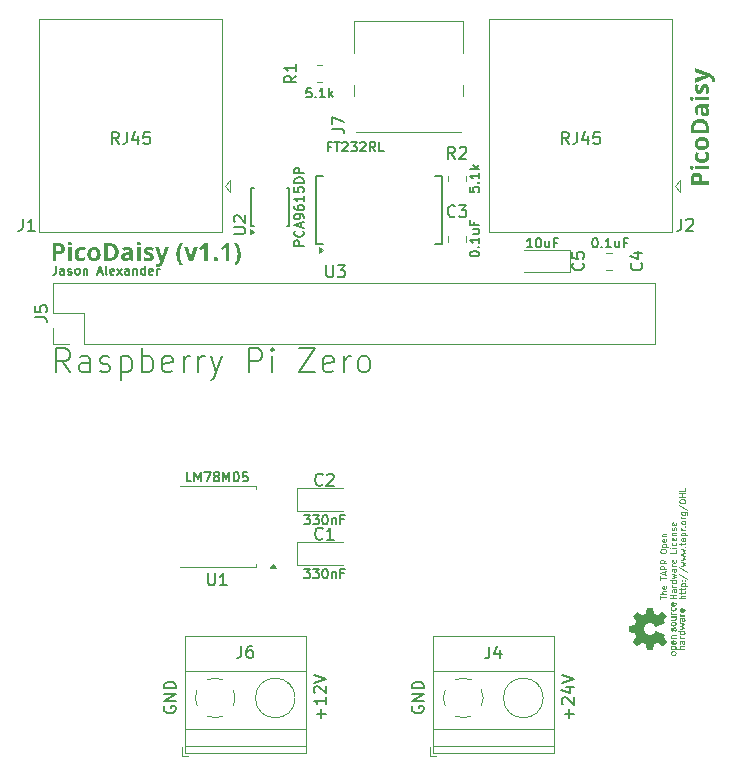
<source format=gto>
%TF.GenerationSoftware,KiCad,Pcbnew,8.0.4*%
%TF.CreationDate,2024-08-23T02:19:48+01:00*%
%TF.ProjectId,PicoChainZero,5069636f-4368-4616-996e-5a65726f2e6b,v1.1*%
%TF.SameCoordinates,Original*%
%TF.FileFunction,Legend,Top*%
%TF.FilePolarity,Positive*%
%FSLAX46Y46*%
G04 Gerber Fmt 4.6, Leading zero omitted, Abs format (unit mm)*
G04 Created by KiCad (PCBNEW 8.0.4) date 2024-08-23 02:19:48*
%MOMM*%
%LPD*%
G01*
G04 APERTURE LIST*
%ADD10C,0.000000*%
%ADD11C,0.150000*%
%ADD12C,0.300000*%
%ADD13C,0.062500*%
%ADD14C,0.120000*%
G04 APERTURE END LIST*
D10*
G36*
X156312841Y-86942079D02*
G01*
X156320021Y-86941940D01*
X156326975Y-86941526D01*
X156333705Y-86940844D01*
X156340208Y-86939899D01*
X156346486Y-86938695D01*
X156352538Y-86937239D01*
X156358364Y-86935536D01*
X156363963Y-86933591D01*
X156369336Y-86931411D01*
X156374482Y-86929000D01*
X156379401Y-86926364D01*
X156384094Y-86923508D01*
X156388559Y-86920438D01*
X156392797Y-86917159D01*
X156396807Y-86913677D01*
X156400590Y-86909998D01*
X156404144Y-86906126D01*
X156407471Y-86902068D01*
X156410569Y-86897828D01*
X156413439Y-86893412D01*
X156416080Y-86888826D01*
X156418493Y-86884076D01*
X156420677Y-86879165D01*
X156422631Y-86874101D01*
X156424356Y-86868889D01*
X156425852Y-86863533D01*
X156427118Y-86858040D01*
X156428155Y-86852415D01*
X156428961Y-86846664D01*
X156429537Y-86840791D01*
X156429883Y-86834803D01*
X156429998Y-86828705D01*
X156429801Y-86821824D01*
X156429216Y-86814900D01*
X156428249Y-86807951D01*
X156426907Y-86800998D01*
X156425197Y-86794062D01*
X156423125Y-86787163D01*
X156420700Y-86780322D01*
X156417927Y-86773559D01*
X156414813Y-86766895D01*
X156411366Y-86760349D01*
X156407593Y-86753943D01*
X156403499Y-86747698D01*
X156399093Y-86741632D01*
X156394381Y-86735768D01*
X156389370Y-86730125D01*
X156384067Y-86724723D01*
X156443069Y-86655376D01*
X156452888Y-86664315D01*
X156461973Y-86673568D01*
X156470340Y-86683119D01*
X156478001Y-86692951D01*
X156484971Y-86703048D01*
X156491262Y-86713393D01*
X156496889Y-86723970D01*
X156501866Y-86734761D01*
X156506205Y-86745750D01*
X156509922Y-86756921D01*
X156513029Y-86768257D01*
X156515541Y-86779741D01*
X156517470Y-86791356D01*
X156518831Y-86803087D01*
X156519638Y-86814916D01*
X156519904Y-86826826D01*
X156519330Y-86845257D01*
X156517509Y-86863871D01*
X156514292Y-86882479D01*
X156509533Y-86900892D01*
X156503083Y-86918920D01*
X156499177Y-86927731D01*
X156494793Y-86936374D01*
X156489912Y-86944826D01*
X156484516Y-86953064D01*
X156478586Y-86961064D01*
X156472104Y-86968801D01*
X156465050Y-86976254D01*
X156457407Y-86983397D01*
X156449157Y-86990207D01*
X156440280Y-86996660D01*
X156430757Y-87002733D01*
X156420572Y-87008403D01*
X156409704Y-87013644D01*
X156398136Y-87018435D01*
X156385850Y-87022750D01*
X156372825Y-87026567D01*
X156359045Y-87029862D01*
X156344490Y-87032611D01*
X156329142Y-87034790D01*
X156312982Y-87036375D01*
X156295992Y-87037344D01*
X156278154Y-87037672D01*
X156261213Y-87037371D01*
X156244991Y-87036483D01*
X156234154Y-87035466D01*
X156229474Y-87035027D01*
X156214652Y-87033026D01*
X156200513Y-87030501D01*
X156187044Y-87027473D01*
X156174234Y-87023964D01*
X156162072Y-87019994D01*
X156150544Y-87015585D01*
X156139640Y-87010758D01*
X156129348Y-87005534D01*
X156119656Y-86999935D01*
X156110552Y-86993982D01*
X156102024Y-86987695D01*
X156094060Y-86981097D01*
X156086649Y-86974209D01*
X156079778Y-86967051D01*
X156073437Y-86959646D01*
X156067613Y-86952014D01*
X156062293Y-86944176D01*
X156057468Y-86936154D01*
X156053124Y-86927969D01*
X156049250Y-86919642D01*
X156045833Y-86911195D01*
X156042863Y-86902648D01*
X156040328Y-86894024D01*
X156038215Y-86885343D01*
X156036512Y-86876626D01*
X156034292Y-86859171D01*
X156033573Y-86841829D01*
X156123559Y-86841829D01*
X156123671Y-86847058D01*
X156124007Y-86852199D01*
X156124567Y-86857249D01*
X156125349Y-86862203D01*
X156126353Y-86867054D01*
X156127577Y-86871799D01*
X156129022Y-86876434D01*
X156130685Y-86880952D01*
X156132567Y-86885349D01*
X156134666Y-86889621D01*
X156136982Y-86893762D01*
X156139513Y-86897768D01*
X156142260Y-86901634D01*
X156145220Y-86905355D01*
X156148394Y-86908926D01*
X156151780Y-86912343D01*
X156155377Y-86915601D01*
X156159185Y-86918694D01*
X156163203Y-86921619D01*
X156167430Y-86924370D01*
X156171866Y-86926942D01*
X156176508Y-86929331D01*
X156181357Y-86931532D01*
X156186412Y-86933540D01*
X156191672Y-86935350D01*
X156197135Y-86936958D01*
X156202802Y-86938358D01*
X156208671Y-86939546D01*
X156214742Y-86940517D01*
X156221013Y-86941266D01*
X156227484Y-86941788D01*
X156234154Y-86942079D01*
X156234154Y-86741578D01*
X156227484Y-86741955D01*
X156221013Y-86742552D01*
X156214742Y-86743366D01*
X156208671Y-86744392D01*
X156202802Y-86745626D01*
X156197136Y-86747063D01*
X156191672Y-86748699D01*
X156186412Y-86750530D01*
X156181358Y-86752551D01*
X156176508Y-86754759D01*
X156171866Y-86757149D01*
X156167431Y-86759717D01*
X156163203Y-86762458D01*
X156159185Y-86765369D01*
X156155377Y-86768445D01*
X156151780Y-86771681D01*
X156148394Y-86775073D01*
X156145220Y-86778618D01*
X156142260Y-86782311D01*
X156139513Y-86786147D01*
X156136982Y-86790123D01*
X156134666Y-86794234D01*
X156132567Y-86798475D01*
X156130685Y-86802843D01*
X156129022Y-86807333D01*
X156127577Y-86811941D01*
X156126353Y-86816663D01*
X156125349Y-86821495D01*
X156124567Y-86826431D01*
X156124007Y-86831468D01*
X156123671Y-86836602D01*
X156123559Y-86841829D01*
X156033573Y-86841829D01*
X156033573Y-86841828D01*
X156033800Y-86832039D01*
X156034477Y-86822345D01*
X156035597Y-86812761D01*
X156037154Y-86803301D01*
X156039144Y-86793979D01*
X156041559Y-86784808D01*
X156044394Y-86775804D01*
X156047642Y-86766981D01*
X156051298Y-86758352D01*
X156055356Y-86749931D01*
X156059810Y-86741733D01*
X156064653Y-86733772D01*
X156069880Y-86726061D01*
X156075484Y-86718615D01*
X156081461Y-86711449D01*
X156087803Y-86704576D01*
X156094505Y-86698009D01*
X156101560Y-86691765D01*
X156108964Y-86685856D01*
X156116709Y-86680296D01*
X156124790Y-86675100D01*
X156133201Y-86670282D01*
X156141935Y-86665856D01*
X156150988Y-86661835D01*
X156160352Y-86658235D01*
X156170022Y-86655070D01*
X156179991Y-86652352D01*
X156190255Y-86650097D01*
X156200806Y-86648319D01*
X156211640Y-86647031D01*
X156222749Y-86646248D01*
X156234128Y-86645984D01*
X156312841Y-86645984D01*
X156312841Y-86942079D01*
G37*
G36*
X156514269Y-89528751D02*
G01*
X156231350Y-89528751D01*
X156225365Y-89528869D01*
X156219542Y-89529217D01*
X156213882Y-89529792D01*
X156208387Y-89530587D01*
X156203060Y-89531599D01*
X156197901Y-89532822D01*
X156192912Y-89534252D01*
X156188097Y-89535882D01*
X156183456Y-89537709D01*
X156178991Y-89539728D01*
X156174705Y-89541932D01*
X156170599Y-89544318D01*
X156166675Y-89546881D01*
X156162935Y-89549615D01*
X156159380Y-89552515D01*
X156156013Y-89555577D01*
X156152836Y-89558795D01*
X156149850Y-89562165D01*
X156147058Y-89565681D01*
X156144460Y-89569339D01*
X156142060Y-89573134D01*
X156139858Y-89577060D01*
X156137857Y-89581113D01*
X156136059Y-89585287D01*
X156134466Y-89589579D01*
X156133078Y-89593982D01*
X156131899Y-89598491D01*
X156130931Y-89603103D01*
X156130174Y-89607811D01*
X156129631Y-89612611D01*
X156129304Y-89617498D01*
X156129194Y-89622467D01*
X156129304Y-89627520D01*
X156129631Y-89632486D01*
X156130174Y-89637359D01*
X156130931Y-89642137D01*
X156131899Y-89646812D01*
X156133078Y-89651381D01*
X156134465Y-89655839D01*
X156136059Y-89660182D01*
X156137857Y-89664403D01*
X156139858Y-89668499D01*
X156142059Y-89672464D01*
X156144460Y-89676294D01*
X156147057Y-89679984D01*
X156149850Y-89683530D01*
X156152836Y-89686926D01*
X156156013Y-89690167D01*
X156159380Y-89693249D01*
X156162934Y-89696167D01*
X156166675Y-89698917D01*
X156170599Y-89701493D01*
X156174705Y-89703890D01*
X156178991Y-89706104D01*
X156183456Y-89708130D01*
X156188097Y-89709963D01*
X156192912Y-89711598D01*
X156197900Y-89713031D01*
X156203059Y-89714257D01*
X156208387Y-89715271D01*
X156213882Y-89716067D01*
X156219542Y-89716643D01*
X156225365Y-89716991D01*
X156231350Y-89717108D01*
X156514269Y-89717108D01*
X156514269Y-89812676D01*
X156039209Y-89812676D01*
X156039209Y-89717108D01*
X156089798Y-89717108D01*
X156089798Y-89715203D01*
X156082992Y-89709435D01*
X156076625Y-89703365D01*
X156070697Y-89697004D01*
X156065207Y-89690359D01*
X156060156Y-89683439D01*
X156055544Y-89676251D01*
X156051371Y-89668805D01*
X156047636Y-89661109D01*
X156044341Y-89653171D01*
X156041485Y-89645000D01*
X156039068Y-89636603D01*
X156037090Y-89627990D01*
X156035552Y-89619168D01*
X156034453Y-89610147D01*
X156033793Y-89600934D01*
X156033574Y-89591537D01*
X156033741Y-89584570D01*
X156034242Y-89577559D01*
X156036240Y-89563478D01*
X156039558Y-89549433D01*
X156044188Y-89535563D01*
X156046991Y-89528736D01*
X156050118Y-89522006D01*
X156053568Y-89515388D01*
X156057341Y-89508900D01*
X156061433Y-89502560D01*
X156065845Y-89496385D01*
X156070575Y-89490392D01*
X156075622Y-89484599D01*
X156080985Y-89479023D01*
X156086663Y-89473681D01*
X156092654Y-89468590D01*
X156098957Y-89463768D01*
X156105571Y-89459233D01*
X156112495Y-89455000D01*
X156119728Y-89451089D01*
X156127268Y-89447516D01*
X156135115Y-89444298D01*
X156143266Y-89441454D01*
X156151721Y-89438999D01*
X156160480Y-89436952D01*
X156169539Y-89435329D01*
X156178899Y-89434149D01*
X156188558Y-89433428D01*
X156198515Y-89433184D01*
X156514269Y-89433184D01*
X156514269Y-89528751D01*
G37*
G36*
X156294890Y-90811602D02*
G01*
X156312082Y-90812141D01*
X156327970Y-90813050D01*
X156342651Y-90814340D01*
X156356219Y-90816019D01*
X156368768Y-90818098D01*
X156380393Y-90820586D01*
X156391188Y-90823493D01*
X156401248Y-90826828D01*
X156410667Y-90830601D01*
X156419541Y-90834821D01*
X156427962Y-90839498D01*
X156436027Y-90844641D01*
X156443829Y-90850260D01*
X156451463Y-90856365D01*
X156459024Y-90862966D01*
X156464495Y-90868099D01*
X156469980Y-90873667D01*
X156475430Y-90879688D01*
X156480792Y-90886179D01*
X156486017Y-90893159D01*
X156491053Y-90900646D01*
X156495850Y-90908656D01*
X156500358Y-90917209D01*
X156504525Y-90926321D01*
X156508301Y-90936010D01*
X156511635Y-90946295D01*
X156514477Y-90957192D01*
X156516775Y-90968721D01*
X156518480Y-90980898D01*
X156519540Y-90993742D01*
X156519904Y-91007269D01*
X156519812Y-91014122D01*
X156519540Y-91020802D01*
X156519093Y-91027310D01*
X156518480Y-91033649D01*
X156517705Y-91039822D01*
X156516775Y-91045830D01*
X156515697Y-91051676D01*
X156514477Y-91057362D01*
X156513121Y-91062890D01*
X156511635Y-91068262D01*
X156510027Y-91073481D01*
X156508301Y-91078549D01*
X156506465Y-91083468D01*
X156504525Y-91088240D01*
X156502487Y-91092868D01*
X156500358Y-91097353D01*
X156495851Y-91105907D01*
X156491053Y-91113918D01*
X156486017Y-91121405D01*
X156480792Y-91128386D01*
X156475430Y-91134878D01*
X156469981Y-91140899D01*
X156464495Y-91146467D01*
X156459024Y-91151600D01*
X156451463Y-91158200D01*
X156443830Y-91164304D01*
X156436029Y-91169922D01*
X156427966Y-91175064D01*
X156419546Y-91179739D01*
X156410674Y-91183956D01*
X156401256Y-91187727D01*
X156391198Y-91191059D01*
X156380404Y-91193963D01*
X156368780Y-91196449D01*
X156356231Y-91198526D01*
X156342662Y-91200203D01*
X156327980Y-91201491D01*
X156312089Y-91202399D01*
X156294895Y-91202937D01*
X156276302Y-91203114D01*
X156257869Y-91202937D01*
X156240815Y-91202399D01*
X156225046Y-91201491D01*
X156210470Y-91200203D01*
X156196993Y-91198526D01*
X156184520Y-91196449D01*
X156172960Y-91193963D01*
X156162217Y-91191059D01*
X156152199Y-91187727D01*
X156142812Y-91183956D01*
X156133963Y-91179739D01*
X156125558Y-91175064D01*
X156117503Y-91169922D01*
X156109705Y-91164304D01*
X156102071Y-91158200D01*
X156094507Y-91151600D01*
X156089035Y-91146467D01*
X156083548Y-91140899D01*
X156078096Y-91134878D01*
X156072730Y-91128386D01*
X156067502Y-91121405D01*
X156062461Y-91113918D01*
X156057659Y-91105907D01*
X156053146Y-91097353D01*
X156048974Y-91088240D01*
X156045193Y-91078549D01*
X156041855Y-91068262D01*
X156039009Y-91057362D01*
X156036707Y-91045830D01*
X156035000Y-91033649D01*
X156033939Y-91020802D01*
X156033574Y-91007269D01*
X156129167Y-91007269D01*
X156129341Y-91013385D01*
X156129850Y-91019414D01*
X156130682Y-91025339D01*
X156131819Y-91031140D01*
X156133248Y-91036798D01*
X156134952Y-91042294D01*
X156136918Y-91047608D01*
X156139129Y-91052722D01*
X156141571Y-91057615D01*
X156144229Y-91062270D01*
X156147087Y-91066666D01*
X156150130Y-91070786D01*
X156153343Y-91074608D01*
X156156712Y-91078115D01*
X156160221Y-91081287D01*
X156162023Y-91082741D01*
X156163854Y-91084104D01*
X156168529Y-91087302D01*
X156173134Y-91090224D01*
X156177751Y-91092880D01*
X156182462Y-91095279D01*
X156187350Y-91097432D01*
X156192497Y-91099347D01*
X156197985Y-91101034D01*
X156203896Y-91102503D01*
X156210313Y-91103763D01*
X156217318Y-91104824D01*
X156224993Y-91105696D01*
X156233421Y-91106388D01*
X156242683Y-91106909D01*
X156252863Y-91107270D01*
X156276302Y-91107547D01*
X156288726Y-91107479D01*
X156300046Y-91107270D01*
X156310347Y-91106909D01*
X156319712Y-91106388D01*
X156328227Y-91105696D01*
X156335973Y-91104824D01*
X156343036Y-91103763D01*
X156349499Y-91102503D01*
X156355447Y-91101034D01*
X156360962Y-91099347D01*
X156366129Y-91097432D01*
X156371031Y-91095279D01*
X156375754Y-91092880D01*
X156380379Y-91090224D01*
X156384992Y-91087302D01*
X156389676Y-91084104D01*
X156393314Y-91081287D01*
X156396826Y-91078115D01*
X156400197Y-91074608D01*
X156403412Y-91070786D01*
X156406456Y-91066666D01*
X156409314Y-91062270D01*
X156411971Y-91057615D01*
X156414412Y-91052722D01*
X156416622Y-91047608D01*
X156418586Y-91042294D01*
X156420289Y-91036798D01*
X156421716Y-91031140D01*
X156422852Y-91025339D01*
X156423681Y-91019414D01*
X156424190Y-91013385D01*
X156424363Y-91007269D01*
X156424190Y-91001159D01*
X156423680Y-90995133D01*
X156422849Y-90989212D01*
X156421712Y-90983414D01*
X156420283Y-90977758D01*
X156418579Y-90972264D01*
X156416613Y-90966950D01*
X156414402Y-90961837D01*
X156411960Y-90956943D01*
X156409302Y-90952288D01*
X156406444Y-90947889D01*
X156403401Y-90943768D01*
X156400187Y-90939943D01*
X156396819Y-90936433D01*
X156393310Y-90933257D01*
X156391508Y-90931800D01*
X156389676Y-90930434D01*
X156384993Y-90927237D01*
X156380381Y-90924316D01*
X156375760Y-90921661D01*
X156371046Y-90919264D01*
X156366157Y-90917113D01*
X156361011Y-90915200D01*
X156355524Y-90913516D01*
X156349615Y-90912049D01*
X156343201Y-90910791D01*
X156336199Y-90909733D01*
X156328528Y-90908863D01*
X156320103Y-90908173D01*
X156310843Y-90907654D01*
X156300666Y-90907295D01*
X156277229Y-90907019D01*
X156264805Y-90907086D01*
X156253483Y-90907295D01*
X156243180Y-90907654D01*
X156233811Y-90908173D01*
X156225294Y-90908863D01*
X156217544Y-90909733D01*
X156210478Y-90910791D01*
X156204012Y-90912049D01*
X156198062Y-90913516D01*
X156192546Y-90915200D01*
X156187379Y-90917113D01*
X156182477Y-90919264D01*
X156177757Y-90921661D01*
X156173136Y-90924316D01*
X156168530Y-90927237D01*
X156163854Y-90930434D01*
X156160216Y-90933257D01*
X156156704Y-90936433D01*
X156153334Y-90939943D01*
X156150119Y-90943768D01*
X156147075Y-90947889D01*
X156144217Y-90952288D01*
X156141560Y-90956943D01*
X156139119Y-90961837D01*
X156136909Y-90966950D01*
X156134945Y-90972264D01*
X156133242Y-90977758D01*
X156131815Y-90983414D01*
X156130679Y-90989212D01*
X156129849Y-90995133D01*
X156129340Y-91001159D01*
X156129167Y-91007269D01*
X156033574Y-91007269D01*
X156033666Y-91000419D01*
X156033939Y-90993742D01*
X156034386Y-90987236D01*
X156035000Y-90980898D01*
X156035776Y-90974727D01*
X156036707Y-90968721D01*
X156037787Y-90962877D01*
X156039009Y-90957192D01*
X156040367Y-90951666D01*
X156041855Y-90946295D01*
X156043466Y-90941077D01*
X156045193Y-90936010D01*
X156047032Y-90931092D01*
X156048974Y-90926321D01*
X156051014Y-90921694D01*
X156053146Y-90917209D01*
X156057659Y-90908656D01*
X156062461Y-90900646D01*
X156067501Y-90893159D01*
X156072730Y-90886179D01*
X156078096Y-90879688D01*
X156083548Y-90873667D01*
X156089035Y-90868099D01*
X156094507Y-90862966D01*
X156102067Y-90856365D01*
X156109698Y-90850260D01*
X156117493Y-90844641D01*
X156125547Y-90839498D01*
X156133951Y-90834821D01*
X156142801Y-90830601D01*
X156152188Y-90826828D01*
X156162207Y-90823493D01*
X156172951Y-90820586D01*
X156184513Y-90818098D01*
X156196987Y-90816019D01*
X156210466Y-90814340D01*
X156225044Y-90813050D01*
X156240814Y-90812141D01*
X156257869Y-90811602D01*
X156276302Y-90811425D01*
X156294890Y-90811602D01*
G37*
G36*
X157063226Y-87457699D02*
G01*
X157070401Y-87457560D01*
X157077351Y-87457147D01*
X157084076Y-87456464D01*
X157090576Y-87455519D01*
X157096850Y-87454315D01*
X157102899Y-87452859D01*
X157108721Y-87451156D01*
X157114318Y-87449211D01*
X157119688Y-87447031D01*
X157124832Y-87444620D01*
X157129749Y-87441984D01*
X157134439Y-87439128D01*
X157138903Y-87436058D01*
X157143139Y-87432779D01*
X157147148Y-87429297D01*
X157150929Y-87425618D01*
X157154482Y-87421746D01*
X157157808Y-87417688D01*
X157160905Y-87413448D01*
X157163774Y-87409032D01*
X157166415Y-87404446D01*
X157168827Y-87399696D01*
X157171010Y-87394786D01*
X157172965Y-87389721D01*
X157174690Y-87384509D01*
X157176185Y-87379153D01*
X157177451Y-87373660D01*
X157178487Y-87368036D01*
X157179294Y-87362284D01*
X157179870Y-87356411D01*
X157180215Y-87350423D01*
X157180331Y-87344325D01*
X157180135Y-87337453D01*
X157179551Y-87330535D01*
X157178586Y-87323591D01*
X157177247Y-87316640D01*
X157175540Y-87309706D01*
X157173472Y-87302807D01*
X157171049Y-87295964D01*
X157168279Y-87289199D01*
X157165168Y-87282532D01*
X157161722Y-87275983D01*
X157157949Y-87269574D01*
X157153854Y-87263325D01*
X157149445Y-87257257D01*
X157144729Y-87251390D01*
X157139711Y-87245746D01*
X157134399Y-87240344D01*
X157193454Y-87170997D01*
X157203273Y-87179944D01*
X157212359Y-87189204D01*
X157220725Y-87198759D01*
X157228387Y-87208594D01*
X157235356Y-87218692D01*
X157241647Y-87229037D01*
X157247275Y-87239612D01*
X157252251Y-87250401D01*
X157256591Y-87261388D01*
X157260308Y-87272555D01*
X157263415Y-87283888D01*
X157265926Y-87295368D01*
X157267856Y-87306981D01*
X157269217Y-87318709D01*
X157270024Y-87330536D01*
X157270289Y-87342446D01*
X157269715Y-87360877D01*
X157267894Y-87379491D01*
X157264678Y-87398099D01*
X157259918Y-87416512D01*
X157253467Y-87434540D01*
X157249561Y-87443351D01*
X157245176Y-87451994D01*
X157240294Y-87460446D01*
X157234897Y-87468684D01*
X157228966Y-87476684D01*
X157222482Y-87484422D01*
X157215428Y-87491874D01*
X157207783Y-87499017D01*
X157199531Y-87505827D01*
X157190652Y-87512280D01*
X157181128Y-87518353D01*
X157170940Y-87524023D01*
X157160070Y-87529264D01*
X157148499Y-87534055D01*
X157136209Y-87538370D01*
X157123182Y-87542187D01*
X157109398Y-87545482D01*
X157094839Y-87548231D01*
X157079487Y-87550410D01*
X157063323Y-87551995D01*
X157046329Y-87552964D01*
X157028486Y-87553293D01*
X157011546Y-87552991D01*
X156995323Y-87552102D01*
X156984486Y-87551085D01*
X156979808Y-87550646D01*
X156964987Y-87548644D01*
X156950848Y-87546118D01*
X156937381Y-87543089D01*
X156924573Y-87539578D01*
X156912412Y-87535606D01*
X156900887Y-87531196D01*
X156889985Y-87526367D01*
X156879695Y-87521142D01*
X156870005Y-87515541D01*
X156860903Y-87509586D01*
X156852377Y-87503298D01*
X156844416Y-87496699D01*
X156837007Y-87489809D01*
X156830139Y-87482650D01*
X156823800Y-87475244D01*
X156817978Y-87467611D01*
X156812662Y-87459772D01*
X156807838Y-87451750D01*
X156803496Y-87443565D01*
X156799624Y-87435239D01*
X156796210Y-87426792D01*
X156793242Y-87418247D01*
X156790708Y-87409624D01*
X156788596Y-87400945D01*
X156786895Y-87392231D01*
X156784677Y-87374782D01*
X156783958Y-87357448D01*
X156873890Y-87357448D01*
X156874003Y-87362677D01*
X156874339Y-87367819D01*
X156874900Y-87372869D01*
X156875683Y-87377822D01*
X156876688Y-87382674D01*
X156877913Y-87387419D01*
X156879359Y-87392053D01*
X156881024Y-87396571D01*
X156882908Y-87400969D01*
X156885008Y-87405240D01*
X156887326Y-87409382D01*
X156889859Y-87413388D01*
X156892607Y-87417254D01*
X156895569Y-87420975D01*
X156898744Y-87424546D01*
X156902131Y-87427963D01*
X156905730Y-87431221D01*
X156909539Y-87434314D01*
X156913558Y-87437239D01*
X156917785Y-87439990D01*
X156922221Y-87442562D01*
X156926863Y-87444951D01*
X156931712Y-87447152D01*
X156936766Y-87449160D01*
X156942025Y-87450970D01*
X156947487Y-87452577D01*
X156953151Y-87453978D01*
X156959018Y-87455165D01*
X156965086Y-87456136D01*
X156971353Y-87456885D01*
X156977820Y-87457408D01*
X156984486Y-87457699D01*
X156984486Y-87257198D01*
X156977820Y-87257570D01*
X156971353Y-87258164D01*
X156965086Y-87258974D01*
X156959018Y-87259997D01*
X156953152Y-87261228D01*
X156947487Y-87262663D01*
X156942025Y-87264297D01*
X156936766Y-87266127D01*
X156931712Y-87268148D01*
X156926863Y-87270356D01*
X156922221Y-87272746D01*
X156917785Y-87275314D01*
X156913558Y-87278055D01*
X156909539Y-87280967D01*
X156905730Y-87284043D01*
X156902131Y-87287281D01*
X156898744Y-87290675D01*
X156895569Y-87294221D01*
X156892607Y-87297915D01*
X156889859Y-87301753D01*
X156887326Y-87305730D01*
X156885008Y-87309843D01*
X156882908Y-87314086D01*
X156881024Y-87318455D01*
X156879359Y-87322947D01*
X156877913Y-87327557D01*
X156876688Y-87332280D01*
X156875683Y-87337112D01*
X156874900Y-87342049D01*
X156874339Y-87347087D01*
X156874003Y-87352222D01*
X156873890Y-87357448D01*
X156783958Y-87357448D01*
X156784185Y-87347654D01*
X156784861Y-87337957D01*
X156785981Y-87328370D01*
X156787539Y-87318908D01*
X156789529Y-87309584D01*
X156791943Y-87300414D01*
X156794778Y-87291410D01*
X156798026Y-87282587D01*
X156801682Y-87273959D01*
X156805739Y-87265540D01*
X156810192Y-87257344D01*
X156815035Y-87249385D01*
X156820261Y-87241678D01*
X156825865Y-87234235D01*
X156831840Y-87227072D01*
X156838181Y-87220202D01*
X156844882Y-87213640D01*
X156851936Y-87207399D01*
X156859338Y-87201494D01*
X156867081Y-87195938D01*
X156875160Y-87190746D01*
X156883568Y-87185932D01*
X156892300Y-87181509D01*
X156901350Y-87177493D01*
X156910711Y-87173896D01*
X156920378Y-87170733D01*
X156930344Y-87168018D01*
X156940604Y-87165766D01*
X156951152Y-87163989D01*
X156961981Y-87162703D01*
X156973085Y-87161920D01*
X156984459Y-87161657D01*
X157063226Y-87161657D01*
X157063226Y-87457699D01*
G37*
G36*
X156514321Y-87957497D02*
G01*
X156463680Y-87957497D01*
X156463680Y-87959349D01*
X156470485Y-87965122D01*
X156476852Y-87971195D01*
X156482781Y-87977556D01*
X156488270Y-87984197D01*
X156493321Y-87991108D01*
X156497934Y-87998278D01*
X156502107Y-88005697D01*
X156505841Y-88013357D01*
X156509136Y-88021246D01*
X156511993Y-88029356D01*
X156514410Y-88037677D01*
X156516387Y-88046197D01*
X156517926Y-88054909D01*
X156519024Y-88063801D01*
X156519684Y-88072864D01*
X156519904Y-88082089D01*
X156519736Y-88089141D01*
X156519236Y-88096230D01*
X156517238Y-88110455D01*
X156513919Y-88124625D01*
X156511768Y-88131646D01*
X156509291Y-88138603D01*
X156506488Y-88145477D01*
X156503361Y-88152252D01*
X156499911Y-88158910D01*
X156496140Y-88165434D01*
X156492048Y-88171808D01*
X156487637Y-88178013D01*
X156482908Y-88184033D01*
X156477862Y-88189850D01*
X156472500Y-88195448D01*
X156466824Y-88200810D01*
X156460835Y-88205917D01*
X156454533Y-88210753D01*
X156447921Y-88215301D01*
X156440999Y-88219544D01*
X156433769Y-88223464D01*
X156426232Y-88227044D01*
X156418388Y-88230267D01*
X156410240Y-88233116D01*
X156401788Y-88235574D01*
X156393033Y-88237624D01*
X156383978Y-88239248D01*
X156374622Y-88240429D01*
X156364968Y-88241150D01*
X156355016Y-88241395D01*
X156355016Y-88241394D01*
X156039209Y-88241394D01*
X156039209Y-88145853D01*
X156322181Y-88145853D01*
X156328161Y-88145736D01*
X156333980Y-88145388D01*
X156339637Y-88144813D01*
X156345129Y-88144016D01*
X156350454Y-88143002D01*
X156355611Y-88141777D01*
X156360597Y-88140344D01*
X156365412Y-88138709D01*
X156370052Y-88136876D01*
X156374516Y-88134850D01*
X156378802Y-88132636D01*
X156382909Y-88130239D01*
X156386833Y-88127664D01*
X156390574Y-88124915D01*
X156394130Y-88121997D01*
X156397498Y-88118916D01*
X156400676Y-88115675D01*
X156403664Y-88112280D01*
X156406458Y-88108735D01*
X156409057Y-88105046D01*
X156411459Y-88101217D01*
X156413662Y-88097252D01*
X156415665Y-88093158D01*
X156417464Y-88088938D01*
X156419059Y-88084597D01*
X156420448Y-88080141D01*
X156421628Y-88075573D01*
X156422598Y-88070899D01*
X156423356Y-88066124D01*
X156423899Y-88061253D01*
X156424227Y-88056289D01*
X156424336Y-88051239D01*
X156424227Y-88046267D01*
X156423899Y-88041378D01*
X156423356Y-88036576D01*
X156422598Y-88031866D01*
X156421628Y-88027253D01*
X156420448Y-88022741D01*
X156419059Y-88018337D01*
X156417464Y-88014044D01*
X156415665Y-88009868D01*
X156413662Y-88005814D01*
X156411459Y-88001887D01*
X156409057Y-87998091D01*
X156406458Y-87994432D01*
X156403664Y-87990915D01*
X156400676Y-87987544D01*
X156397498Y-87984325D01*
X156394130Y-87981263D01*
X156390574Y-87978362D01*
X156386833Y-87975628D01*
X156382909Y-87973065D01*
X156378802Y-87970679D01*
X156374516Y-87968474D01*
X156370052Y-87966455D01*
X156365412Y-87964628D01*
X156360597Y-87962997D01*
X156355611Y-87961568D01*
X156350454Y-87960345D01*
X156345129Y-87959333D01*
X156339637Y-87958537D01*
X156333980Y-87957962D01*
X156328161Y-87957614D01*
X156322181Y-87957497D01*
X156039209Y-87957497D01*
X156039209Y-87861956D01*
X156514321Y-87861956D01*
X156514321Y-87957497D01*
G37*
G36*
X154476527Y-87153375D02*
G01*
X154477538Y-87153401D01*
X154478546Y-87153476D01*
X154479549Y-87153599D01*
X154480545Y-87153770D01*
X154481534Y-87153987D01*
X154482514Y-87154248D01*
X154483483Y-87154553D01*
X154484439Y-87154901D01*
X154485382Y-87155289D01*
X154486309Y-87155717D01*
X154487220Y-87156184D01*
X154488112Y-87156688D01*
X154488984Y-87157227D01*
X154489835Y-87157802D01*
X154490663Y-87158410D01*
X154491466Y-87159051D01*
X154492243Y-87159722D01*
X154492993Y-87160423D01*
X154493714Y-87161153D01*
X154494405Y-87161910D01*
X154495063Y-87162692D01*
X154495688Y-87163500D01*
X154496278Y-87164331D01*
X154496831Y-87165185D01*
X154497346Y-87166059D01*
X154497821Y-87166953D01*
X154498256Y-87167866D01*
X154498647Y-87168796D01*
X154498995Y-87169742D01*
X154499297Y-87170703D01*
X154499551Y-87171677D01*
X154499757Y-87172663D01*
X154578709Y-87596923D01*
X154578914Y-87597922D01*
X154579165Y-87598922D01*
X154579461Y-87599924D01*
X154579800Y-87600924D01*
X154580603Y-87602916D01*
X154581562Y-87604884D01*
X154582665Y-87606816D01*
X154583901Y-87608700D01*
X154585259Y-87610523D01*
X154586726Y-87612272D01*
X154588291Y-87613935D01*
X154589943Y-87615498D01*
X154591669Y-87616949D01*
X154593458Y-87618276D01*
X154595299Y-87619466D01*
X154597179Y-87620506D01*
X154599088Y-87621383D01*
X154600049Y-87621757D01*
X154601013Y-87622085D01*
X154931875Y-87754535D01*
X154933757Y-87755354D01*
X154935750Y-87756038D01*
X154937837Y-87756586D01*
X154940000Y-87757000D01*
X154942223Y-87757283D01*
X154944488Y-87757434D01*
X154946778Y-87757456D01*
X154949076Y-87757350D01*
X154951364Y-87757117D01*
X154953625Y-87756758D01*
X154955842Y-87756275D01*
X154957998Y-87755670D01*
X154960075Y-87754943D01*
X154962056Y-87754096D01*
X154963924Y-87753131D01*
X154965662Y-87752048D01*
X155316844Y-87511039D01*
X155317690Y-87510488D01*
X155318563Y-87509979D01*
X155319458Y-87509514D01*
X155320375Y-87509090D01*
X155321312Y-87508710D01*
X155322266Y-87508371D01*
X155323236Y-87508074D01*
X155324219Y-87507820D01*
X155325215Y-87507607D01*
X155326220Y-87507435D01*
X155328253Y-87507216D01*
X155330302Y-87507161D01*
X155332352Y-87507269D01*
X155334387Y-87507538D01*
X155336392Y-87507967D01*
X155338352Y-87508554D01*
X155339310Y-87508906D01*
X155340251Y-87509298D01*
X155341172Y-87509729D01*
X155342073Y-87510198D01*
X155342951Y-87510706D01*
X155343803Y-87511252D01*
X155344629Y-87511836D01*
X155345427Y-87512459D01*
X155346193Y-87513119D01*
X155346927Y-87513817D01*
X155663448Y-87830391D01*
X155664141Y-87831120D01*
X155664797Y-87831882D01*
X155665415Y-87832675D01*
X155665996Y-87833497D01*
X155666539Y-87834346D01*
X155667043Y-87835221D01*
X155667937Y-87837037D01*
X155668677Y-87838931D01*
X155669261Y-87840886D01*
X155669688Y-87842888D01*
X155669957Y-87844920D01*
X155670065Y-87846968D01*
X155670012Y-87849015D01*
X155669796Y-87851047D01*
X155669416Y-87853047D01*
X155668870Y-87855000D01*
X155668535Y-87855954D01*
X155668158Y-87856890D01*
X155667738Y-87857807D01*
X155667277Y-87858703D01*
X155666773Y-87859575D01*
X155666226Y-87860421D01*
X155429450Y-88205412D01*
X155428371Y-88207146D01*
X155427424Y-88209003D01*
X155426611Y-88210967D01*
X155425931Y-88213020D01*
X155425386Y-88215146D01*
X155424974Y-88217327D01*
X155424698Y-88219547D01*
X155424556Y-88221789D01*
X155424549Y-88224036D01*
X155424678Y-88226271D01*
X155424942Y-88228478D01*
X155425343Y-88230638D01*
X155425880Y-88232736D01*
X155426554Y-88234754D01*
X155427365Y-88236676D01*
X155428313Y-88238485D01*
X155509540Y-88390620D01*
X155509972Y-88391530D01*
X155510353Y-88392447D01*
X155510681Y-88393370D01*
X155510959Y-88394298D01*
X155511185Y-88395228D01*
X155511362Y-88396160D01*
X155511490Y-88397091D01*
X155511569Y-88398021D01*
X155511599Y-88398946D01*
X155511582Y-88399867D01*
X155511518Y-88400781D01*
X155511408Y-88401687D01*
X155511251Y-88402583D01*
X155511049Y-88403467D01*
X155510803Y-88404339D01*
X155510512Y-88405195D01*
X155510178Y-88406036D01*
X155509801Y-88406859D01*
X155509381Y-88407662D01*
X155508920Y-88408445D01*
X155508417Y-88409204D01*
X155507874Y-88409940D01*
X155507290Y-88410650D01*
X155506667Y-88411333D01*
X155506006Y-88411987D01*
X155505306Y-88412611D01*
X155504568Y-88413202D01*
X155503793Y-88413760D01*
X155502981Y-88414282D01*
X155502133Y-88414768D01*
X155501250Y-88415216D01*
X155500332Y-88415623D01*
X154742354Y-88729287D01*
X154741411Y-88729650D01*
X154740454Y-88729964D01*
X154739484Y-88730231D01*
X154738504Y-88730452D01*
X154737514Y-88730626D01*
X154736518Y-88730754D01*
X154735516Y-88730838D01*
X154734511Y-88730877D01*
X154733504Y-88730872D01*
X154732497Y-88730824D01*
X154731492Y-88730734D01*
X154730491Y-88730601D01*
X154729495Y-88730427D01*
X154728506Y-88730213D01*
X154727527Y-88729958D01*
X154726558Y-88729664D01*
X154725603Y-88729331D01*
X154724661Y-88728959D01*
X154723736Y-88728550D01*
X154722830Y-88728104D01*
X154721943Y-88727621D01*
X154721077Y-88727103D01*
X154720236Y-88726549D01*
X154719420Y-88725961D01*
X154718630Y-88725338D01*
X154717870Y-88724682D01*
X154717141Y-88723994D01*
X154716444Y-88723273D01*
X154715781Y-88722520D01*
X154715154Y-88721737D01*
X154714566Y-88720923D01*
X154714017Y-88720079D01*
X154690707Y-88682006D01*
X154688962Y-88679265D01*
X154686970Y-88676340D01*
X154684775Y-88673284D01*
X154682419Y-88670152D01*
X154679947Y-88667002D01*
X154677402Y-88663886D01*
X154674827Y-88660861D01*
X154672266Y-88657982D01*
X154655014Y-88632778D01*
X154636283Y-88608724D01*
X154616138Y-88585886D01*
X154594644Y-88564330D01*
X154571866Y-88544121D01*
X154547870Y-88525325D01*
X154522720Y-88508007D01*
X154496483Y-88492233D01*
X154469224Y-88478070D01*
X154441007Y-88465581D01*
X154411898Y-88454834D01*
X154381962Y-88445894D01*
X154351265Y-88438826D01*
X154319871Y-88433696D01*
X154287846Y-88430570D01*
X154255256Y-88429514D01*
X154229780Y-88430158D01*
X154204638Y-88432070D01*
X154179862Y-88435218D01*
X154155482Y-88439571D01*
X154131531Y-88445099D01*
X154108038Y-88451770D01*
X154085035Y-88459553D01*
X154062554Y-88468417D01*
X154040624Y-88478331D01*
X154019278Y-88489263D01*
X153998546Y-88501183D01*
X153978460Y-88514060D01*
X153959051Y-88527862D01*
X153940349Y-88542558D01*
X153922386Y-88558117D01*
X153905193Y-88574509D01*
X153888801Y-88591701D01*
X153873241Y-88609663D01*
X153858544Y-88628364D01*
X153844742Y-88647773D01*
X153831865Y-88667858D01*
X153819945Y-88688589D01*
X153809012Y-88709934D01*
X153799098Y-88731862D01*
X153790234Y-88754342D01*
X153782451Y-88777343D01*
X153775780Y-88800834D01*
X153770252Y-88824784D01*
X153765898Y-88849162D01*
X153762750Y-88873936D01*
X153760838Y-88899075D01*
X153760194Y-88924549D01*
X153760838Y-88950023D01*
X153762750Y-88975163D01*
X153765898Y-88999937D01*
X153770252Y-89024315D01*
X153775780Y-89048266D01*
X153782451Y-89071758D01*
X153790234Y-89094760D01*
X153799098Y-89117241D01*
X153809012Y-89139170D01*
X153819945Y-89160516D01*
X153831865Y-89181247D01*
X153844742Y-89201334D01*
X153858544Y-89220744D01*
X153873241Y-89239446D01*
X153888801Y-89257409D01*
X153905193Y-89274603D01*
X153922386Y-89290996D01*
X153940349Y-89306556D01*
X153959051Y-89321254D01*
X153978460Y-89335057D01*
X153998546Y-89347934D01*
X154019278Y-89359855D01*
X154040624Y-89370789D01*
X154062554Y-89380704D01*
X154085035Y-89389568D01*
X154108038Y-89397352D01*
X154131531Y-89404024D01*
X154155482Y-89409552D01*
X154179862Y-89413906D01*
X154204638Y-89417055D01*
X154229780Y-89418967D01*
X154255256Y-89419611D01*
X154271618Y-89419345D01*
X154287846Y-89418554D01*
X154303934Y-89417245D01*
X154319871Y-89415427D01*
X154335651Y-89413108D01*
X154351265Y-89410296D01*
X154366704Y-89407000D01*
X154381962Y-89403227D01*
X154397029Y-89398986D01*
X154411898Y-89394285D01*
X154426560Y-89389133D01*
X154441007Y-89383537D01*
X154455231Y-89377505D01*
X154469224Y-89371047D01*
X154496483Y-89356882D01*
X154522721Y-89341107D01*
X154547870Y-89323789D01*
X154571866Y-89304992D01*
X154594644Y-89284784D01*
X154616138Y-89263229D01*
X154636283Y-89240393D01*
X154655014Y-89216343D01*
X154672266Y-89191143D01*
X154674827Y-89188248D01*
X154677402Y-89185212D01*
X154679947Y-89182090D01*
X154682419Y-89178936D01*
X154684775Y-89175803D01*
X154686970Y-89172744D01*
X154688962Y-89169814D01*
X154690707Y-89167066D01*
X154714017Y-89128993D01*
X154714566Y-89128144D01*
X154715154Y-89127326D01*
X154715781Y-89126539D01*
X154716444Y-89125783D01*
X154717141Y-89125059D01*
X154717870Y-89124368D01*
X154719420Y-89123085D01*
X154721077Y-89121940D01*
X154722830Y-89120938D01*
X154724661Y-89120082D01*
X154726558Y-89119378D01*
X154728506Y-89118831D01*
X154730491Y-89118445D01*
X154732497Y-89118225D01*
X154734511Y-89118176D01*
X154736518Y-89118303D01*
X154737514Y-89118434D01*
X154738504Y-89118610D01*
X154739484Y-89118833D01*
X154740454Y-89119103D01*
X154741411Y-89119420D01*
X154742354Y-89119785D01*
X155500306Y-89433475D01*
X155501224Y-89433882D01*
X155502107Y-89434330D01*
X155502955Y-89434816D01*
X155503767Y-89435339D01*
X155504543Y-89435898D01*
X155505282Y-89436490D01*
X155505982Y-89437114D01*
X155506645Y-89437769D01*
X155507269Y-89438452D01*
X155507853Y-89439163D01*
X155508397Y-89439900D01*
X155508900Y-89440660D01*
X155509363Y-89441444D01*
X155509783Y-89442248D01*
X155510161Y-89443071D01*
X155510496Y-89443913D01*
X155510787Y-89444770D01*
X155511034Y-89445642D01*
X155511236Y-89446527D01*
X155511393Y-89447423D01*
X155511504Y-89448329D01*
X155511568Y-89449243D01*
X155511585Y-89450163D01*
X155511554Y-89451089D01*
X155511474Y-89452018D01*
X155511346Y-89452948D01*
X155511168Y-89453879D01*
X155510940Y-89454808D01*
X155510661Y-89455734D01*
X155510331Y-89456655D01*
X155509948Y-89457571D01*
X155509514Y-89458478D01*
X155428286Y-89610613D01*
X155427339Y-89612418D01*
X155426529Y-89614336D01*
X155425856Y-89616352D01*
X155425320Y-89618449D01*
X155424921Y-89620609D01*
X155424658Y-89622815D01*
X155424531Y-89625051D01*
X155424539Y-89627299D01*
X155424682Y-89629542D01*
X155424960Y-89631764D01*
X155425371Y-89633947D01*
X155425916Y-89636074D01*
X155426595Y-89638129D01*
X155427406Y-89640094D01*
X155428349Y-89641952D01*
X155429424Y-89643686D01*
X155666200Y-89988650D01*
X155666746Y-89989499D01*
X155667250Y-89990373D01*
X155667712Y-89991271D01*
X155668131Y-89992189D01*
X155668509Y-89993127D01*
X155668844Y-89994082D01*
X155669138Y-89995052D01*
X155669390Y-89996037D01*
X155669600Y-89997032D01*
X155669770Y-89998037D01*
X155669985Y-90000069D01*
X155670039Y-90002117D01*
X155669930Y-90004165D01*
X155669662Y-90006197D01*
X155669235Y-90008199D01*
X155668651Y-90010155D01*
X155668301Y-90011111D01*
X155667911Y-90012050D01*
X155667483Y-90012969D01*
X155667017Y-90013867D01*
X155666512Y-90014743D01*
X155665970Y-90015593D01*
X155665389Y-90016417D01*
X155664771Y-90017211D01*
X155664115Y-90017975D01*
X155663422Y-90018707D01*
X155346900Y-90335281D01*
X155346167Y-90335976D01*
X155345400Y-90336635D01*
X155344603Y-90337255D01*
X155343777Y-90337837D01*
X155342924Y-90338382D01*
X155342047Y-90338888D01*
X155340224Y-90339785D01*
X155338326Y-90340527D01*
X155336366Y-90341113D01*
X155334361Y-90341541D01*
X155332325Y-90341809D01*
X155330275Y-90341917D01*
X155328226Y-90341863D01*
X155326194Y-90341646D01*
X155324193Y-90341264D01*
X155322240Y-90340715D01*
X155321285Y-90340378D01*
X155320349Y-90339999D01*
X155319432Y-90339578D01*
X155318536Y-90339114D01*
X155317664Y-90338608D01*
X155316817Y-90338059D01*
X154965636Y-90097076D01*
X154963898Y-90095985D01*
X154962030Y-90095012D01*
X154960049Y-90094159D01*
X154957972Y-90093428D01*
X154955816Y-90092819D01*
X154953599Y-90092335D01*
X154951338Y-90091975D01*
X154949050Y-90091742D01*
X154946752Y-90091636D01*
X154944462Y-90091658D01*
X154942197Y-90091811D01*
X154939974Y-90092094D01*
X154937811Y-90092510D01*
X154935724Y-90093059D01*
X154933731Y-90093743D01*
X154931849Y-90094563D01*
X154600987Y-90227013D01*
X154600023Y-90227339D01*
X154599062Y-90227712D01*
X154597153Y-90228587D01*
X154595272Y-90229627D01*
X154593432Y-90230819D01*
X154591642Y-90232149D01*
X154589916Y-90233604D01*
X154588265Y-90235172D01*
X154586700Y-90236839D01*
X154585233Y-90238593D01*
X154583875Y-90240420D01*
X154582639Y-90242308D01*
X154581535Y-90244244D01*
X154580576Y-90246214D01*
X154579774Y-90248206D01*
X154579139Y-90250206D01*
X154578888Y-90251205D01*
X154578683Y-90252202D01*
X154499731Y-90676461D01*
X154499525Y-90677450D01*
X154499271Y-90678426D01*
X154498969Y-90679388D01*
X154498621Y-90680336D01*
X154498229Y-90681267D01*
X154497795Y-90682181D01*
X154497320Y-90683076D01*
X154496805Y-90683951D01*
X154496251Y-90684805D01*
X154495662Y-90685636D01*
X154494378Y-90687226D01*
X154492967Y-90688712D01*
X154491440Y-90690084D01*
X154489808Y-90691331D01*
X154488086Y-90692444D01*
X154486283Y-90693412D01*
X154484413Y-90694227D01*
X154483456Y-90694574D01*
X154482488Y-90694878D01*
X154481508Y-90695139D01*
X154480519Y-90695355D01*
X154479522Y-90695526D01*
X154478519Y-90695649D01*
X154477512Y-90695724D01*
X154476501Y-90695749D01*
X154028852Y-90695776D01*
X154027841Y-90695750D01*
X154026834Y-90695676D01*
X154025832Y-90695553D01*
X154024837Y-90695383D01*
X154023850Y-90695167D01*
X154022872Y-90694907D01*
X154021905Y-90694603D01*
X154020951Y-90694257D01*
X154020011Y-90693871D01*
X154019086Y-90693444D01*
X154018178Y-90692979D01*
X154017288Y-90692477D01*
X154016418Y-90691939D01*
X154015570Y-90691366D01*
X154014744Y-90690759D01*
X154013943Y-90690120D01*
X154013167Y-90689450D01*
X154012419Y-90688750D01*
X154011699Y-90688021D01*
X154011009Y-90687264D01*
X154010351Y-90686482D01*
X154009726Y-90685674D01*
X154009136Y-90684842D01*
X154008582Y-90683988D01*
X154008065Y-90683113D01*
X154007587Y-90682217D01*
X154007150Y-90681302D01*
X154006754Y-90680370D01*
X154006403Y-90679421D01*
X154006095Y-90678457D01*
X154005835Y-90677479D01*
X154005622Y-90676487D01*
X153924739Y-90241565D01*
X153924529Y-90240566D01*
X153924275Y-90239562D01*
X153923636Y-90237551D01*
X153922833Y-90235544D01*
X153921877Y-90233554D01*
X153920780Y-90231595D01*
X153919552Y-90229680D01*
X153918206Y-90227822D01*
X153916752Y-90226034D01*
X153915201Y-90224329D01*
X153913565Y-90222720D01*
X153911855Y-90221221D01*
X153910083Y-90219844D01*
X153908259Y-90218602D01*
X153906395Y-90217509D01*
X153904503Y-90216578D01*
X153903549Y-90216177D01*
X153902593Y-90215821D01*
X153591549Y-90082471D01*
X153589687Y-90081613D01*
X153587713Y-90080891D01*
X153585645Y-90080305D01*
X153583500Y-90079855D01*
X153581295Y-90079538D01*
X153579046Y-90079354D01*
X153576771Y-90079301D01*
X153574487Y-90079379D01*
X153572210Y-90079586D01*
X153569958Y-90079921D01*
X153567748Y-90080384D01*
X153565597Y-90080972D01*
X153563522Y-90081685D01*
X153561539Y-90082522D01*
X153559666Y-90083481D01*
X153557920Y-90084562D01*
X153188562Y-90338006D01*
X153187715Y-90338557D01*
X153186843Y-90339066D01*
X153185948Y-90339531D01*
X153185032Y-90339954D01*
X153184096Y-90340334D01*
X153183142Y-90340672D01*
X153182173Y-90340968D01*
X153181190Y-90341222D01*
X153180196Y-90341434D01*
X153179192Y-90341605D01*
X153177161Y-90341822D01*
X153175115Y-90341875D01*
X153173067Y-90341766D01*
X153171035Y-90341496D01*
X153169032Y-90341067D01*
X153167074Y-90340480D01*
X153166117Y-90340127D01*
X153165177Y-90339736D01*
X153164257Y-90339306D01*
X153163357Y-90338838D01*
X153162480Y-90338331D01*
X153161628Y-90337786D01*
X153160802Y-90337203D01*
X153160005Y-90336582D01*
X153159239Y-90335924D01*
X153158505Y-90335228D01*
X152841984Y-90018680D01*
X152841286Y-90017949D01*
X152840626Y-90017185D01*
X152840003Y-90016390D01*
X152839419Y-90015567D01*
X152838873Y-90014716D01*
X152838365Y-90013841D01*
X152837465Y-90012023D01*
X152836721Y-90010128D01*
X152836134Y-90008172D01*
X152835705Y-90006170D01*
X152835436Y-90004138D01*
X152835328Y-90002090D01*
X152835383Y-90000043D01*
X152835602Y-89998011D01*
X152835987Y-89996010D01*
X152836538Y-89994055D01*
X152836876Y-89993100D01*
X152837257Y-89992162D01*
X152837680Y-89991244D01*
X152838146Y-89990347D01*
X152838655Y-89989472D01*
X152839206Y-89988623D01*
X153097122Y-89612809D01*
X153098209Y-89611076D01*
X153099177Y-89609210D01*
X153100024Y-89607230D01*
X153100751Y-89605153D01*
X153101354Y-89602996D01*
X153101834Y-89600777D01*
X153102189Y-89598514D01*
X153102417Y-89596223D01*
X153102518Y-89593923D01*
X153102490Y-89591631D01*
X153102333Y-89589364D01*
X153102045Y-89587140D01*
X153101624Y-89584977D01*
X153101070Y-89582891D01*
X153100381Y-89580900D01*
X153099556Y-89579022D01*
X152976128Y-89277476D01*
X152975401Y-89275557D01*
X152974497Y-89273657D01*
X152973431Y-89271786D01*
X152972214Y-89269956D01*
X152970861Y-89268178D01*
X152969384Y-89266463D01*
X152967796Y-89264823D01*
X152966110Y-89263268D01*
X152964340Y-89261811D01*
X152962498Y-89260461D01*
X152960598Y-89259230D01*
X152958652Y-89258129D01*
X152956674Y-89257170D01*
X152954676Y-89256363D01*
X152952672Y-89255720D01*
X152950675Y-89255252D01*
X152500804Y-89171537D01*
X152499815Y-89171329D01*
X152498839Y-89171073D01*
X152497877Y-89170769D01*
X152496929Y-89170421D01*
X152495998Y-89170029D01*
X152495084Y-89169594D01*
X152494189Y-89169119D01*
X152493314Y-89168604D01*
X152492461Y-89168052D01*
X152491629Y-89167463D01*
X152490039Y-89166183D01*
X152488553Y-89164775D01*
X152487181Y-89163253D01*
X152485934Y-89161627D01*
X152484821Y-89159909D01*
X152483853Y-89158113D01*
X152483425Y-89157189D01*
X152483038Y-89156249D01*
X152482691Y-89155296D01*
X152482387Y-89154330D01*
X152482126Y-89153353D01*
X152481910Y-89152367D01*
X152481739Y-89151373D01*
X152481616Y-89150373D01*
X152481541Y-89149368D01*
X152481516Y-89148360D01*
X152481516Y-88700685D01*
X152481541Y-88699674D01*
X152481616Y-88698667D01*
X152481739Y-88697665D01*
X152481910Y-88696669D01*
X152482126Y-88695681D01*
X152482387Y-88694703D01*
X152482691Y-88693735D01*
X152483038Y-88692781D01*
X152483425Y-88691840D01*
X152483853Y-88690914D01*
X152484318Y-88690006D01*
X152484821Y-88689115D01*
X152485360Y-88688245D01*
X152485934Y-88687396D01*
X152486542Y-88686571D01*
X152487181Y-88685769D01*
X152487852Y-88684993D01*
X152488553Y-88684245D01*
X152489282Y-88683526D01*
X152490039Y-88682837D01*
X152490822Y-88682180D01*
X152491629Y-88681556D01*
X152492461Y-88680967D01*
X152493314Y-88680415D01*
X152494189Y-88679900D01*
X152495084Y-88679424D01*
X152495998Y-88678990D01*
X152496929Y-88678597D01*
X152497877Y-88678249D01*
X152498839Y-88677946D01*
X152499815Y-88677689D01*
X152500804Y-88677481D01*
X152950675Y-88593740D01*
X152951672Y-88593529D01*
X152952672Y-88593272D01*
X152954676Y-88592628D01*
X152956674Y-88591820D01*
X152958652Y-88590859D01*
X152960598Y-88589757D01*
X152962498Y-88588524D01*
X152964340Y-88587173D01*
X152966110Y-88585713D01*
X152967796Y-88584158D01*
X152969384Y-88582517D01*
X152970861Y-88580802D01*
X152972214Y-88579025D01*
X152973431Y-88577196D01*
X152974497Y-88575327D01*
X152974970Y-88574382D01*
X152975401Y-88573430D01*
X152975787Y-88572474D01*
X152976128Y-88571515D01*
X153099556Y-88269996D01*
X153100381Y-88268123D01*
X153101070Y-88266136D01*
X153101624Y-88264054D01*
X153102044Y-88261893D01*
X153102333Y-88259671D01*
X153102490Y-88257406D01*
X153102518Y-88255115D01*
X153102417Y-88252815D01*
X153102189Y-88250524D01*
X153101834Y-88248260D01*
X153101354Y-88246040D01*
X153100751Y-88243881D01*
X153100024Y-88241801D01*
X153099177Y-88239817D01*
X153098209Y-88237947D01*
X153097122Y-88236209D01*
X152839206Y-87860368D01*
X152838655Y-87859522D01*
X152838146Y-87858650D01*
X152837680Y-87857755D01*
X152837257Y-87856839D01*
X152836876Y-87855904D01*
X152836538Y-87854951D01*
X152836241Y-87853983D01*
X152835987Y-87853001D01*
X152835774Y-87852007D01*
X152835602Y-87851004D01*
X152835383Y-87848976D01*
X152835328Y-87846932D01*
X152835436Y-87844887D01*
X152835705Y-87842856D01*
X152836133Y-87840856D01*
X152836721Y-87838901D01*
X152837073Y-87837945D01*
X152837465Y-87837006D01*
X152837895Y-87836086D01*
X152838365Y-87835187D01*
X152838873Y-87834311D01*
X152839419Y-87833459D01*
X152840003Y-87832634D01*
X152840626Y-87831838D01*
X152841286Y-87831072D01*
X152841984Y-87830338D01*
X153158505Y-87513817D01*
X153159239Y-87513119D01*
X153160005Y-87512459D01*
X153160802Y-87511837D01*
X153161628Y-87511254D01*
X153162480Y-87510708D01*
X153163357Y-87510202D01*
X153165177Y-87509305D01*
X153167074Y-87508564D01*
X153169032Y-87507980D01*
X153171035Y-87507554D01*
X153173067Y-87507288D01*
X153175115Y-87507183D01*
X153177161Y-87507239D01*
X153179192Y-87507458D01*
X153181190Y-87507842D01*
X153183142Y-87508390D01*
X153184096Y-87508727D01*
X153185032Y-87509105D01*
X153185948Y-87509525D01*
X153186843Y-87509988D01*
X153187715Y-87510492D01*
X153188562Y-87511039D01*
X153557920Y-87764457D01*
X153559666Y-87765547D01*
X153561539Y-87766514D01*
X153563522Y-87767358D01*
X153565597Y-87768077D01*
X153567748Y-87768670D01*
X153569958Y-87769136D01*
X153572210Y-87769474D01*
X153574487Y-87769683D01*
X153576771Y-87769761D01*
X153579046Y-87769708D01*
X153581295Y-87769523D01*
X153583500Y-87769205D01*
X153585645Y-87768752D01*
X153587713Y-87768163D01*
X153589687Y-87767437D01*
X153591549Y-87766574D01*
X153902593Y-87633250D01*
X153904503Y-87632489D01*
X153906395Y-87631552D01*
X153908259Y-87630455D01*
X153910083Y-87629209D01*
X153911855Y-87627828D01*
X153913565Y-87626325D01*
X153915201Y-87624714D01*
X153916752Y-87623007D01*
X153918206Y-87621218D01*
X153919552Y-87619360D01*
X153920780Y-87617447D01*
X153921877Y-87615491D01*
X153922833Y-87613505D01*
X153923636Y-87611504D01*
X153924275Y-87609500D01*
X153924739Y-87607506D01*
X154005622Y-87172558D01*
X154005835Y-87171571D01*
X154006095Y-87170597D01*
X154006403Y-87169637D01*
X154006755Y-87168691D01*
X154007150Y-87167762D01*
X154007587Y-87166850D01*
X154008065Y-87165957D01*
X154008582Y-87165084D01*
X154009727Y-87163401D01*
X154011011Y-87161814D01*
X154012421Y-87160330D01*
X154013946Y-87158961D01*
X154015575Y-87157717D01*
X154017295Y-87156606D01*
X154019094Y-87155640D01*
X154020020Y-87155214D01*
X154020962Y-87154828D01*
X154021918Y-87154483D01*
X154022886Y-87154181D01*
X154023866Y-87153922D01*
X154024855Y-87153707D01*
X154025852Y-87153539D01*
X154026856Y-87153418D01*
X154027865Y-87153345D01*
X154028878Y-87153322D01*
X154476527Y-87153375D01*
G37*
G36*
X156294890Y-88323169D02*
G01*
X156312082Y-88323707D01*
X156327970Y-88324615D01*
X156342651Y-88325903D01*
X156356219Y-88327581D01*
X156368768Y-88329657D01*
X156380393Y-88332143D01*
X156391188Y-88335047D01*
X156401248Y-88338380D01*
X156410667Y-88342150D01*
X156419541Y-88346368D01*
X156427962Y-88351043D01*
X156436027Y-88356184D01*
X156443829Y-88361802D01*
X156451463Y-88367907D01*
X156459024Y-88374506D01*
X156464495Y-88379639D01*
X156469980Y-88385206D01*
X156475430Y-88391226D01*
X156480792Y-88397717D01*
X156486017Y-88404696D01*
X156491053Y-88412181D01*
X156495850Y-88420191D01*
X156500358Y-88428743D01*
X156504525Y-88437855D01*
X156508301Y-88447546D01*
X156511635Y-88457833D01*
X156514477Y-88468733D01*
X156516775Y-88480266D01*
X156518480Y-88492449D01*
X156519540Y-88505300D01*
X156519904Y-88518837D01*
X156519812Y-88525687D01*
X156519540Y-88532364D01*
X156519093Y-88538870D01*
X156518480Y-88545207D01*
X156517705Y-88551377D01*
X156516775Y-88557383D01*
X156515697Y-88563226D01*
X156514477Y-88568910D01*
X156513121Y-88574435D01*
X156511635Y-88579805D01*
X156510027Y-88585022D01*
X156508301Y-88590088D01*
X156506465Y-88595005D01*
X156504525Y-88599775D01*
X156502487Y-88604401D01*
X156500358Y-88608885D01*
X156495851Y-88617434D01*
X156491053Y-88625443D01*
X156486017Y-88632927D01*
X156480792Y-88639905D01*
X156475430Y-88646395D01*
X156469981Y-88652414D01*
X156464495Y-88657982D01*
X156459024Y-88663114D01*
X156451463Y-88669715D01*
X156443830Y-88675821D01*
X156436029Y-88681441D01*
X156427966Y-88686586D01*
X156419546Y-88691265D01*
X156410674Y-88695487D01*
X156401256Y-88699262D01*
X156391198Y-88702600D01*
X156380404Y-88705509D01*
X156368780Y-88707999D01*
X156356231Y-88710081D01*
X156342662Y-88711762D01*
X156327980Y-88713054D01*
X156312089Y-88713964D01*
X156294895Y-88714504D01*
X156276302Y-88714681D01*
X156257869Y-88714504D01*
X156240815Y-88713964D01*
X156225046Y-88713054D01*
X156210470Y-88711762D01*
X156196993Y-88710081D01*
X156184520Y-88707999D01*
X156172960Y-88705509D01*
X156162217Y-88702600D01*
X156152199Y-88699262D01*
X156142812Y-88695487D01*
X156133963Y-88691265D01*
X156125558Y-88686586D01*
X156117503Y-88681441D01*
X156109705Y-88675821D01*
X156102071Y-88669715D01*
X156094507Y-88663114D01*
X156089035Y-88657982D01*
X156083548Y-88652414D01*
X156078096Y-88646395D01*
X156072730Y-88639905D01*
X156067502Y-88632927D01*
X156062461Y-88625442D01*
X156057659Y-88617434D01*
X156053146Y-88608884D01*
X156048974Y-88599775D01*
X156045193Y-88590088D01*
X156041855Y-88579805D01*
X156039009Y-88568910D01*
X156036707Y-88557383D01*
X156035000Y-88545207D01*
X156033939Y-88532364D01*
X156033574Y-88518837D01*
X156129167Y-88518837D01*
X156129341Y-88524943D01*
X156129850Y-88530967D01*
X156130682Y-88536887D01*
X156131819Y-88542685D01*
X156133248Y-88548341D01*
X156134952Y-88553835D01*
X156136918Y-88559149D01*
X156139129Y-88564263D01*
X156141571Y-88569156D01*
X156144229Y-88573811D01*
X156147087Y-88578206D01*
X156150130Y-88582323D01*
X156153343Y-88586143D01*
X156156712Y-88589645D01*
X156160221Y-88592810D01*
X156162023Y-88594260D01*
X156163854Y-88595619D01*
X156168529Y-88598821D01*
X156173134Y-88601747D01*
X156177751Y-88604407D01*
X156182462Y-88606809D01*
X156187350Y-88608964D01*
X156192497Y-88610881D01*
X156197985Y-88612570D01*
X156203896Y-88614041D01*
X156210313Y-88615302D01*
X156217318Y-88616364D01*
X156224993Y-88617236D01*
X156233421Y-88617928D01*
X156242683Y-88618450D01*
X156252863Y-88618811D01*
X156276302Y-88619088D01*
X156288726Y-88619020D01*
X156300046Y-88618811D01*
X156310347Y-88618450D01*
X156319712Y-88617928D01*
X156328227Y-88617236D01*
X156335973Y-88616364D01*
X156343036Y-88615302D01*
X156349499Y-88614041D01*
X156355447Y-88612570D01*
X156360962Y-88610881D01*
X156366129Y-88608964D01*
X156371031Y-88606809D01*
X156375754Y-88604407D01*
X156380379Y-88601747D01*
X156384992Y-88598821D01*
X156389676Y-88595619D01*
X156393314Y-88592810D01*
X156396826Y-88589645D01*
X156400197Y-88586143D01*
X156403412Y-88582323D01*
X156406456Y-88578206D01*
X156409314Y-88573811D01*
X156411971Y-88569156D01*
X156414412Y-88564263D01*
X156416622Y-88559149D01*
X156418586Y-88553835D01*
X156420289Y-88548341D01*
X156421716Y-88542685D01*
X156422852Y-88536887D01*
X156423681Y-88530967D01*
X156424190Y-88524943D01*
X156424363Y-88518837D01*
X156424190Y-88512722D01*
X156423680Y-88506692D01*
X156422849Y-88500767D01*
X156421712Y-88494966D01*
X156420283Y-88489308D01*
X156418579Y-88483813D01*
X156416613Y-88478498D01*
X156414402Y-88473385D01*
X156411960Y-88468491D01*
X156409302Y-88463836D01*
X156406444Y-88459440D01*
X156403401Y-88455321D01*
X156400187Y-88451498D01*
X156396819Y-88447992D01*
X156393310Y-88444820D01*
X156391508Y-88443365D01*
X156389676Y-88442002D01*
X156384993Y-88438800D01*
X156380381Y-88435876D01*
X156375760Y-88433219D01*
X156371046Y-88430820D01*
X156366157Y-88428669D01*
X156361011Y-88426756D01*
X156355524Y-88425072D01*
X156349615Y-88423607D01*
X156343201Y-88422350D01*
X156336199Y-88421293D01*
X156328528Y-88420425D01*
X156320103Y-88419737D01*
X156310843Y-88419219D01*
X156300666Y-88418861D01*
X156277229Y-88418586D01*
X156264805Y-88418653D01*
X156253483Y-88418861D01*
X156243180Y-88419219D01*
X156233811Y-88419737D01*
X156225294Y-88420425D01*
X156217544Y-88421293D01*
X156210478Y-88422350D01*
X156204012Y-88423607D01*
X156198062Y-88425072D01*
X156192546Y-88426756D01*
X156187379Y-88428669D01*
X156182477Y-88430820D01*
X156177757Y-88433219D01*
X156173136Y-88435876D01*
X156168530Y-88438800D01*
X156163854Y-88442002D01*
X156160216Y-88444820D01*
X156156704Y-88447992D01*
X156153334Y-88451498D01*
X156150119Y-88455321D01*
X156147075Y-88459440D01*
X156144217Y-88463836D01*
X156141560Y-88468491D01*
X156139119Y-88473385D01*
X156136909Y-88478498D01*
X156134945Y-88483813D01*
X156133242Y-88489308D01*
X156131815Y-88494966D01*
X156130679Y-88500767D01*
X156129849Y-88506692D01*
X156129340Y-88512722D01*
X156129167Y-88518837D01*
X156033574Y-88518837D01*
X156033666Y-88511982D01*
X156033939Y-88505300D01*
X156034386Y-88498790D01*
X156035000Y-88492449D01*
X156035776Y-88486275D01*
X156036707Y-88480266D01*
X156037787Y-88474420D01*
X156039009Y-88468733D01*
X156040367Y-88463205D01*
X156041855Y-88457832D01*
X156043466Y-88452613D01*
X156045193Y-88447546D01*
X156047032Y-88442627D01*
X156048974Y-88437855D01*
X156051014Y-88433228D01*
X156053146Y-88428743D01*
X156057659Y-88420191D01*
X156062461Y-88412181D01*
X156067501Y-88404696D01*
X156072730Y-88397717D01*
X156078096Y-88391226D01*
X156083548Y-88385206D01*
X156089035Y-88379639D01*
X156094507Y-88374506D01*
X156102067Y-88367907D01*
X156109698Y-88361802D01*
X156117493Y-88356184D01*
X156125547Y-88351043D01*
X156133951Y-88346368D01*
X156142801Y-88342150D01*
X156152188Y-88338380D01*
X156162207Y-88335047D01*
X156172951Y-88332143D01*
X156184513Y-88329657D01*
X156196987Y-88327581D01*
X156210466Y-88325903D01*
X156225044Y-88324615D01*
X156240814Y-88323707D01*
X156257869Y-88323169D01*
X156276302Y-88322992D01*
X156294890Y-88323169D01*
G37*
G36*
X156312841Y-90190342D02*
G01*
X156320021Y-90190203D01*
X156326975Y-90189789D01*
X156333705Y-90189107D01*
X156340208Y-90188161D01*
X156346486Y-90186956D01*
X156352538Y-90185500D01*
X156358364Y-90183796D01*
X156363963Y-90181851D01*
X156369336Y-90179669D01*
X156374482Y-90177257D01*
X156379401Y-90174620D01*
X156384094Y-90171763D01*
X156388559Y-90168692D01*
X156392797Y-90165412D01*
X156396807Y-90161929D01*
X156400590Y-90158248D01*
X156404144Y-90154375D01*
X156407471Y-90150315D01*
X156410569Y-90146074D01*
X156413439Y-90141658D01*
X156416080Y-90137071D01*
X156418493Y-90132319D01*
X156420677Y-90127407D01*
X156422631Y-90122342D01*
X156424356Y-90117129D01*
X156425852Y-90111773D01*
X156427118Y-90106279D01*
X156428155Y-90100653D01*
X156428961Y-90094901D01*
X156429537Y-90089028D01*
X156429883Y-90083040D01*
X156429998Y-90076942D01*
X156429801Y-90070061D01*
X156429216Y-90063135D01*
X156428249Y-90056185D01*
X156426907Y-90049231D01*
X156425197Y-90042293D01*
X156423125Y-90035393D01*
X156420700Y-90028550D01*
X156417927Y-90021786D01*
X156414813Y-90015120D01*
X156411366Y-90008574D01*
X156407593Y-90002169D01*
X156403499Y-89995923D01*
X156399093Y-89989859D01*
X156394381Y-89983997D01*
X156389370Y-89978357D01*
X156384067Y-89972960D01*
X156443069Y-89903613D01*
X156452888Y-89912560D01*
X156461973Y-89921820D01*
X156470340Y-89931376D01*
X156478001Y-89941211D01*
X156484971Y-89951310D01*
X156491262Y-89961655D01*
X156496889Y-89972231D01*
X156501866Y-89983021D01*
X156506205Y-89994009D01*
X156509922Y-90005178D01*
X156513029Y-90016513D01*
X156515541Y-90027996D01*
X156517470Y-90039612D01*
X156518831Y-90051343D01*
X156519638Y-90063175D01*
X156519904Y-90075090D01*
X156519330Y-90093516D01*
X156517509Y-90112126D01*
X156514292Y-90130730D01*
X156509533Y-90149140D01*
X156503083Y-90167166D01*
X156499177Y-90175975D01*
X156494793Y-90184617D01*
X156489912Y-90193069D01*
X156484516Y-90201306D01*
X156478586Y-90209305D01*
X156472104Y-90217042D01*
X156465050Y-90224493D01*
X156457407Y-90231636D01*
X156449157Y-90238445D01*
X156440280Y-90244898D01*
X156430757Y-90250971D01*
X156420572Y-90256640D01*
X156409704Y-90261882D01*
X156398136Y-90266672D01*
X156385850Y-90270988D01*
X156372825Y-90274804D01*
X156359045Y-90278099D01*
X156344490Y-90280848D01*
X156329142Y-90283027D01*
X156312982Y-90284612D01*
X156295992Y-90285581D01*
X156278154Y-90285909D01*
X156261213Y-90285608D01*
X156244991Y-90284719D01*
X156234154Y-90283703D01*
X156229474Y-90283263D01*
X156214652Y-90281262D01*
X156200513Y-90278737D01*
X156187044Y-90275708D01*
X156174234Y-90272198D01*
X156162072Y-90268227D01*
X156150544Y-90263817D01*
X156139640Y-90258989D01*
X156129348Y-90253765D01*
X156119656Y-90248165D01*
X156110552Y-90242211D01*
X156102024Y-90235924D01*
X156094060Y-90229325D01*
X156086649Y-90222436D01*
X156079778Y-90215278D01*
X156073437Y-90207872D01*
X156067613Y-90200239D01*
X156062293Y-90192401D01*
X156057468Y-90184379D01*
X156053124Y-90176194D01*
X156049250Y-90167867D01*
X156045833Y-90159420D01*
X156042863Y-90150875D01*
X156040328Y-90142251D01*
X156038215Y-90133570D01*
X156036512Y-90124855D01*
X156034292Y-90107403D01*
X156033573Y-90090065D01*
X156123559Y-90090065D01*
X156123671Y-90095294D01*
X156124007Y-90100436D01*
X156124567Y-90105486D01*
X156125349Y-90110439D01*
X156126353Y-90115291D01*
X156127577Y-90120036D01*
X156129022Y-90124670D01*
X156130685Y-90129188D01*
X156132567Y-90133586D01*
X156134666Y-90137858D01*
X156136982Y-90141999D01*
X156139513Y-90146006D01*
X156142260Y-90149872D01*
X156145220Y-90153594D01*
X156148394Y-90157165D01*
X156151780Y-90160583D01*
X156155377Y-90163841D01*
X156159185Y-90166936D01*
X156163203Y-90169861D01*
X156167430Y-90172613D01*
X156171866Y-90175186D01*
X156176508Y-90177576D01*
X156181357Y-90179778D01*
X156186412Y-90181788D01*
X156191672Y-90183599D01*
X156197135Y-90185208D01*
X156202802Y-90186610D01*
X156208671Y-90187800D01*
X156214742Y-90188773D01*
X156221013Y-90189524D01*
X156227484Y-90190049D01*
X156234154Y-90190342D01*
X156234154Y-89989814D01*
X156227484Y-89990189D01*
X156221013Y-89990785D01*
X156214742Y-89991597D01*
X156208671Y-89992621D01*
X156202802Y-89993853D01*
X156197136Y-89995289D01*
X156191672Y-89996925D01*
X156186412Y-89998755D01*
X156181358Y-90000776D01*
X156176508Y-90002984D01*
X156171866Y-90005374D01*
X156167431Y-90007942D01*
X156163203Y-90010684D01*
X156159185Y-90013595D01*
X156155377Y-90016671D01*
X156151780Y-90019907D01*
X156148394Y-90023301D01*
X156145220Y-90026846D01*
X156142260Y-90030540D01*
X156139513Y-90034377D01*
X156136982Y-90038353D01*
X156134666Y-90042465D01*
X156132567Y-90046707D01*
X156130685Y-90051076D01*
X156129022Y-90055567D01*
X156127577Y-90060175D01*
X156126353Y-90064898D01*
X156125349Y-90069730D01*
X156124567Y-90074667D01*
X156124007Y-90079704D01*
X156123671Y-90084839D01*
X156123559Y-90090065D01*
X156033573Y-90090065D01*
X156033800Y-90080271D01*
X156034477Y-90070573D01*
X156035597Y-90060986D01*
X156037154Y-90051523D01*
X156039144Y-90042199D01*
X156041559Y-90033028D01*
X156044394Y-90024023D01*
X156047642Y-90015199D01*
X156051298Y-90006570D01*
X156055356Y-89998150D01*
X156059810Y-89989953D01*
X156064653Y-89981993D01*
X156069880Y-89974285D01*
X156075484Y-89966841D01*
X156081461Y-89959677D01*
X156087803Y-89952806D01*
X156094505Y-89946242D01*
X156101560Y-89940000D01*
X156108964Y-89934094D01*
X156116709Y-89928537D01*
X156124790Y-89923344D01*
X156133201Y-89918528D01*
X156141935Y-89914105D01*
X156150988Y-89910087D01*
X156160352Y-89906489D01*
X156170022Y-89903326D01*
X156179991Y-89900610D01*
X156190255Y-89898357D01*
X156200806Y-89896580D01*
X156211640Y-89895293D01*
X156222749Y-89894511D01*
X156234128Y-89894247D01*
X156312841Y-89894247D01*
X156312841Y-90190342D01*
G37*
G36*
X156446277Y-87069895D02*
G01*
X156454731Y-87078176D01*
X156462816Y-87086830D01*
X156470500Y-87095855D01*
X156477752Y-87105249D01*
X156484539Y-87115011D01*
X156490830Y-87125139D01*
X156496594Y-87135632D01*
X156501798Y-87146488D01*
X156506411Y-87157705D01*
X156510402Y-87169283D01*
X156513738Y-87181218D01*
X156516388Y-87193511D01*
X156518320Y-87206158D01*
X156519502Y-87219159D01*
X156519904Y-87232512D01*
X156519083Y-87252997D01*
X156516587Y-87273244D01*
X156512366Y-87293105D01*
X156506367Y-87312429D01*
X156502685Y-87321844D01*
X156498539Y-87331068D01*
X156493924Y-87340083D01*
X156488833Y-87348870D01*
X156483259Y-87357412D01*
X156477196Y-87365688D01*
X156470637Y-87373680D01*
X156463577Y-87381370D01*
X156456009Y-87388739D01*
X156447926Y-87395768D01*
X156439323Y-87402439D01*
X156430192Y-87408732D01*
X156420528Y-87414629D01*
X156410323Y-87420112D01*
X156399573Y-87425161D01*
X156388269Y-87429758D01*
X156376406Y-87433884D01*
X156363978Y-87437521D01*
X156350978Y-87440650D01*
X156337400Y-87443252D01*
X156323236Y-87445308D01*
X156308482Y-87446800D01*
X156293131Y-87447709D01*
X156277175Y-87448016D01*
X156261145Y-87447709D01*
X156245723Y-87446800D01*
X156230903Y-87445308D01*
X156216678Y-87443252D01*
X156203041Y-87440650D01*
X156189987Y-87437521D01*
X156177508Y-87433884D01*
X156165599Y-87429758D01*
X156154252Y-87425161D01*
X156143461Y-87420112D01*
X156133220Y-87414629D01*
X156123521Y-87408732D01*
X156114360Y-87402439D01*
X156105728Y-87395768D01*
X156097620Y-87388739D01*
X156090029Y-87381370D01*
X156082948Y-87373680D01*
X156076372Y-87365688D01*
X156070293Y-87357412D01*
X156064704Y-87348870D01*
X156059601Y-87340083D01*
X156054975Y-87331068D01*
X156050821Y-87321844D01*
X156047132Y-87312429D01*
X156043901Y-87302844D01*
X156041122Y-87293105D01*
X156038788Y-87283232D01*
X156036893Y-87273244D01*
X156035431Y-87263160D01*
X156034395Y-87252997D01*
X156033573Y-87232512D01*
X156033674Y-87225794D01*
X156033974Y-87219164D01*
X156034469Y-87212621D01*
X156035156Y-87206167D01*
X156037087Y-87193523D01*
X156039736Y-87181233D01*
X156043071Y-87169300D01*
X156047061Y-87157724D01*
X156051675Y-87146507D01*
X156056880Y-87135652D01*
X156062645Y-87125158D01*
X156068939Y-87115029D01*
X156075731Y-87105266D01*
X156082988Y-87095869D01*
X156090679Y-87086842D01*
X156098774Y-87078185D01*
X156107239Y-87069900D01*
X156116044Y-87061988D01*
X156178830Y-87132262D01*
X156173484Y-87136768D01*
X156168355Y-87141509D01*
X156163459Y-87146480D01*
X156158814Y-87151673D01*
X156154438Y-87157081D01*
X156150350Y-87162696D01*
X156146566Y-87168512D01*
X156143104Y-87174522D01*
X156139983Y-87180719D01*
X156137221Y-87187095D01*
X156134834Y-87193644D01*
X156132842Y-87200358D01*
X156131261Y-87207231D01*
X156130110Y-87214255D01*
X156129406Y-87221423D01*
X156129167Y-87228729D01*
X156129687Y-87242937D01*
X156131262Y-87256378D01*
X156132453Y-87262805D01*
X156133916Y-87269032D01*
X156135654Y-87275056D01*
X156137671Y-87280876D01*
X156139969Y-87286489D01*
X156142552Y-87291892D01*
X156145421Y-87297083D01*
X156148581Y-87302058D01*
X156152034Y-87306816D01*
X156155782Y-87311354D01*
X156159829Y-87315669D01*
X156164178Y-87319758D01*
X156168832Y-87323620D01*
X156173793Y-87327252D01*
X156179065Y-87330650D01*
X156184650Y-87333813D01*
X156190551Y-87336737D01*
X156196772Y-87339421D01*
X156203314Y-87341861D01*
X156210182Y-87344055D01*
X156217378Y-87346001D01*
X156224904Y-87347696D01*
X156232765Y-87349137D01*
X156240962Y-87350322D01*
X156258378Y-87351913D01*
X156277175Y-87352448D01*
X156286669Y-87352313D01*
X156295820Y-87351912D01*
X156304630Y-87351247D01*
X156313103Y-87350321D01*
X156321241Y-87349136D01*
X156329046Y-87347694D01*
X156336523Y-87345998D01*
X156343672Y-87344052D01*
X156350498Y-87341856D01*
X156357002Y-87339415D01*
X156363188Y-87336731D01*
X156369058Y-87333806D01*
X156374615Y-87330642D01*
X156379861Y-87327243D01*
X156384800Y-87323611D01*
X156389435Y-87319748D01*
X156393767Y-87315658D01*
X156397800Y-87311343D01*
X156401536Y-87306805D01*
X156404979Y-87302046D01*
X156408130Y-87297071D01*
X156410993Y-87291880D01*
X156413570Y-87286478D01*
X156415865Y-87280865D01*
X156417879Y-87275046D01*
X156419616Y-87269022D01*
X156421078Y-87262796D01*
X156422268Y-87256371D01*
X156423188Y-87249749D01*
X156423843Y-87242933D01*
X156424233Y-87235925D01*
X156424363Y-87228729D01*
X156424303Y-87225059D01*
X156424124Y-87221423D01*
X156423830Y-87217822D01*
X156423421Y-87214256D01*
X156422269Y-87207233D01*
X156420689Y-87200362D01*
X156418696Y-87193649D01*
X156416310Y-87187102D01*
X156413547Y-87180727D01*
X156410426Y-87174532D01*
X156406965Y-87168523D01*
X156403181Y-87162708D01*
X156399092Y-87157092D01*
X156394717Y-87151684D01*
X156390072Y-87146490D01*
X156385176Y-87141517D01*
X156380046Y-87136772D01*
X156374701Y-87132262D01*
X156437486Y-87061988D01*
X156446277Y-87069895D01*
G37*
G36*
X156316999Y-90350735D02*
G01*
X156349784Y-90351942D01*
X156363889Y-90352899D01*
X156376640Y-90354114D01*
X156388168Y-90355603D01*
X156398599Y-90357383D01*
X156408064Y-90359471D01*
X156416691Y-90361882D01*
X156424609Y-90364633D01*
X156431947Y-90367742D01*
X156438833Y-90371223D01*
X156445396Y-90375094D01*
X156451766Y-90379370D01*
X156458071Y-90384070D01*
X156464634Y-90389341D01*
X156470954Y-90394966D01*
X156477004Y-90400945D01*
X156482761Y-90407281D01*
X156488199Y-90413973D01*
X156493294Y-90421024D01*
X156498021Y-90428435D01*
X156502355Y-90436206D01*
X156506273Y-90444340D01*
X156508067Y-90448543D01*
X156509748Y-90452837D01*
X156511312Y-90457222D01*
X156512756Y-90461699D01*
X156514077Y-90466266D01*
X156515273Y-90470926D01*
X156516339Y-90475677D01*
X156517273Y-90480521D01*
X156518072Y-90485456D01*
X156518733Y-90490484D01*
X156519252Y-90495604D01*
X156519627Y-90500816D01*
X156519854Y-90506122D01*
X156519930Y-90511520D01*
X156519670Y-90520539D01*
X156518898Y-90529327D01*
X156517633Y-90537895D01*
X156515889Y-90546255D01*
X156513685Y-90554416D01*
X156511036Y-90562391D01*
X156507958Y-90570190D01*
X156504469Y-90577824D01*
X156500584Y-90585305D01*
X156496321Y-90592642D01*
X156491695Y-90599848D01*
X156486723Y-90606933D01*
X156481422Y-90613909D01*
X156475808Y-90620785D01*
X156469897Y-90627574D01*
X156463706Y-90634286D01*
X156840209Y-90634630D01*
X156833403Y-90628527D01*
X156827036Y-90622165D01*
X156821108Y-90615550D01*
X156815618Y-90608689D01*
X156810567Y-90601586D01*
X156805955Y-90594247D01*
X156801781Y-90586677D01*
X156798047Y-90578883D01*
X156794752Y-90570869D01*
X156791896Y-90562640D01*
X156789479Y-90554204D01*
X156787501Y-90545564D01*
X156785963Y-90536727D01*
X156784864Y-90527698D01*
X156784204Y-90518482D01*
X156783984Y-90509086D01*
X156784152Y-90502118D01*
X156784653Y-90495107D01*
X156785486Y-90488071D01*
X156786651Y-90481027D01*
X156788145Y-90473991D01*
X156789969Y-90466982D01*
X156792120Y-90460016D01*
X156794598Y-90453111D01*
X156797401Y-90446285D01*
X156800527Y-90439554D01*
X156803977Y-90432936D01*
X156807749Y-90426449D01*
X156811841Y-90420109D01*
X156816252Y-90413934D01*
X156820981Y-90407941D01*
X156826027Y-90402148D01*
X156831389Y-90396571D01*
X156837065Y-90391229D01*
X156843054Y-90386138D01*
X156849355Y-90381317D01*
X156855967Y-90376781D01*
X156862889Y-90372549D01*
X156870120Y-90368638D01*
X156877657Y-90365065D01*
X156885501Y-90361847D01*
X156893649Y-90359002D01*
X156902101Y-90356548D01*
X156910855Y-90354500D01*
X156919911Y-90352878D01*
X156929266Y-90351698D01*
X156938921Y-90350977D01*
X156948873Y-90350732D01*
X157264679Y-90350732D01*
X157264679Y-90446300D01*
X156981708Y-90446300D01*
X156975723Y-90446417D01*
X156969900Y-90446766D01*
X156964240Y-90447340D01*
X156958745Y-90448136D01*
X156953417Y-90449148D01*
X156948258Y-90450371D01*
X156943270Y-90451800D01*
X156938455Y-90453431D01*
X156933814Y-90455258D01*
X156929349Y-90457276D01*
X156925063Y-90459481D01*
X156920957Y-90461867D01*
X156917033Y-90464429D01*
X156913292Y-90467163D01*
X156909738Y-90470064D01*
X156906371Y-90473125D01*
X156903194Y-90476344D01*
X156900208Y-90479714D01*
X156897415Y-90483230D01*
X156894818Y-90486888D01*
X156892418Y-90490682D01*
X156890216Y-90494609D01*
X156888215Y-90498662D01*
X156886417Y-90502836D01*
X156884824Y-90507127D01*
X156883436Y-90511530D01*
X156882258Y-90516040D01*
X156881289Y-90520651D01*
X156880532Y-90525360D01*
X156879989Y-90530160D01*
X156879662Y-90535047D01*
X156879553Y-90540015D01*
X156879662Y-90545068D01*
X156879989Y-90550034D01*
X156880532Y-90554907D01*
X156881289Y-90559684D01*
X156882258Y-90564359D01*
X156883436Y-90568927D01*
X156884824Y-90573385D01*
X156886417Y-90577726D01*
X156888215Y-90581946D01*
X156890216Y-90586041D01*
X156892418Y-90590005D01*
X156894818Y-90593834D01*
X156897416Y-90597523D01*
X156900208Y-90601068D01*
X156903194Y-90604462D01*
X156906371Y-90607702D01*
X156909738Y-90610783D01*
X156913293Y-90613700D01*
X156917033Y-90616448D01*
X156920957Y-90619023D01*
X156925063Y-90621419D01*
X156929349Y-90623632D01*
X156933814Y-90625657D01*
X156938455Y-90627489D01*
X156943270Y-90629124D01*
X156948258Y-90630556D01*
X156953417Y-90631781D01*
X156958745Y-90632794D01*
X156964240Y-90633590D01*
X156969900Y-90634165D01*
X156975723Y-90634513D01*
X156981708Y-90634630D01*
X157264680Y-90634630D01*
X157264680Y-90730224D01*
X156277228Y-90730224D01*
X156039235Y-90730224D01*
X156039235Y-90634286D01*
X156088898Y-90634286D01*
X156082870Y-90628499D01*
X156077102Y-90622396D01*
X156071612Y-90615992D01*
X156066416Y-90609300D01*
X156061534Y-90602334D01*
X156056983Y-90595107D01*
X156052781Y-90587634D01*
X156048946Y-90579928D01*
X156045495Y-90572002D01*
X156042446Y-90563870D01*
X156039817Y-90555546D01*
X156037627Y-90547043D01*
X156036331Y-90540571D01*
X156129167Y-90540571D01*
X156129395Y-90548671D01*
X156130068Y-90556291D01*
X156131170Y-90563447D01*
X156132685Y-90570152D01*
X156134596Y-90576422D01*
X156136889Y-90582271D01*
X156139545Y-90587713D01*
X156142550Y-90592763D01*
X156145887Y-90597436D01*
X156149540Y-90601746D01*
X156153493Y-90605709D01*
X156157730Y-90609337D01*
X156162234Y-90612646D01*
X156166990Y-90615651D01*
X156171982Y-90618366D01*
X156177193Y-90620806D01*
X156182607Y-90622985D01*
X156188207Y-90624917D01*
X156193979Y-90626618D01*
X156199906Y-90628103D01*
X156205971Y-90629384D01*
X156212159Y-90630478D01*
X156224838Y-90632160D01*
X156237813Y-90633265D01*
X156250956Y-90633910D01*
X156264137Y-90634212D01*
X156277228Y-90634286D01*
X156303195Y-90633911D01*
X156316214Y-90633267D01*
X156329083Y-90632163D01*
X156341672Y-90630483D01*
X156353851Y-90628109D01*
X156365488Y-90624926D01*
X156371063Y-90622994D01*
X156376454Y-90620816D01*
X156381644Y-90618377D01*
X156386618Y-90615662D01*
X156391358Y-90612658D01*
X156395850Y-90609349D01*
X156400075Y-90605720D01*
X156404019Y-90601758D01*
X156407664Y-90597448D01*
X156410995Y-90592774D01*
X156413995Y-90587724D01*
X156416648Y-90582280D01*
X156418937Y-90576431D01*
X156420847Y-90570160D01*
X156422361Y-90563453D01*
X156423462Y-90556295D01*
X156424135Y-90548673D01*
X156424363Y-90540571D01*
X156424148Y-90532385D01*
X156423514Y-90524683D01*
X156422472Y-90517452D01*
X156421038Y-90510676D01*
X156419225Y-90504341D01*
X156417047Y-90498432D01*
X156414517Y-90492934D01*
X156411650Y-90487832D01*
X156408458Y-90483112D01*
X156404957Y-90478758D01*
X156401158Y-90474757D01*
X156397077Y-90471093D01*
X156392727Y-90467752D01*
X156388122Y-90464718D01*
X156383275Y-90461978D01*
X156378200Y-90459516D01*
X156372911Y-90457317D01*
X156367422Y-90455367D01*
X156361746Y-90453652D01*
X156355897Y-90452155D01*
X156349889Y-90450863D01*
X156343736Y-90449761D01*
X156331048Y-90448067D01*
X156317943Y-90446955D01*
X156304532Y-90446306D01*
X156290923Y-90446004D01*
X156277228Y-90445929D01*
X156249604Y-90446306D01*
X156236064Y-90446955D01*
X156222851Y-90448067D01*
X156210072Y-90449761D01*
X156197836Y-90452155D01*
X156186252Y-90455367D01*
X156180737Y-90457317D01*
X156175426Y-90459516D01*
X156170332Y-90461978D01*
X156165469Y-90464718D01*
X156160850Y-90467752D01*
X156156488Y-90471093D01*
X156152397Y-90474757D01*
X156148591Y-90478758D01*
X156145084Y-90483112D01*
X156141888Y-90487832D01*
X156139017Y-90492934D01*
X156136485Y-90498432D01*
X156134305Y-90504341D01*
X156132492Y-90510676D01*
X156131058Y-90517452D01*
X156130016Y-90524683D01*
X156129382Y-90532385D01*
X156129167Y-90540571D01*
X156036331Y-90540571D01*
X156035892Y-90538376D01*
X156034630Y-90529557D01*
X156033861Y-90520600D01*
X156033600Y-90511520D01*
X156033903Y-90500816D01*
X156034797Y-90490484D01*
X156036257Y-90480521D01*
X156038257Y-90470926D01*
X156040774Y-90461698D01*
X156043783Y-90452837D01*
X156047258Y-90444340D01*
X156051175Y-90436206D01*
X156055509Y-90428435D01*
X156060237Y-90421024D01*
X156065332Y-90413973D01*
X156070770Y-90407281D01*
X156076526Y-90400945D01*
X156082577Y-90394966D01*
X156088896Y-90389341D01*
X156095459Y-90384070D01*
X156101773Y-90379370D01*
X156108151Y-90375094D01*
X156114724Y-90371223D01*
X156121621Y-90367741D01*
X156125233Y-90366142D01*
X156128975Y-90364633D01*
X156132863Y-90363214D01*
X156136914Y-90361882D01*
X156141144Y-90360635D01*
X156145570Y-90359471D01*
X156155073Y-90357383D01*
X156165554Y-90355603D01*
X156177143Y-90354114D01*
X156189970Y-90352899D01*
X156204167Y-90351942D01*
X156219863Y-90351226D01*
X156237190Y-90350735D01*
X156256277Y-90350453D01*
X156277255Y-90350362D01*
X156316999Y-90350735D01*
G37*
G36*
X156382332Y-88769277D02*
G01*
X156390682Y-88770022D01*
X156398796Y-88771249D01*
X156406671Y-88772947D01*
X156414305Y-88775105D01*
X156421695Y-88777711D01*
X156428840Y-88780754D01*
X156435735Y-88784223D01*
X156442379Y-88788107D01*
X156448770Y-88792394D01*
X156454903Y-88797073D01*
X156460778Y-88802132D01*
X156466391Y-88807561D01*
X156471740Y-88813347D01*
X156476823Y-88819480D01*
X156481636Y-88825949D01*
X156486177Y-88832741D01*
X156490444Y-88839846D01*
X156498144Y-88854948D01*
X156504715Y-88871165D01*
X156510138Y-88888405D01*
X156514392Y-88906580D01*
X156517455Y-88925597D01*
X156519308Y-88945366D01*
X156519931Y-88965797D01*
X156519601Y-88980137D01*
X156518611Y-88994338D01*
X156516958Y-89008394D01*
X156514643Y-89022298D01*
X156511663Y-89036043D01*
X156508018Y-89049622D01*
X156503705Y-89063028D01*
X156498724Y-89076254D01*
X156493074Y-89089294D01*
X156486752Y-89102140D01*
X156479758Y-89114785D01*
X156472090Y-89127224D01*
X156463747Y-89139448D01*
X156454728Y-89151451D01*
X156445031Y-89163225D01*
X156434655Y-89174765D01*
X156369092Y-89108249D01*
X156376421Y-89100472D01*
X156383285Y-89092585D01*
X156389684Y-89084566D01*
X156395616Y-89076394D01*
X156401080Y-89068045D01*
X156406075Y-89059499D01*
X156410600Y-89050733D01*
X156414653Y-89041726D01*
X156418234Y-89032455D01*
X156421341Y-89022898D01*
X156423974Y-89013035D01*
X156426130Y-89002841D01*
X156427809Y-88992297D01*
X156429010Y-88981379D01*
X156429731Y-88970066D01*
X156429972Y-88958336D01*
X156429912Y-88953288D01*
X156429731Y-88948332D01*
X156429430Y-88943472D01*
X156429009Y-88938714D01*
X156428468Y-88934060D01*
X156427807Y-88929517D01*
X156427026Y-88925087D01*
X156426126Y-88920777D01*
X156425107Y-88916590D01*
X156423968Y-88912531D01*
X156422711Y-88908603D01*
X156421334Y-88904813D01*
X156419839Y-88901164D01*
X156418225Y-88897660D01*
X156416493Y-88894307D01*
X156414643Y-88891109D01*
X156412675Y-88888069D01*
X156410588Y-88885193D01*
X156408384Y-88882485D01*
X156406063Y-88879950D01*
X156403624Y-88877592D01*
X156401068Y-88875416D01*
X156398394Y-88873425D01*
X156395604Y-88871625D01*
X156392697Y-88870020D01*
X156389674Y-88868614D01*
X156386534Y-88867413D01*
X156383277Y-88866419D01*
X156379905Y-88865639D01*
X156376416Y-88865076D01*
X156372812Y-88864735D01*
X156369092Y-88864620D01*
X156365997Y-88864694D01*
X156363037Y-88864912D01*
X156360208Y-88865272D01*
X156357507Y-88865770D01*
X156354932Y-88866404D01*
X156352479Y-88867169D01*
X156350146Y-88868062D01*
X156347929Y-88869082D01*
X156345827Y-88870223D01*
X156343835Y-88871483D01*
X156341952Y-88872859D01*
X156340174Y-88874347D01*
X156338498Y-88875944D01*
X156336921Y-88877647D01*
X156335441Y-88879453D01*
X156334055Y-88881359D01*
X156332759Y-88883360D01*
X156331551Y-88885455D01*
X156329386Y-88889910D01*
X156327538Y-88894698D01*
X156325984Y-88899792D01*
X156324699Y-88905168D01*
X156323662Y-88910799D01*
X156322848Y-88916660D01*
X156322234Y-88922723D01*
X156314746Y-89007072D01*
X156313045Y-89021576D01*
X156310407Y-89035542D01*
X156308739Y-89042306D01*
X156306840Y-89048915D01*
X156304711Y-89055363D01*
X156302354Y-89061642D01*
X156299768Y-89067745D01*
X156296956Y-89073666D01*
X156293918Y-89079397D01*
X156290655Y-89084933D01*
X156287168Y-89090265D01*
X156283459Y-89095387D01*
X156279528Y-89100293D01*
X156275376Y-89104975D01*
X156271005Y-89109426D01*
X156266416Y-89113640D01*
X156261609Y-89117610D01*
X156256585Y-89121328D01*
X156251347Y-89124789D01*
X156245894Y-89127985D01*
X156240228Y-89130908D01*
X156234349Y-89133554D01*
X156228260Y-89135914D01*
X156221960Y-89137981D01*
X156215451Y-89139749D01*
X156208735Y-89141212D01*
X156201811Y-89142361D01*
X156194681Y-89143190D01*
X156187347Y-89143693D01*
X156179809Y-89143862D01*
X156170897Y-89143638D01*
X156162261Y-89142974D01*
X156153900Y-89141880D01*
X156145816Y-89140365D01*
X156138008Y-89138438D01*
X156130477Y-89136110D01*
X156123223Y-89133391D01*
X156116248Y-89130290D01*
X156109552Y-89126817D01*
X156103135Y-89122982D01*
X156096997Y-89118794D01*
X156091140Y-89114264D01*
X156085563Y-89109401D01*
X156080268Y-89104215D01*
X156075254Y-89098716D01*
X156070523Y-89092913D01*
X156066074Y-89086816D01*
X156061909Y-89080436D01*
X156058027Y-89073782D01*
X156054430Y-89066863D01*
X156051118Y-89059689D01*
X156048091Y-89052271D01*
X156042894Y-89036739D01*
X156038846Y-89020345D01*
X156035949Y-89003168D01*
X156034208Y-88985286D01*
X156033627Y-88966776D01*
X156033921Y-88951444D01*
X156034792Y-88936725D01*
X156036223Y-88922592D01*
X156038198Y-88909019D01*
X156040701Y-88895980D01*
X156043714Y-88883448D01*
X156047222Y-88871397D01*
X156051208Y-88859802D01*
X156055655Y-88848635D01*
X156060547Y-88837871D01*
X156065868Y-88827483D01*
X156071600Y-88817446D01*
X156077728Y-88807732D01*
X156084234Y-88798316D01*
X156091103Y-88789171D01*
X156098317Y-88780271D01*
X156167612Y-88839274D01*
X156162801Y-88846313D01*
X156158200Y-88853393D01*
X156153822Y-88860531D01*
X156149682Y-88867746D01*
X156145794Y-88875055D01*
X156142170Y-88882475D01*
X156138827Y-88890026D01*
X156135776Y-88897723D01*
X156133032Y-88905587D01*
X156130609Y-88913633D01*
X156128521Y-88921880D01*
X156126781Y-88930345D01*
X156125404Y-88939047D01*
X156124403Y-88948004D01*
X156123792Y-88957232D01*
X156123585Y-88966750D01*
X156123656Y-88972340D01*
X156123867Y-88977698D01*
X156124215Y-88982827D01*
X156124697Y-88987731D01*
X156125311Y-88992413D01*
X156126052Y-88996878D01*
X156126919Y-89001128D01*
X156127909Y-89005167D01*
X156129017Y-89008999D01*
X156130243Y-89012628D01*
X156131582Y-89016056D01*
X156133031Y-89019289D01*
X156134588Y-89022328D01*
X156136250Y-89025178D01*
X156138014Y-89027843D01*
X156139877Y-89030326D01*
X156141836Y-89032631D01*
X156143887Y-89034760D01*
X156146029Y-89036719D01*
X156148258Y-89038510D01*
X156150571Y-89040137D01*
X156152966Y-89041603D01*
X156155439Y-89042913D01*
X156157987Y-89044070D01*
X156160608Y-89045077D01*
X156163298Y-89045938D01*
X156166055Y-89046657D01*
X156168875Y-89047237D01*
X156171756Y-89047682D01*
X156174695Y-89047995D01*
X156177689Y-89048181D01*
X156180735Y-89048242D01*
X156184596Y-89048062D01*
X156188431Y-89047505D01*
X156192218Y-89046545D01*
X156195931Y-89045155D01*
X156199545Y-89043310D01*
X156203035Y-89040983D01*
X156206378Y-89038149D01*
X156207986Y-89036533D01*
X156209548Y-89034781D01*
X156211061Y-89032888D01*
X156212521Y-89030853D01*
X156213926Y-89028671D01*
X156215273Y-89026339D01*
X156216557Y-89023853D01*
X156217777Y-89021212D01*
X156220011Y-89015447D01*
X156221949Y-89009018D01*
X156223566Y-89001898D01*
X156224838Y-88994062D01*
X156225741Y-88985482D01*
X156231324Y-88906769D01*
X156232094Y-88897714D01*
X156233171Y-88889002D01*
X156234547Y-88880629D01*
X156236216Y-88872592D01*
X156238171Y-88864886D01*
X156240404Y-88857508D01*
X156242909Y-88850456D01*
X156245679Y-88843724D01*
X156248707Y-88837309D01*
X156251986Y-88831208D01*
X156255509Y-88825418D01*
X156259270Y-88819933D01*
X156263262Y-88814752D01*
X156267477Y-88809870D01*
X156271909Y-88805283D01*
X156276551Y-88800988D01*
X156281396Y-88796982D01*
X156286437Y-88793261D01*
X156291667Y-88789820D01*
X156297079Y-88786657D01*
X156302668Y-88783768D01*
X156308424Y-88781149D01*
X156314343Y-88778797D01*
X156320416Y-88776708D01*
X156326637Y-88774878D01*
X156332999Y-88773304D01*
X156346119Y-88770908D01*
X156359721Y-88769492D01*
X156373749Y-88769027D01*
X156382332Y-88769277D01*
G37*
G36*
X156152583Y-87505985D02*
G01*
X156149543Y-87510129D01*
X156146738Y-87514140D01*
X156144164Y-87518040D01*
X156141815Y-87521853D01*
X156139684Y-87525599D01*
X156137768Y-87529302D01*
X156136060Y-87532983D01*
X156134555Y-87536664D01*
X156133248Y-87540367D01*
X156132133Y-87544115D01*
X156131204Y-87547929D01*
X156130456Y-87551832D01*
X156129884Y-87555845D01*
X156129483Y-87559992D01*
X156129245Y-87564293D01*
X156129168Y-87568771D01*
X156129521Y-87577539D01*
X156130591Y-87586218D01*
X156132391Y-87594742D01*
X156134935Y-87603044D01*
X156136490Y-87607093D01*
X156138237Y-87611061D01*
X156140176Y-87614941D01*
X156142310Y-87618725D01*
X156144640Y-87622405D01*
X156147168Y-87625971D01*
X156149896Y-87629417D01*
X156152825Y-87632734D01*
X156155957Y-87635913D01*
X156159294Y-87638947D01*
X156162838Y-87641827D01*
X156166591Y-87644545D01*
X156170553Y-87647093D01*
X156174727Y-87649462D01*
X156179114Y-87651645D01*
X156183717Y-87653633D01*
X156188537Y-87655417D01*
X156193575Y-87656991D01*
X156198834Y-87658345D01*
X156204314Y-87659471D01*
X156210019Y-87660361D01*
X156215949Y-87661007D01*
X156222106Y-87661401D01*
X156228492Y-87661534D01*
X156514269Y-87661534D01*
X156514269Y-87757128D01*
X156039209Y-87757128D01*
X156039209Y-87661534D01*
X156089798Y-87661534D01*
X156089798Y-87659681D01*
X156082992Y-87653908D01*
X156076625Y-87647834D01*
X156070697Y-87641467D01*
X156065207Y-87634818D01*
X156060156Y-87627893D01*
X156055544Y-87620701D01*
X156051371Y-87613251D01*
X156047636Y-87605551D01*
X156044341Y-87597610D01*
X156041485Y-87589435D01*
X156039068Y-87581036D01*
X156037090Y-87572420D01*
X156035552Y-87563596D01*
X156034453Y-87554573D01*
X156033793Y-87545359D01*
X156033574Y-87535962D01*
X156033737Y-87528831D01*
X156034221Y-87521851D01*
X156035018Y-87515014D01*
X156036120Y-87508317D01*
X156037518Y-87501753D01*
X156039205Y-87495315D01*
X156041171Y-87488999D01*
X156043409Y-87482798D01*
X156045911Y-87476706D01*
X156048668Y-87470718D01*
X156051672Y-87464828D01*
X156054916Y-87459030D01*
X156058389Y-87453317D01*
X156062086Y-87447685D01*
X156065996Y-87442127D01*
X156070113Y-87436638D01*
X156152583Y-87505985D01*
G37*
G36*
X157264680Y-88076136D02*
G01*
X157222505Y-88076136D01*
X157222505Y-88077988D01*
X157228453Y-88081838D01*
X157233987Y-88086023D01*
X157239111Y-88090571D01*
X157243828Y-88095509D01*
X157248144Y-88100865D01*
X157252062Y-88106665D01*
X157255588Y-88112938D01*
X157258724Y-88119710D01*
X157261475Y-88127009D01*
X157263846Y-88134861D01*
X157265840Y-88143296D01*
X157267463Y-88152339D01*
X157268717Y-88162018D01*
X157269608Y-88172361D01*
X157270139Y-88183394D01*
X157270316Y-88195146D01*
X157270133Y-88204943D01*
X157269590Y-88214479D01*
X157268696Y-88223751D01*
X157267457Y-88232754D01*
X157265882Y-88241487D01*
X157263978Y-88249946D01*
X157261754Y-88258127D01*
X157259217Y-88266027D01*
X157256375Y-88273643D01*
X157253237Y-88280971D01*
X157249809Y-88288010D01*
X157246101Y-88294754D01*
X157242119Y-88301201D01*
X157237872Y-88307347D01*
X157233368Y-88313190D01*
X157228614Y-88318726D01*
X157223619Y-88323952D01*
X157218390Y-88328864D01*
X157212935Y-88333460D01*
X157207262Y-88337735D01*
X157201379Y-88341687D01*
X157195293Y-88345313D01*
X157189014Y-88348609D01*
X157182548Y-88351572D01*
X157175904Y-88354198D01*
X157169089Y-88356485D01*
X157162112Y-88358429D01*
X157154979Y-88360027D01*
X157147700Y-88361275D01*
X157140282Y-88362171D01*
X157132732Y-88362711D01*
X157125060Y-88362892D01*
X157120376Y-88362790D01*
X157117980Y-88362738D01*
X157110976Y-88362277D01*
X157104057Y-88361509D01*
X157097233Y-88360436D01*
X157090513Y-88359056D01*
X157083909Y-88357372D01*
X157077428Y-88355383D01*
X157071082Y-88353090D01*
X157064880Y-88350494D01*
X157058831Y-88347595D01*
X157052946Y-88344393D01*
X157047234Y-88340890D01*
X157041706Y-88337085D01*
X157036370Y-88332980D01*
X157031237Y-88328574D01*
X157026317Y-88323869D01*
X157021619Y-88318865D01*
X157017153Y-88313562D01*
X157012929Y-88307961D01*
X157008956Y-88302062D01*
X157005245Y-88295867D01*
X157001806Y-88289375D01*
X156998647Y-88282587D01*
X156995780Y-88275504D01*
X156993213Y-88268125D01*
X156990956Y-88260453D01*
X156989020Y-88252487D01*
X156987414Y-88244228D01*
X156986148Y-88235676D01*
X156985231Y-88226832D01*
X156984674Y-88217696D01*
X156984486Y-88208269D01*
X156984486Y-88190410D01*
X157063173Y-88190410D01*
X157063239Y-88195593D01*
X157063434Y-88200602D01*
X157063758Y-88205436D01*
X157064208Y-88210096D01*
X157064783Y-88214583D01*
X157065480Y-88218899D01*
X157066297Y-88223043D01*
X157067233Y-88227015D01*
X157068286Y-88230818D01*
X157069454Y-88234451D01*
X157070735Y-88237916D01*
X157072126Y-88241212D01*
X157073627Y-88244341D01*
X157075236Y-88247303D01*
X157076950Y-88250099D01*
X157078767Y-88252729D01*
X157080686Y-88255195D01*
X157082704Y-88257497D01*
X157084821Y-88259635D01*
X157087033Y-88261611D01*
X157089340Y-88263425D01*
X157091738Y-88265077D01*
X157094227Y-88266569D01*
X157096804Y-88267901D01*
X157099468Y-88269074D01*
X157102216Y-88270088D01*
X157105047Y-88270944D01*
X157107959Y-88271643D01*
X157110950Y-88272185D01*
X157114017Y-88272572D01*
X157117160Y-88272803D01*
X157120376Y-88272880D01*
X157126295Y-88272580D01*
X157132091Y-88271666D01*
X157137728Y-88270118D01*
X157143172Y-88267914D01*
X157145810Y-88266560D01*
X157148386Y-88265035D01*
X157150895Y-88263336D01*
X157153334Y-88261460D01*
X157155697Y-88259405D01*
X157157980Y-88257169D01*
X157160179Y-88254748D01*
X157162289Y-88252140D01*
X157164306Y-88249343D01*
X157166226Y-88246355D01*
X157168043Y-88243171D01*
X157169753Y-88239791D01*
X157171353Y-88236211D01*
X157172836Y-88232428D01*
X157174200Y-88228441D01*
X157175439Y-88224247D01*
X157177525Y-88215226D01*
X157179060Y-88205346D01*
X157180007Y-88194584D01*
X157180331Y-88182922D01*
X157180218Y-88168598D01*
X157179825Y-88155467D01*
X157179066Y-88143492D01*
X157177859Y-88132635D01*
X157177061Y-88127614D01*
X157176119Y-88122859D01*
X157175023Y-88118365D01*
X157173763Y-88114128D01*
X157172328Y-88110143D01*
X157170707Y-88106404D01*
X157168890Y-88102909D01*
X157166867Y-88099651D01*
X157164626Y-88096627D01*
X157162158Y-88093831D01*
X157159453Y-88091259D01*
X157156499Y-88088907D01*
X157153286Y-88086770D01*
X157149803Y-88084842D01*
X157146041Y-88083121D01*
X157141989Y-88081600D01*
X157137635Y-88080275D01*
X157132971Y-88079142D01*
X157127984Y-88078196D01*
X157122666Y-88077433D01*
X157117005Y-88076847D01*
X157110990Y-88076434D01*
X157104612Y-88076190D01*
X157097860Y-88076110D01*
X157063173Y-88076110D01*
X157063173Y-88190410D01*
X156984486Y-88190410D01*
X156984486Y-88076136D01*
X156934824Y-88076136D01*
X156926732Y-88076479D01*
X156922934Y-88076911D01*
X156919300Y-88077518D01*
X156915825Y-88078303D01*
X156912508Y-88079268D01*
X156909347Y-88080415D01*
X156906339Y-88081744D01*
X156903482Y-88083260D01*
X156900772Y-88084962D01*
X156898209Y-88086854D01*
X156895790Y-88088936D01*
X156893512Y-88091212D01*
X156891372Y-88093682D01*
X156889369Y-88096349D01*
X156887500Y-88099214D01*
X156885763Y-88102280D01*
X156884155Y-88105549D01*
X156881318Y-88112700D01*
X156878969Y-88120683D01*
X156877090Y-88129513D01*
X156875662Y-88139206D01*
X156874665Y-88149776D01*
X156874081Y-88161238D01*
X156873890Y-88173608D01*
X156874003Y-88182617D01*
X156874348Y-88191039D01*
X156874939Y-88198903D01*
X156875787Y-88206237D01*
X156876311Y-88209715D01*
X156876904Y-88213072D01*
X156877568Y-88216311D01*
X156878304Y-88219436D01*
X156879113Y-88222450D01*
X156879997Y-88225357D01*
X156880958Y-88228160D01*
X156881997Y-88230864D01*
X156883115Y-88233472D01*
X156884315Y-88235988D01*
X156885597Y-88238414D01*
X156886963Y-88240755D01*
X156888415Y-88243015D01*
X156889955Y-88245196D01*
X156891583Y-88247304D01*
X156893301Y-88249340D01*
X156895112Y-88251309D01*
X156897015Y-88253214D01*
X156899014Y-88255060D01*
X156901109Y-88256849D01*
X156903301Y-88258585D01*
X156905594Y-88260272D01*
X156907987Y-88261914D01*
X156910483Y-88263514D01*
X156853332Y-88338497D01*
X156844208Y-88331458D01*
X156835813Y-88324040D01*
X156828128Y-88316241D01*
X156821132Y-88308054D01*
X156814808Y-88299477D01*
X156809136Y-88290506D01*
X156804096Y-88281137D01*
X156799668Y-88271366D01*
X156795834Y-88261188D01*
X156792574Y-88250600D01*
X156789869Y-88239598D01*
X156787699Y-88228178D01*
X156786045Y-88216336D01*
X156784888Y-88204068D01*
X156784207Y-88191371D01*
X156783985Y-88178239D01*
X156784456Y-88156720D01*
X156785905Y-88136121D01*
X156788390Y-88116507D01*
X156790038Y-88107089D01*
X156791966Y-88097941D01*
X156794181Y-88089072D01*
X156796690Y-88080489D01*
X156799500Y-88072201D01*
X156802617Y-88064216D01*
X156806050Y-88056541D01*
X156809805Y-88049186D01*
X156813888Y-88042157D01*
X156818308Y-88035463D01*
X156823071Y-88029112D01*
X156828184Y-88023113D01*
X156833654Y-88017472D01*
X156839488Y-88012199D01*
X156845694Y-88007302D01*
X156852277Y-88002788D01*
X156859246Y-87998665D01*
X156866607Y-87994942D01*
X156874367Y-87991627D01*
X156882534Y-87988728D01*
X156891114Y-87986252D01*
X156900114Y-87984209D01*
X156909542Y-87982605D01*
X156919404Y-87981450D01*
X156929708Y-87980751D01*
X156940460Y-87980516D01*
X157264680Y-87980516D01*
X157264680Y-88076136D01*
G37*
G36*
X156902995Y-89544970D02*
G01*
X156899945Y-89549114D01*
X156897132Y-89553126D01*
X156894551Y-89557027D01*
X156892195Y-89560842D01*
X156890060Y-89564590D01*
X156888139Y-89568294D01*
X156886428Y-89571976D01*
X156884920Y-89575659D01*
X156883611Y-89579363D01*
X156882494Y-89583111D01*
X156881564Y-89586926D01*
X156880816Y-89590828D01*
X156880243Y-89594840D01*
X156879841Y-89598984D01*
X156879604Y-89603282D01*
X156879526Y-89607756D01*
X156879880Y-89616520D01*
X156880952Y-89625196D01*
X156882754Y-89633719D01*
X156885301Y-89642022D01*
X156886858Y-89646071D01*
X156888606Y-89650040D01*
X156890547Y-89653922D01*
X156892682Y-89657707D01*
X156895014Y-89661388D01*
X156897543Y-89664956D01*
X156900273Y-89668404D01*
X156903203Y-89671722D01*
X156906337Y-89674904D01*
X156909675Y-89677939D01*
X156913219Y-89680821D01*
X156916972Y-89683541D01*
X156920935Y-89686091D01*
X156925109Y-89688462D01*
X156929496Y-89690647D01*
X156934098Y-89692636D01*
X156938916Y-89694423D01*
X156943953Y-89695998D01*
X156949210Y-89697353D01*
X156954688Y-89698480D01*
X156960389Y-89699371D01*
X156966316Y-89700018D01*
X156972469Y-89700412D01*
X156978851Y-89700545D01*
X157264680Y-89700545D01*
X157264680Y-89796113D01*
X156789620Y-89796113D01*
X156789620Y-89700545D01*
X156840209Y-89700545D01*
X156840209Y-89698667D01*
X156833403Y-89692893D01*
X156827037Y-89686820D01*
X156821108Y-89680455D01*
X156815618Y-89673807D01*
X156810567Y-89666884D01*
X156805955Y-89659695D01*
X156801782Y-89652247D01*
X156798048Y-89644550D01*
X156794752Y-89636611D01*
X156791896Y-89628438D01*
X156789479Y-89620041D01*
X156787501Y-89611427D01*
X156785963Y-89602606D01*
X156784864Y-89593584D01*
X156784205Y-89584371D01*
X156783985Y-89574974D01*
X156784148Y-89567842D01*
X156784632Y-89560860D01*
X156785430Y-89554022D01*
X156786531Y-89547321D01*
X156787930Y-89540754D01*
X156789616Y-89534313D01*
X156791583Y-89527993D01*
X156793821Y-89521789D01*
X156796322Y-89515696D01*
X156799079Y-89509706D01*
X156802084Y-89503816D01*
X156805327Y-89498019D01*
X156808801Y-89492309D01*
X156812497Y-89486681D01*
X156816407Y-89481130D01*
X156820524Y-89475650D01*
X156902995Y-89544970D01*
G37*
G36*
X157264680Y-89996693D02*
G01*
X157222505Y-89996693D01*
X157222505Y-89998572D01*
X157228453Y-90002417D01*
X157233987Y-90006597D01*
X157239111Y-90011140D01*
X157243828Y-90016074D01*
X157248144Y-90021425D01*
X157252062Y-90027222D01*
X157255588Y-90033491D01*
X157258724Y-90040260D01*
X157261475Y-90047557D01*
X157263846Y-90055408D01*
X157265840Y-90063842D01*
X157267463Y-90072886D01*
X157268717Y-90082566D01*
X157269608Y-90092911D01*
X157270139Y-90103947D01*
X157270316Y-90115703D01*
X157270133Y-90125500D01*
X157269590Y-90135036D01*
X157268696Y-90144307D01*
X157267457Y-90153311D01*
X157265882Y-90162043D01*
X157263978Y-90170501D01*
X157261754Y-90178681D01*
X157259217Y-90186580D01*
X157256375Y-90194195D01*
X157253237Y-90201523D01*
X157249809Y-90208559D01*
X157246101Y-90215302D01*
X157242119Y-90221748D01*
X157237872Y-90227894D01*
X157233368Y-90233735D01*
X157228614Y-90239270D01*
X157223619Y-90244494D01*
X157218390Y-90249406D01*
X157212935Y-90254000D01*
X157207262Y-90258274D01*
X157201379Y-90262225D01*
X157195293Y-90265850D01*
X157189014Y-90269145D01*
X157182548Y-90272106D01*
X157175904Y-90274732D01*
X157169089Y-90277018D01*
X157162112Y-90278961D01*
X157154979Y-90280559D01*
X157147700Y-90281807D01*
X157140282Y-90282702D01*
X157132732Y-90283242D01*
X157125060Y-90283422D01*
X157120376Y-90283321D01*
X157117980Y-90283269D01*
X157110976Y-90282808D01*
X157104057Y-90282041D01*
X157097233Y-90280968D01*
X157090513Y-90279590D01*
X157083909Y-90277907D01*
X157077428Y-90275920D01*
X157071082Y-90273629D01*
X157064880Y-90271034D01*
X157058831Y-90268137D01*
X157052946Y-90264937D01*
X157047234Y-90261436D01*
X157041706Y-90257633D01*
X157036370Y-90253530D01*
X157031237Y-90249126D01*
X157026317Y-90244423D01*
X157021619Y-90239420D01*
X157017153Y-90234119D01*
X157012929Y-90228520D01*
X157008956Y-90222622D01*
X157005245Y-90216428D01*
X157001806Y-90209937D01*
X156998647Y-90203150D01*
X156995780Y-90196068D01*
X156993213Y-90188690D01*
X156990956Y-90181018D01*
X156989020Y-90173051D01*
X156987414Y-90164791D01*
X156986148Y-90156238D01*
X156985231Y-90147393D01*
X156984674Y-90138255D01*
X156984486Y-90128826D01*
X156984486Y-90110993D01*
X157063173Y-90110993D01*
X157063239Y-90116179D01*
X157063434Y-90121190D01*
X157063758Y-90126026D01*
X157064208Y-90130688D01*
X157064783Y-90135178D01*
X157065480Y-90139495D01*
X157066297Y-90143640D01*
X157067233Y-90147614D01*
X157068286Y-90151418D01*
X157069454Y-90155053D01*
X157070735Y-90158518D01*
X157072126Y-90161815D01*
X157073627Y-90164945D01*
X157075236Y-90167908D01*
X157076950Y-90170705D01*
X157078767Y-90173336D01*
X157080686Y-90175802D01*
X157082704Y-90178105D01*
X157084821Y-90180243D01*
X157087033Y-90182220D01*
X157089340Y-90184034D01*
X157091738Y-90185686D01*
X157094227Y-90187178D01*
X157096804Y-90188511D01*
X157099468Y-90189683D01*
X157102216Y-90190698D01*
X157105047Y-90191554D01*
X157107959Y-90192253D01*
X157110950Y-90192795D01*
X157114017Y-90193182D01*
X157117160Y-90193413D01*
X157120376Y-90193490D01*
X157126295Y-90193190D01*
X157132091Y-90192276D01*
X157137728Y-90190728D01*
X157143172Y-90188524D01*
X157145810Y-90187170D01*
X157148386Y-90185644D01*
X157150895Y-90183945D01*
X157153334Y-90182069D01*
X157155697Y-90180014D01*
X157157980Y-90177777D01*
X157160179Y-90175355D01*
X157162289Y-90172747D01*
X157164306Y-90169950D01*
X157166226Y-90166960D01*
X157168043Y-90163776D01*
X157169753Y-90160394D01*
X157171353Y-90156813D01*
X157172836Y-90153030D01*
X157174200Y-90149042D01*
X157175439Y-90144846D01*
X157177525Y-90135822D01*
X157179060Y-90125938D01*
X157180007Y-90115173D01*
X157180331Y-90103506D01*
X157180218Y-90089182D01*
X157179825Y-90076051D01*
X157179066Y-90064075D01*
X157177859Y-90053218D01*
X157177061Y-90048198D01*
X157176119Y-90043443D01*
X157175023Y-90038949D01*
X157173763Y-90034712D01*
X157172328Y-90030726D01*
X157170707Y-90026988D01*
X157168890Y-90023492D01*
X157166867Y-90020235D01*
X157164626Y-90017210D01*
X157162158Y-90014415D01*
X157159453Y-90011843D01*
X157156499Y-90009491D01*
X157153286Y-90007353D01*
X157149803Y-90005426D01*
X157146041Y-90003704D01*
X157141989Y-90002183D01*
X157137635Y-90000859D01*
X157132971Y-89999726D01*
X157127984Y-89998780D01*
X157122666Y-89998017D01*
X157117005Y-89997431D01*
X157110990Y-89997018D01*
X157104612Y-89996774D01*
X157097860Y-89996693D01*
X157063173Y-89996693D01*
X157063173Y-90110993D01*
X156984486Y-90110993D01*
X156984486Y-89996693D01*
X156934824Y-89996693D01*
X156926732Y-89997036D01*
X156922934Y-89997468D01*
X156919300Y-89998075D01*
X156915825Y-89998860D01*
X156912508Y-89999825D01*
X156909347Y-90000972D01*
X156906339Y-90002301D01*
X156903482Y-90003816D01*
X156900772Y-90005519D01*
X156898209Y-90007410D01*
X156895790Y-90009492D01*
X156893512Y-90011767D01*
X156891372Y-90014237D01*
X156889369Y-90016903D01*
X156887500Y-90019768D01*
X156885763Y-90022834D01*
X156884155Y-90026101D01*
X156881318Y-90033251D01*
X156878969Y-90041232D01*
X156877090Y-90050059D01*
X156875662Y-90059749D01*
X156874665Y-90070316D01*
X156874081Y-90081774D01*
X156873890Y-90094139D01*
X156874003Y-90103149D01*
X156874348Y-90111572D01*
X156874939Y-90119438D01*
X156875787Y-90126777D01*
X156876311Y-90130257D01*
X156876904Y-90133615D01*
X156877568Y-90136856D01*
X156878304Y-90139983D01*
X156879113Y-90143000D01*
X156879997Y-90145909D01*
X156880958Y-90148715D01*
X156881997Y-90151422D01*
X156883115Y-90154032D01*
X156884315Y-90156550D01*
X156885597Y-90158979D01*
X156886963Y-90161322D01*
X156888415Y-90163584D01*
X156889955Y-90165768D01*
X156891583Y-90167877D01*
X156893301Y-90169915D01*
X156895112Y-90171886D01*
X156897015Y-90173793D01*
X156899014Y-90175640D01*
X156901109Y-90177430D01*
X156903301Y-90179168D01*
X156905594Y-90180856D01*
X156907987Y-90182498D01*
X156910483Y-90184098D01*
X156853332Y-90259054D01*
X156844208Y-90252016D01*
X156835813Y-90244600D01*
X156828128Y-90236803D01*
X156821132Y-90228619D01*
X156814808Y-90220046D01*
X156809136Y-90211079D01*
X156804096Y-90201714D01*
X156799668Y-90191946D01*
X156795834Y-90181772D01*
X156792574Y-90171187D01*
X156789869Y-90160187D01*
X156787699Y-90148769D01*
X156786045Y-90136927D01*
X156784888Y-90124659D01*
X156784207Y-90111958D01*
X156783985Y-90098823D01*
X156784456Y-90077300D01*
X156785905Y-90056697D01*
X156788390Y-90037081D01*
X156790038Y-90027662D01*
X156791966Y-90018514D01*
X156794181Y-90009644D01*
X156796690Y-90001061D01*
X156799500Y-89992773D01*
X156802617Y-89984788D01*
X156806050Y-89977114D01*
X156809805Y-89969759D01*
X156813888Y-89962730D01*
X156818308Y-89956037D01*
X156823071Y-89949687D01*
X156828184Y-89943688D01*
X156833654Y-89938048D01*
X156839488Y-89932776D01*
X156845694Y-89927879D01*
X156852277Y-89923366D01*
X156859246Y-89919244D01*
X156866607Y-89915522D01*
X156874367Y-89912208D01*
X156882534Y-89909309D01*
X156891114Y-89906834D01*
X156900114Y-89904791D01*
X156909542Y-89903188D01*
X156919404Y-89902033D01*
X156929708Y-89901334D01*
X156940460Y-89901100D01*
X157264680Y-89901100D01*
X157264680Y-89996693D01*
G37*
G36*
X157264680Y-89189767D02*
G01*
X157215017Y-89189767D01*
X157221036Y-89195551D01*
X157226798Y-89201650D01*
X157232284Y-89208052D01*
X157237476Y-89214743D01*
X157242357Y-89221708D01*
X157246908Y-89228934D01*
X157251112Y-89236408D01*
X157254950Y-89244116D01*
X157258403Y-89252043D01*
X157261455Y-89260176D01*
X157264087Y-89268502D01*
X157266281Y-89277006D01*
X157268019Y-89285675D01*
X157269283Y-89294496D01*
X157270054Y-89303453D01*
X157270315Y-89312534D01*
X157270239Y-89317934D01*
X157270012Y-89323241D01*
X157269637Y-89328455D01*
X157269118Y-89333576D01*
X157268457Y-89338605D01*
X157267658Y-89343540D01*
X157266724Y-89348383D01*
X157265658Y-89353135D01*
X157264462Y-89357794D01*
X157263141Y-89362361D01*
X157261697Y-89366836D01*
X157260133Y-89371220D01*
X157258452Y-89375513D01*
X157256658Y-89379714D01*
X157252740Y-89387844D01*
X157248406Y-89395612D01*
X157243679Y-89403018D01*
X157238584Y-89410066D01*
X157233146Y-89416754D01*
X157227389Y-89423087D01*
X157221339Y-89429064D01*
X157215019Y-89434687D01*
X157208456Y-89439957D01*
X157202142Y-89444661D01*
X157195764Y-89448942D01*
X157189192Y-89452817D01*
X157182295Y-89456301D01*
X157174942Y-89459412D01*
X157167004Y-89462165D01*
X157158349Y-89464578D01*
X157148848Y-89466667D01*
X157138370Y-89468448D01*
X157126785Y-89469938D01*
X157113962Y-89471154D01*
X157099770Y-89472112D01*
X157066761Y-89473319D01*
X157026714Y-89473692D01*
X157005889Y-89473601D01*
X156986937Y-89473319D01*
X156969728Y-89472828D01*
X156954132Y-89472112D01*
X156940021Y-89471154D01*
X156927265Y-89469938D01*
X156915735Y-89468448D01*
X156905303Y-89466667D01*
X156895839Y-89464578D01*
X156891429Y-89463413D01*
X156887213Y-89462165D01*
X156883174Y-89460832D01*
X156879297Y-89459412D01*
X156875565Y-89457902D01*
X156871962Y-89456301D01*
X156865078Y-89452817D01*
X156858517Y-89448942D01*
X156852149Y-89444661D01*
X156845844Y-89439957D01*
X156839272Y-89434687D01*
X156832946Y-89429064D01*
X156826892Y-89423087D01*
X156821132Y-89416754D01*
X156815693Y-89410066D01*
X156810598Y-89403018D01*
X156805872Y-89395612D01*
X156801540Y-89387844D01*
X156797626Y-89379714D01*
X156794154Y-89371220D01*
X156791149Y-89362361D01*
X156788635Y-89353135D01*
X156786637Y-89343540D01*
X156785180Y-89333576D01*
X156784288Y-89323241D01*
X156783985Y-89312534D01*
X156784246Y-89303515D01*
X156785017Y-89294727D01*
X156786283Y-89286158D01*
X156786841Y-89283483D01*
X156879526Y-89283483D01*
X156879741Y-89291669D01*
X156880375Y-89299370D01*
X156881417Y-89306601D01*
X156882851Y-89313377D01*
X156884664Y-89319712D01*
X156886842Y-89325622D01*
X156889372Y-89331120D01*
X156892240Y-89336222D01*
X156895432Y-89340942D01*
X156898934Y-89345295D01*
X156902733Y-89349296D01*
X156906814Y-89352960D01*
X156911165Y-89356302D01*
X156915772Y-89359335D01*
X156920620Y-89362076D01*
X156925696Y-89364538D01*
X156930986Y-89366736D01*
X156936477Y-89368686D01*
X156948005Y-89371898D01*
X156960170Y-89374293D01*
X156972863Y-89375987D01*
X156985974Y-89377099D01*
X156999393Y-89377747D01*
X157026714Y-89378124D01*
X157040571Y-89378050D01*
X157054321Y-89377747D01*
X157067853Y-89377099D01*
X157081060Y-89375987D01*
X157093834Y-89374293D01*
X157100024Y-89373190D01*
X157106065Y-89371898D01*
X157111944Y-89370402D01*
X157117646Y-89368686D01*
X157123159Y-89366736D01*
X157128469Y-89364538D01*
X157133562Y-89362076D01*
X157138424Y-89359335D01*
X157143042Y-89356302D01*
X157147403Y-89352960D01*
X157151493Y-89349296D01*
X157155299Y-89345295D01*
X157158806Y-89340942D01*
X157162002Y-89336222D01*
X157164872Y-89331120D01*
X157167404Y-89325622D01*
X157169583Y-89319712D01*
X157171397Y-89313377D01*
X157172831Y-89306601D01*
X157173872Y-89299370D01*
X157174507Y-89291669D01*
X157174721Y-89283483D01*
X157174493Y-89275381D01*
X157173821Y-89267758D01*
X157172720Y-89260601D01*
X157171206Y-89253894D01*
X157169296Y-89247623D01*
X157167005Y-89241773D01*
X157164350Y-89236330D01*
X157161347Y-89231279D01*
X157158012Y-89226606D01*
X157154361Y-89222295D01*
X157150410Y-89218333D01*
X157146176Y-89214705D01*
X157141674Y-89211396D01*
X157136920Y-89208391D01*
X157131931Y-89205677D01*
X157126723Y-89203238D01*
X157121311Y-89201060D01*
X157115713Y-89199128D01*
X157104019Y-89195944D01*
X157091770Y-89193570D01*
X157079096Y-89191890D01*
X157066124Y-89190786D01*
X157052984Y-89190142D01*
X157026714Y-89189767D01*
X157013785Y-89189841D01*
X157000745Y-89190142D01*
X156987723Y-89190786D01*
X156974850Y-89191890D01*
X156962257Y-89193570D01*
X156956107Y-89194663D01*
X156950075Y-89195944D01*
X156944178Y-89197427D01*
X156938433Y-89199128D01*
X156932855Y-89201060D01*
X156927462Y-89203238D01*
X156922269Y-89205677D01*
X156917293Y-89208391D01*
X156912550Y-89211396D01*
X156908056Y-89214705D01*
X156903828Y-89218333D01*
X156899883Y-89222295D01*
X156896235Y-89226606D01*
X156892902Y-89231279D01*
X156889900Y-89236330D01*
X156887246Y-89241773D01*
X156884955Y-89247623D01*
X156883044Y-89253894D01*
X156881529Y-89260601D01*
X156880427Y-89267758D01*
X156879754Y-89275381D01*
X156879526Y-89283483D01*
X156786841Y-89283483D01*
X156788026Y-89277799D01*
X156790231Y-89269637D01*
X156792880Y-89261662D01*
X156795957Y-89253863D01*
X156799447Y-89246229D01*
X156803331Y-89238749D01*
X156807595Y-89231411D01*
X156812221Y-89224205D01*
X156817192Y-89217120D01*
X156822494Y-89210145D01*
X156828108Y-89203268D01*
X156834018Y-89196479D01*
X156840209Y-89189767D01*
X156597480Y-89189767D01*
X156597480Y-89094200D01*
X157264680Y-89094200D01*
X157264680Y-89189767D01*
G37*
G36*
X156902995Y-87624413D02*
G01*
X156899945Y-87628556D01*
X156897132Y-87632567D01*
X156894551Y-87636468D01*
X156892195Y-87640281D01*
X156890060Y-87644027D01*
X156888139Y-87647730D01*
X156886428Y-87651411D01*
X156884920Y-87655092D01*
X156883611Y-87658795D01*
X156882494Y-87662543D01*
X156881564Y-87666357D01*
X156880816Y-87670260D01*
X156880243Y-87674273D01*
X156879841Y-87678419D01*
X156879604Y-87682721D01*
X156879526Y-87687199D01*
X156879880Y-87695967D01*
X156880952Y-87704645D01*
X156882754Y-87713169D01*
X156885301Y-87721472D01*
X156886858Y-87725520D01*
X156888606Y-87729489D01*
X156890547Y-87733369D01*
X156892682Y-87737153D01*
X156895014Y-87740832D01*
X156897543Y-87744399D01*
X156900273Y-87747845D01*
X156903203Y-87751162D01*
X156906337Y-87754341D01*
X156909675Y-87757375D01*
X156913219Y-87760255D01*
X156916972Y-87762973D01*
X156920935Y-87765521D01*
X156925109Y-87767890D01*
X156929496Y-87770073D01*
X156934098Y-87772060D01*
X156938916Y-87773845D01*
X156943953Y-87775418D01*
X156949210Y-87776772D01*
X156954688Y-87777899D01*
X156960389Y-87778789D01*
X156966316Y-87779435D01*
X156972469Y-87779828D01*
X156978851Y-87779961D01*
X157264680Y-87779961D01*
X157264680Y-87875502D01*
X156789620Y-87875502D01*
X156789620Y-87779961D01*
X156840209Y-87779961D01*
X156840209Y-87778056D01*
X156833403Y-87772283D01*
X156827037Y-87766211D01*
X156821108Y-87759847D01*
X156815618Y-87753201D01*
X156810567Y-87746280D01*
X156805955Y-87739093D01*
X156801782Y-87731648D01*
X156798048Y-87723953D01*
X156794752Y-87716016D01*
X156791896Y-87707846D01*
X156789479Y-87699451D01*
X156787501Y-87690840D01*
X156785963Y-87682019D01*
X156784864Y-87672999D01*
X156784205Y-87663787D01*
X156783985Y-87654390D01*
X156784148Y-87647267D01*
X156784632Y-87640292D01*
X156785430Y-87633458D01*
X156786531Y-87626760D01*
X156787930Y-87620193D01*
X156789616Y-87613752D01*
X156791583Y-87607431D01*
X156793821Y-87601226D01*
X156796322Y-87595129D01*
X156799079Y-87589137D01*
X156802084Y-87583243D01*
X156805327Y-87577442D01*
X156808801Y-87571730D01*
X156812497Y-87566100D01*
X156816407Y-87560547D01*
X156820524Y-87555066D01*
X156902995Y-87624413D01*
G37*
G36*
X157264680Y-88522038D02*
G01*
X157264680Y-88606414D01*
X156932019Y-88705739D01*
X156932019Y-88707617D01*
X157264680Y-88806941D01*
X157264680Y-88891264D01*
X156789620Y-89043056D01*
X156789620Y-88941879D01*
X157122254Y-88850968D01*
X157122254Y-88849090D01*
X156789620Y-88741351D01*
X156789620Y-88672004D01*
X157122254Y-88564266D01*
X157122254Y-88562334D01*
X156789620Y-88471503D01*
X156789620Y-88370273D01*
X157264680Y-88522038D01*
G37*
D11*
X105154760Y-67167438D02*
X104488093Y-66215057D01*
X104011903Y-67167438D02*
X104011903Y-65167438D01*
X104011903Y-65167438D02*
X104773808Y-65167438D01*
X104773808Y-65167438D02*
X104964284Y-65262676D01*
X104964284Y-65262676D02*
X105059522Y-65357914D01*
X105059522Y-65357914D02*
X105154760Y-65548390D01*
X105154760Y-65548390D02*
X105154760Y-65834104D01*
X105154760Y-65834104D02*
X105059522Y-66024580D01*
X105059522Y-66024580D02*
X104964284Y-66119819D01*
X104964284Y-66119819D02*
X104773808Y-66215057D01*
X104773808Y-66215057D02*
X104011903Y-66215057D01*
X106869046Y-67167438D02*
X106869046Y-66119819D01*
X106869046Y-66119819D02*
X106773808Y-65929342D01*
X106773808Y-65929342D02*
X106583332Y-65834104D01*
X106583332Y-65834104D02*
X106202379Y-65834104D01*
X106202379Y-65834104D02*
X106011903Y-65929342D01*
X106869046Y-67072200D02*
X106678570Y-67167438D01*
X106678570Y-67167438D02*
X106202379Y-67167438D01*
X106202379Y-67167438D02*
X106011903Y-67072200D01*
X106011903Y-67072200D02*
X105916665Y-66881723D01*
X105916665Y-66881723D02*
X105916665Y-66691247D01*
X105916665Y-66691247D02*
X106011903Y-66500771D01*
X106011903Y-66500771D02*
X106202379Y-66405533D01*
X106202379Y-66405533D02*
X106678570Y-66405533D01*
X106678570Y-66405533D02*
X106869046Y-66310295D01*
X107726189Y-67072200D02*
X107916665Y-67167438D01*
X107916665Y-67167438D02*
X108297617Y-67167438D01*
X108297617Y-67167438D02*
X108488094Y-67072200D01*
X108488094Y-67072200D02*
X108583332Y-66881723D01*
X108583332Y-66881723D02*
X108583332Y-66786485D01*
X108583332Y-66786485D02*
X108488094Y-66596009D01*
X108488094Y-66596009D02*
X108297617Y-66500771D01*
X108297617Y-66500771D02*
X108011903Y-66500771D01*
X108011903Y-66500771D02*
X107821427Y-66405533D01*
X107821427Y-66405533D02*
X107726189Y-66215057D01*
X107726189Y-66215057D02*
X107726189Y-66119819D01*
X107726189Y-66119819D02*
X107821427Y-65929342D01*
X107821427Y-65929342D02*
X108011903Y-65834104D01*
X108011903Y-65834104D02*
X108297617Y-65834104D01*
X108297617Y-65834104D02*
X108488094Y-65929342D01*
X109440475Y-65834104D02*
X109440475Y-67834104D01*
X109440475Y-65929342D02*
X109630951Y-65834104D01*
X109630951Y-65834104D02*
X110011904Y-65834104D01*
X110011904Y-65834104D02*
X110202380Y-65929342D01*
X110202380Y-65929342D02*
X110297618Y-66024580D01*
X110297618Y-66024580D02*
X110392856Y-66215057D01*
X110392856Y-66215057D02*
X110392856Y-66786485D01*
X110392856Y-66786485D02*
X110297618Y-66976961D01*
X110297618Y-66976961D02*
X110202380Y-67072200D01*
X110202380Y-67072200D02*
X110011904Y-67167438D01*
X110011904Y-67167438D02*
X109630951Y-67167438D01*
X109630951Y-67167438D02*
X109440475Y-67072200D01*
X111249999Y-67167438D02*
X111249999Y-65167438D01*
X111249999Y-65929342D02*
X111440475Y-65834104D01*
X111440475Y-65834104D02*
X111821428Y-65834104D01*
X111821428Y-65834104D02*
X112011904Y-65929342D01*
X112011904Y-65929342D02*
X112107142Y-66024580D01*
X112107142Y-66024580D02*
X112202380Y-66215057D01*
X112202380Y-66215057D02*
X112202380Y-66786485D01*
X112202380Y-66786485D02*
X112107142Y-66976961D01*
X112107142Y-66976961D02*
X112011904Y-67072200D01*
X112011904Y-67072200D02*
X111821428Y-67167438D01*
X111821428Y-67167438D02*
X111440475Y-67167438D01*
X111440475Y-67167438D02*
X111249999Y-67072200D01*
X113821428Y-67072200D02*
X113630952Y-67167438D01*
X113630952Y-67167438D02*
X113249999Y-67167438D01*
X113249999Y-67167438D02*
X113059523Y-67072200D01*
X113059523Y-67072200D02*
X112964285Y-66881723D01*
X112964285Y-66881723D02*
X112964285Y-66119819D01*
X112964285Y-66119819D02*
X113059523Y-65929342D01*
X113059523Y-65929342D02*
X113249999Y-65834104D01*
X113249999Y-65834104D02*
X113630952Y-65834104D01*
X113630952Y-65834104D02*
X113821428Y-65929342D01*
X113821428Y-65929342D02*
X113916666Y-66119819D01*
X113916666Y-66119819D02*
X113916666Y-66310295D01*
X113916666Y-66310295D02*
X112964285Y-66500771D01*
X114773809Y-67167438D02*
X114773809Y-65834104D01*
X114773809Y-66215057D02*
X114869047Y-66024580D01*
X114869047Y-66024580D02*
X114964285Y-65929342D01*
X114964285Y-65929342D02*
X115154761Y-65834104D01*
X115154761Y-65834104D02*
X115345238Y-65834104D01*
X116011904Y-67167438D02*
X116011904Y-65834104D01*
X116011904Y-66215057D02*
X116107142Y-66024580D01*
X116107142Y-66024580D02*
X116202380Y-65929342D01*
X116202380Y-65929342D02*
X116392856Y-65834104D01*
X116392856Y-65834104D02*
X116583333Y-65834104D01*
X117059523Y-65834104D02*
X117535713Y-67167438D01*
X118011904Y-65834104D02*
X117535713Y-67167438D01*
X117535713Y-67167438D02*
X117345237Y-67643628D01*
X117345237Y-67643628D02*
X117249999Y-67738866D01*
X117249999Y-67738866D02*
X117059523Y-67834104D01*
X120297619Y-67167438D02*
X120297619Y-65167438D01*
X120297619Y-65167438D02*
X121059524Y-65167438D01*
X121059524Y-65167438D02*
X121250000Y-65262676D01*
X121250000Y-65262676D02*
X121345238Y-65357914D01*
X121345238Y-65357914D02*
X121440476Y-65548390D01*
X121440476Y-65548390D02*
X121440476Y-65834104D01*
X121440476Y-65834104D02*
X121345238Y-66024580D01*
X121345238Y-66024580D02*
X121250000Y-66119819D01*
X121250000Y-66119819D02*
X121059524Y-66215057D01*
X121059524Y-66215057D02*
X120297619Y-66215057D01*
X122297619Y-67167438D02*
X122297619Y-65834104D01*
X122297619Y-65167438D02*
X122202381Y-65262676D01*
X122202381Y-65262676D02*
X122297619Y-65357914D01*
X122297619Y-65357914D02*
X122392857Y-65262676D01*
X122392857Y-65262676D02*
X122297619Y-65167438D01*
X122297619Y-65167438D02*
X122297619Y-65357914D01*
X124583334Y-65167438D02*
X125916667Y-65167438D01*
X125916667Y-65167438D02*
X124583334Y-67167438D01*
X124583334Y-67167438D02*
X125916667Y-67167438D01*
X127440477Y-67072200D02*
X127250001Y-67167438D01*
X127250001Y-67167438D02*
X126869048Y-67167438D01*
X126869048Y-67167438D02*
X126678572Y-67072200D01*
X126678572Y-67072200D02*
X126583334Y-66881723D01*
X126583334Y-66881723D02*
X126583334Y-66119819D01*
X126583334Y-66119819D02*
X126678572Y-65929342D01*
X126678572Y-65929342D02*
X126869048Y-65834104D01*
X126869048Y-65834104D02*
X127250001Y-65834104D01*
X127250001Y-65834104D02*
X127440477Y-65929342D01*
X127440477Y-65929342D02*
X127535715Y-66119819D01*
X127535715Y-66119819D02*
X127535715Y-66310295D01*
X127535715Y-66310295D02*
X126583334Y-66500771D01*
X128392858Y-67167438D02*
X128392858Y-65834104D01*
X128392858Y-66215057D02*
X128488096Y-66024580D01*
X128488096Y-66024580D02*
X128583334Y-65929342D01*
X128583334Y-65929342D02*
X128773810Y-65834104D01*
X128773810Y-65834104D02*
X128964287Y-65834104D01*
X129916667Y-67167438D02*
X129726191Y-67072200D01*
X129726191Y-67072200D02*
X129630953Y-66976961D01*
X129630953Y-66976961D02*
X129535715Y-66786485D01*
X129535715Y-66786485D02*
X129535715Y-66215057D01*
X129535715Y-66215057D02*
X129630953Y-66024580D01*
X129630953Y-66024580D02*
X129726191Y-65929342D01*
X129726191Y-65929342D02*
X129916667Y-65834104D01*
X129916667Y-65834104D02*
X130202382Y-65834104D01*
X130202382Y-65834104D02*
X130392858Y-65929342D01*
X130392858Y-65929342D02*
X130488096Y-66024580D01*
X130488096Y-66024580D02*
X130583334Y-66215057D01*
X130583334Y-66215057D02*
X130583334Y-66786485D01*
X130583334Y-66786485D02*
X130488096Y-66976961D01*
X130488096Y-66976961D02*
X130392858Y-67072200D01*
X130392858Y-67072200D02*
X130202382Y-67167438D01*
X130202382Y-67167438D02*
X129916667Y-67167438D01*
D12*
G36*
X104254623Y-56247413D02*
G01*
X104333726Y-56256536D01*
X104418566Y-56275512D01*
X104492407Y-56303247D01*
X104564653Y-56346674D01*
X104591032Y-56368935D01*
X104642994Y-56427725D01*
X104682194Y-56495420D01*
X104708631Y-56572021D01*
X104721133Y-56644767D01*
X104724389Y-56710387D01*
X104719058Y-56790801D01*
X104703065Y-56867637D01*
X104676411Y-56940896D01*
X104669801Y-56955118D01*
X104628599Y-57021350D01*
X104573229Y-57078995D01*
X104511283Y-57123534D01*
X104488084Y-57136835D01*
X104418818Y-57166968D01*
X104338149Y-57188492D01*
X104258210Y-57200263D01*
X104182742Y-57205106D01*
X104142602Y-57205711D01*
X104005949Y-57205711D01*
X104005949Y-57745000D01*
X103689043Y-57745000D01*
X103689043Y-56952920D01*
X104005949Y-56952920D01*
X104111095Y-56952920D01*
X104189692Y-56947589D01*
X104263586Y-56929411D01*
X104324319Y-56898332D01*
X104375319Y-56842495D01*
X104399318Y-56771097D01*
X104403087Y-56720645D01*
X104394226Y-56644696D01*
X104361488Y-56575949D01*
X104304627Y-56528590D01*
X104223643Y-56502619D01*
X104151029Y-56497163D01*
X104005949Y-56497163D01*
X104005949Y-56952920D01*
X103689043Y-56952920D01*
X103689043Y-56244371D01*
X104167882Y-56244371D01*
X104254623Y-56247413D01*
G37*
G36*
X105140212Y-56150582D02*
G01*
X105215722Y-56162077D01*
X105259647Y-56183189D01*
X105303096Y-56245098D01*
X105310205Y-56302990D01*
X105297566Y-56375621D01*
X105259647Y-56422058D01*
X105189465Y-56450709D01*
X105140212Y-56455397D01*
X105066796Y-56444849D01*
X105019312Y-56422058D01*
X104977123Y-56359919D01*
X104970219Y-56302990D01*
X104982493Y-56229259D01*
X105019312Y-56183189D01*
X105089723Y-56155167D01*
X105140212Y-56150582D01*
G37*
G36*
X105295551Y-56596081D02*
G01*
X105295551Y-57745000D01*
X104982676Y-57745000D01*
X104982676Y-56596081D01*
X105295551Y-56596081D01*
G37*
G36*
X106089462Y-57768447D02*
G01*
X106012173Y-57764994D01*
X105926959Y-57751736D01*
X105849963Y-57728535D01*
X105781183Y-57695391D01*
X105720622Y-57652303D01*
X105693422Y-57627030D01*
X105645985Y-57568001D01*
X105608363Y-57497251D01*
X105580555Y-57414781D01*
X105564879Y-57337102D01*
X105556019Y-57251284D01*
X105553838Y-57176769D01*
X105556349Y-57100377D01*
X105565628Y-57018189D01*
X105581744Y-56943469D01*
X105608535Y-56867219D01*
X105625279Y-56832752D01*
X105664457Y-56770448D01*
X105716798Y-56710810D01*
X105777891Y-56662243D01*
X105823482Y-56636015D01*
X105898063Y-56605377D01*
X105969516Y-56586560D01*
X106045823Y-56575667D01*
X106116573Y-56572634D01*
X106193832Y-56575361D01*
X106269918Y-56584557D01*
X106321371Y-56595715D01*
X106393459Y-56617523D01*
X106465541Y-56646398D01*
X106473778Y-56650303D01*
X106381088Y-56897599D01*
X106310105Y-56868931D01*
X106243702Y-56845942D01*
X106171921Y-56829352D01*
X106116573Y-56825425D01*
X106033776Y-56837738D01*
X105968110Y-56874678D01*
X105919574Y-56936245D01*
X105892213Y-57006362D01*
X105876748Y-57093581D01*
X105872941Y-57175669D01*
X105876948Y-57257140D01*
X105891035Y-57335109D01*
X105918584Y-57404747D01*
X105937055Y-57432857D01*
X105992353Y-57483312D01*
X106062076Y-57510481D01*
X106116573Y-57515655D01*
X106193075Y-57511302D01*
X106266805Y-57496876D01*
X106290963Y-57489277D01*
X106360831Y-57460120D01*
X106428929Y-57422108D01*
X106437875Y-57416371D01*
X106437875Y-57684183D01*
X106369289Y-57720794D01*
X106297483Y-57746136D01*
X106287665Y-57748663D01*
X106210959Y-57762187D01*
X106132821Y-57767751D01*
X106089462Y-57768447D01*
G37*
G36*
X107269544Y-56577007D02*
G01*
X107343252Y-56590128D01*
X107420535Y-56615344D01*
X107476517Y-56642609D01*
X107542028Y-56686778D01*
X107599251Y-56740974D01*
X107648185Y-56805197D01*
X107671789Y-56845209D01*
X107703045Y-56915276D01*
X107725370Y-56992487D01*
X107737579Y-57065908D01*
X107742951Y-57144798D01*
X107743230Y-57168342D01*
X107739563Y-57255014D01*
X107728562Y-57335281D01*
X107710225Y-57409144D01*
X107678541Y-57489327D01*
X107636294Y-57560287D01*
X107593021Y-57612376D01*
X107532893Y-57665415D01*
X107465166Y-57707482D01*
X107389839Y-57738574D01*
X107306914Y-57758692D01*
X107232004Y-57767075D01*
X107184525Y-57768447D01*
X107106993Y-57764096D01*
X107033766Y-57751045D01*
X106956531Y-57725961D01*
X106900226Y-57698838D01*
X106834184Y-57654405D01*
X106776604Y-57599829D01*
X106727486Y-57535110D01*
X106703855Y-57494773D01*
X106672600Y-57424087D01*
X106650274Y-57346120D01*
X106638065Y-57271926D01*
X106632693Y-57192157D01*
X106632414Y-57168342D01*
X106951517Y-57168342D01*
X106954998Y-57248851D01*
X106967234Y-57326942D01*
X106991162Y-57398211D01*
X107007205Y-57427728D01*
X107058862Y-57481309D01*
X107130303Y-57510160D01*
X107188921Y-57515655D01*
X107266003Y-57505266D01*
X107331725Y-57470232D01*
X107368440Y-57427728D01*
X107400145Y-57357408D01*
X107416296Y-57285189D01*
X107423257Y-57209902D01*
X107424127Y-57168342D01*
X107420647Y-57087971D01*
X107408411Y-57010363D01*
X107384483Y-56940038D01*
X107368440Y-56911154D01*
X107316782Y-56858913D01*
X107245341Y-56830783D01*
X107186723Y-56825425D01*
X107109641Y-56835555D01*
X107043919Y-56869713D01*
X107007205Y-56911154D01*
X106975500Y-56980223D01*
X106959348Y-57051804D01*
X106952387Y-57126817D01*
X106951517Y-57168342D01*
X106632414Y-57168342D01*
X106636054Y-57081830D01*
X106646976Y-57001811D01*
X106665177Y-56928286D01*
X106696630Y-56848627D01*
X106738568Y-56778320D01*
X106781524Y-56726873D01*
X106841356Y-56674456D01*
X106909019Y-56632884D01*
X106984513Y-56602156D01*
X107067838Y-56582274D01*
X107143257Y-56573989D01*
X107191120Y-56572634D01*
X107269544Y-56577007D01*
G37*
G36*
X108583234Y-56247334D02*
G01*
X108664906Y-56256221D01*
X108742224Y-56271033D01*
X108815189Y-56291770D01*
X108883801Y-56318431D01*
X108905704Y-56328635D01*
X108977785Y-56369180D01*
X109042397Y-56417403D01*
X109099541Y-56473304D01*
X109149216Y-56536885D01*
X109174249Y-56576664D01*
X109211508Y-56651940D01*
X109236160Y-56722239D01*
X109254089Y-56797870D01*
X109265295Y-56878834D01*
X109269777Y-56965130D01*
X109269870Y-56980031D01*
X109266487Y-57072166D01*
X109256338Y-57158427D01*
X109239422Y-57238816D01*
X109215740Y-57313331D01*
X109185292Y-57381973D01*
X109137716Y-57459516D01*
X109079568Y-57527881D01*
X109053349Y-57552658D01*
X108981650Y-57608069D01*
X108918315Y-57645636D01*
X108849668Y-57677192D01*
X108775708Y-57702737D01*
X108696436Y-57722272D01*
X108611852Y-57735796D01*
X108521955Y-57743309D01*
X108451046Y-57745000D01*
X108026796Y-57745000D01*
X108026796Y-57492208D01*
X108343702Y-57492208D01*
X108480355Y-57492208D01*
X108562524Y-57487787D01*
X108636611Y-57474524D01*
X108722821Y-57443085D01*
X108794663Y-57395927D01*
X108852136Y-57333050D01*
X108895241Y-57254453D01*
X108923978Y-57160138D01*
X108936101Y-57079085D01*
X108940143Y-56989190D01*
X108937477Y-56913545D01*
X108927242Y-56831319D01*
X108909330Y-56758418D01*
X108878731Y-56685153D01*
X108830966Y-56616964D01*
X108770218Y-56564551D01*
X108697151Y-56527113D01*
X108623113Y-56506639D01*
X108539642Y-56497631D01*
X108514061Y-56497163D01*
X108343702Y-56497163D01*
X108343702Y-57492208D01*
X108026796Y-57492208D01*
X108026796Y-56244371D01*
X108497208Y-56244371D01*
X108583234Y-56247334D01*
G37*
G36*
X110108192Y-56576150D02*
G01*
X110183446Y-56586699D01*
X110261604Y-56607894D01*
X110329384Y-56638661D01*
X110379221Y-56672651D01*
X110432917Y-56729300D01*
X110471270Y-56799230D01*
X110492245Y-56871313D01*
X110501474Y-56953564D01*
X110501953Y-56978932D01*
X110501953Y-57745000D01*
X110283600Y-57745000D01*
X110222784Y-57589295D01*
X110214357Y-57589295D01*
X110162735Y-57647757D01*
X110104148Y-57697809D01*
X110058653Y-57725949D01*
X109988774Y-57751846D01*
X109909603Y-57765085D01*
X109834071Y-57768447D01*
X109760776Y-57762883D01*
X109686146Y-57743321D01*
X109619804Y-57709675D01*
X109580181Y-57679420D01*
X109531478Y-57621225D01*
X109498715Y-57547207D01*
X109482973Y-57468130D01*
X109479719Y-57406113D01*
X109800732Y-57406113D01*
X109818719Y-57479630D01*
X109842498Y-57504665D01*
X109912204Y-57531111D01*
X109951674Y-57533974D01*
X110028571Y-57524662D01*
X110099617Y-57493807D01*
X110122034Y-57477554D01*
X110169368Y-57419280D01*
X110190195Y-57343195D01*
X110191277Y-57318185D01*
X110191277Y-57229159D01*
X110069277Y-57229159D01*
X109991646Y-57233013D01*
X109916521Y-57248192D01*
X109859351Y-57277885D01*
X109813612Y-57338342D01*
X109800732Y-57406113D01*
X109479719Y-57406113D01*
X109479431Y-57400617D01*
X109485549Y-57324497D01*
X109507525Y-57248923D01*
X109545484Y-57185530D01*
X109599425Y-57134320D01*
X109607292Y-57128775D01*
X109679397Y-57090627D01*
X109755600Y-57066189D01*
X109830656Y-57051883D01*
X109914702Y-57043709D01*
X109991608Y-57041580D01*
X110191277Y-57041580D01*
X110191277Y-56988824D01*
X110180892Y-56911662D01*
X110144016Y-56851071D01*
X110079255Y-56815522D01*
X110012857Y-56807107D01*
X109934826Y-56812500D01*
X109858727Y-56828681D01*
X109848726Y-56831653D01*
X109779092Y-56855055D01*
X109709319Y-56882944D01*
X109689357Y-56891737D01*
X109586409Y-56678513D01*
X109657472Y-56645420D01*
X109728226Y-56619701D01*
X109790108Y-56601943D01*
X109861878Y-56586487D01*
X109935222Y-56576755D01*
X110010141Y-56572748D01*
X110025314Y-56572634D01*
X110108192Y-56576150D01*
G37*
G36*
X110980059Y-56150582D02*
G01*
X111055568Y-56162077D01*
X111099494Y-56183189D01*
X111142942Y-56245098D01*
X111150052Y-56302990D01*
X111137412Y-56375621D01*
X111099494Y-56422058D01*
X111029312Y-56450709D01*
X110980059Y-56455397D01*
X110906643Y-56444849D01*
X110859159Y-56422058D01*
X110816969Y-56359919D01*
X110810066Y-56302990D01*
X110822339Y-56229259D01*
X110859159Y-56183189D01*
X110929569Y-56155167D01*
X110980059Y-56150582D01*
G37*
G36*
X111135397Y-56596081D02*
G01*
X111135397Y-57745000D01*
X110822522Y-57745000D01*
X110822522Y-56596081D01*
X111135397Y-56596081D01*
G37*
G36*
X112263066Y-57405746D02*
G01*
X112255373Y-57488224D01*
X112232292Y-57560535D01*
X112187933Y-57629733D01*
X112139968Y-57674658D01*
X112071046Y-57715690D01*
X111998342Y-57741977D01*
X111914067Y-57759288D01*
X111832623Y-57766981D01*
X111773604Y-57768447D01*
X111695432Y-57766542D01*
X111619139Y-57760119D01*
X111568073Y-57752327D01*
X111492740Y-57734685D01*
X111422787Y-57711397D01*
X111395882Y-57700669D01*
X111395882Y-57438353D01*
X111467186Y-57467393D01*
X111542611Y-57492414D01*
X111595184Y-57506863D01*
X111672087Y-57523383D01*
X111747258Y-57532676D01*
X111784228Y-57533974D01*
X111857875Y-57528017D01*
X111914288Y-57506863D01*
X111953870Y-57443219D01*
X111954221Y-57435055D01*
X111938468Y-57382665D01*
X111879825Y-57335353D01*
X111870324Y-57329909D01*
X111803188Y-57296295D01*
X111733481Y-57265434D01*
X111706559Y-57254071D01*
X111636306Y-57222465D01*
X111570626Y-57188281D01*
X111528872Y-57162847D01*
X111469338Y-57112746D01*
X111427023Y-57053304D01*
X111402019Y-56981038D01*
X111393814Y-56904432D01*
X111393684Y-56892470D01*
X111401424Y-56817434D01*
X111428633Y-56745006D01*
X111475432Y-56685272D01*
X111517515Y-56652501D01*
X111584560Y-56617559D01*
X111661863Y-56592601D01*
X111737918Y-56578951D01*
X111821827Y-56572946D01*
X111847243Y-56572634D01*
X111926034Y-56575674D01*
X112001940Y-56584793D01*
X112050942Y-56594249D01*
X112124358Y-56614428D01*
X112193194Y-56639895D01*
X112250610Y-56665690D01*
X112156088Y-56896866D01*
X112084040Y-56865911D01*
X112015358Y-56839725D01*
X111996353Y-56833119D01*
X111925116Y-56814448D01*
X111848065Y-56807132D01*
X111843213Y-56807107D01*
X111769990Y-56814513D01*
X111709242Y-56857172D01*
X111704361Y-56882944D01*
X111722313Y-56932770D01*
X111782232Y-56975320D01*
X111791556Y-56980031D01*
X111860297Y-57011646D01*
X111931561Y-57042241D01*
X111943963Y-57047442D01*
X112014065Y-57077856D01*
X112081403Y-57111851D01*
X112113956Y-57130607D01*
X112173768Y-57176046D01*
X112221773Y-57235340D01*
X112224232Y-57239417D01*
X112252106Y-57308443D01*
X112262460Y-57381028D01*
X112263066Y-57405746D01*
G37*
G36*
X112342568Y-56596081D02*
G01*
X112684752Y-56596081D01*
X112901273Y-57250041D01*
X112921606Y-57323337D01*
X112926186Y-57347861D01*
X112936217Y-57421649D01*
X112939009Y-57452274D01*
X112945237Y-57452274D01*
X112955879Y-57379152D01*
X112962090Y-57347861D01*
X112981324Y-57274427D01*
X112989200Y-57250041D01*
X113201325Y-56596081D01*
X113537648Y-56596081D01*
X113052215Y-57900704D01*
X113020166Y-57975234D01*
X112982682Y-58041103D01*
X112933188Y-58105778D01*
X112876596Y-58159141D01*
X112861339Y-58170715D01*
X112796928Y-58210145D01*
X112727525Y-58238309D01*
X112653130Y-58255208D01*
X112573743Y-58260840D01*
X112498386Y-58257710D01*
X112481053Y-58255711D01*
X112414009Y-58244720D01*
X112414009Y-57995593D01*
X112468597Y-58003653D01*
X112537840Y-58008049D01*
X112611020Y-57998133D01*
X112678329Y-57962047D01*
X112693178Y-57947965D01*
X112740378Y-57886587D01*
X112773537Y-57819568D01*
X112779274Y-57803984D01*
X112798325Y-57747198D01*
X112342568Y-56596081D01*
G37*
G36*
X114165963Y-57167243D02*
G01*
X114167778Y-57087663D01*
X114173225Y-57008977D01*
X114182304Y-56931185D01*
X114195014Y-56854288D01*
X114211356Y-56778285D01*
X114231328Y-56703177D01*
X114240334Y-56673384D01*
X114265765Y-56600120D01*
X114295346Y-56529164D01*
X114329078Y-56460515D01*
X114366959Y-56394174D01*
X114408991Y-56330141D01*
X114455173Y-56268416D01*
X114474808Y-56244371D01*
X114730896Y-56244371D01*
X114687909Y-56306941D01*
X114648250Y-56371461D01*
X114611917Y-56437931D01*
X114578912Y-56506351D01*
X114549235Y-56576720D01*
X114522884Y-56649039D01*
X114513276Y-56678513D01*
X114491850Y-56752891D01*
X114474056Y-56827878D01*
X114459894Y-56903473D01*
X114449362Y-56979676D01*
X114442463Y-57056487D01*
X114439194Y-57133907D01*
X114438904Y-57165045D01*
X114440702Y-57240887D01*
X114446095Y-57316370D01*
X114455084Y-57391497D01*
X114467669Y-57466265D01*
X114483850Y-57540676D01*
X114503626Y-57614728D01*
X114512543Y-57644249D01*
X114537237Y-57716934D01*
X114565294Y-57787525D01*
X114596714Y-57856023D01*
X114631497Y-57922429D01*
X114669643Y-57986741D01*
X114711153Y-58048960D01*
X114728698Y-58073262D01*
X114474808Y-58073262D01*
X114426966Y-58014361D01*
X114383274Y-57953063D01*
X114343732Y-57889368D01*
X114308341Y-57823276D01*
X114277100Y-57754786D01*
X114250009Y-57683900D01*
X114240334Y-57654874D01*
X114218909Y-57581338D01*
X114201115Y-57506818D01*
X114186952Y-57431315D01*
X114176421Y-57354827D01*
X114169521Y-57277356D01*
X114166253Y-57198901D01*
X114165963Y-57167243D01*
G37*
G36*
X115229518Y-57745000D02*
G01*
X114792812Y-56596081D01*
X115120341Y-56596081D01*
X115340893Y-57253339D01*
X115360416Y-57325062D01*
X115370202Y-57376071D01*
X115380907Y-57450288D01*
X115384856Y-57490010D01*
X115393283Y-57490010D01*
X115401713Y-57410638D01*
X115416138Y-57336678D01*
X115437004Y-57261001D01*
X115439445Y-57253339D01*
X115659996Y-56596081D01*
X115987892Y-56596081D01*
X115550819Y-57745000D01*
X115229518Y-57745000D01*
G37*
G36*
X116854344Y-57745000D02*
G01*
X116537438Y-57745000D01*
X116537438Y-56888073D01*
X116538084Y-56813815D01*
X116539270Y-56748122D01*
X116541814Y-56670177D01*
X116545865Y-56593517D01*
X116500436Y-56638213D01*
X116444096Y-56688663D01*
X116436688Y-56695000D01*
X116264497Y-56832020D01*
X116110990Y-56642976D01*
X116594225Y-56244371D01*
X116854344Y-56244371D01*
X116854344Y-57745000D01*
G37*
G36*
X117307170Y-57592592D02*
G01*
X117317198Y-57518470D01*
X117359560Y-57455938D01*
X117425918Y-57424240D01*
X117487787Y-57416737D01*
X117563612Y-57429141D01*
X117613450Y-57455938D01*
X117656109Y-57518470D01*
X117666207Y-57592592D01*
X117654615Y-57668482D01*
X117613450Y-57727048D01*
X117547904Y-57760523D01*
X117487787Y-57768447D01*
X117413828Y-57756763D01*
X117359560Y-57727048D01*
X117317198Y-57664129D01*
X117307170Y-57592592D01*
G37*
G36*
X118652459Y-57745000D02*
G01*
X118335554Y-57745000D01*
X118335554Y-56888073D01*
X118336200Y-56813815D01*
X118337386Y-56748122D01*
X118339930Y-56670177D01*
X118343981Y-56593517D01*
X118298551Y-56638213D01*
X118242212Y-56688663D01*
X118234804Y-56695000D01*
X118062613Y-56832020D01*
X117909106Y-56642976D01*
X118392341Y-56244371D01*
X118652459Y-56244371D01*
X118652459Y-57745000D01*
G37*
G36*
X119613433Y-57167243D02*
G01*
X119611608Y-57246092D01*
X119606134Y-57323957D01*
X119597011Y-57400838D01*
X119584238Y-57476735D01*
X119567816Y-57551648D01*
X119547745Y-57625578D01*
X119538695Y-57654874D01*
X119513369Y-57726719D01*
X119483876Y-57796167D01*
X119450214Y-57863219D01*
X119412385Y-57927873D01*
X119370387Y-57990129D01*
X119324221Y-58049989D01*
X119304588Y-58073262D01*
X119050697Y-58073262D01*
X119093042Y-58011880D01*
X119132149Y-57948405D01*
X119168018Y-57882837D01*
X119200649Y-57815175D01*
X119230042Y-57745421D01*
X119256198Y-57673574D01*
X119265753Y-57644249D01*
X119287284Y-57570340D01*
X119305166Y-57496072D01*
X119319398Y-57421447D01*
X119329981Y-57346464D01*
X119336915Y-57271123D01*
X119340200Y-57195424D01*
X119340491Y-57165045D01*
X119338667Y-57087382D01*
X119333193Y-57010328D01*
X119324069Y-56933881D01*
X119311297Y-56858043D01*
X119294875Y-56782813D01*
X119274804Y-56708191D01*
X119265753Y-56678513D01*
X119240839Y-56605414D01*
X119212580Y-56534264D01*
X119180976Y-56465065D01*
X119146026Y-56397815D01*
X119107732Y-56332515D01*
X119066092Y-56269165D01*
X119048499Y-56244371D01*
X119304588Y-56244371D01*
X119352421Y-56305174D01*
X119396086Y-56368284D01*
X119435583Y-56433702D01*
X119470911Y-56501428D01*
X119502072Y-56571461D01*
X119529065Y-56643802D01*
X119538695Y-56673384D01*
X119560226Y-56748134D01*
X119578107Y-56823779D01*
X119592340Y-56900319D01*
X119602923Y-56977753D01*
X119609857Y-57056081D01*
X119613141Y-57135304D01*
X119613433Y-57167243D01*
G37*
G36*
X158290801Y-50280941D02*
G01*
X158367637Y-50296934D01*
X158440896Y-50323588D01*
X158455118Y-50330198D01*
X158521350Y-50371400D01*
X158578995Y-50426770D01*
X158623534Y-50488716D01*
X158636835Y-50511915D01*
X158666968Y-50581181D01*
X158688492Y-50661850D01*
X158700263Y-50741789D01*
X158705106Y-50817257D01*
X158705711Y-50857397D01*
X158705711Y-50994050D01*
X159245000Y-50994050D01*
X159245000Y-51310956D01*
X157744371Y-51310956D01*
X157744371Y-50848970D01*
X157997163Y-50848970D01*
X157997163Y-50994050D01*
X158452920Y-50994050D01*
X158452920Y-50888904D01*
X158447589Y-50810307D01*
X158429411Y-50736413D01*
X158398332Y-50675680D01*
X158342495Y-50624680D01*
X158271097Y-50600681D01*
X158220645Y-50596912D01*
X158144696Y-50605773D01*
X158075949Y-50638511D01*
X158028590Y-50695372D01*
X158002619Y-50776356D01*
X157997163Y-50848970D01*
X157744371Y-50848970D01*
X157744371Y-50832117D01*
X157747413Y-50745376D01*
X157756536Y-50666273D01*
X157775512Y-50581433D01*
X157803247Y-50507592D01*
X157846674Y-50435346D01*
X157868935Y-50408967D01*
X157927725Y-50357005D01*
X157995420Y-50317805D01*
X158072021Y-50291368D01*
X158144767Y-50278866D01*
X158210387Y-50275610D01*
X158290801Y-50280941D01*
G37*
G36*
X157650582Y-49859787D02*
G01*
X157662077Y-49784277D01*
X157683189Y-49740352D01*
X157745098Y-49696903D01*
X157802990Y-49689794D01*
X157875621Y-49702433D01*
X157922058Y-49740352D01*
X157950709Y-49810534D01*
X157955397Y-49859787D01*
X157944849Y-49933203D01*
X157922058Y-49980687D01*
X157859919Y-50022876D01*
X157802990Y-50029780D01*
X157729259Y-50017506D01*
X157683189Y-49980687D01*
X157655167Y-49910276D01*
X157650582Y-49859787D01*
G37*
G36*
X158096081Y-49704448D02*
G01*
X159245000Y-49704448D01*
X159245000Y-50017323D01*
X158096081Y-50017323D01*
X158096081Y-49704448D01*
G37*
G36*
X159268447Y-48910537D02*
G01*
X159264994Y-48987826D01*
X159251736Y-49073040D01*
X159228535Y-49150036D01*
X159195391Y-49218816D01*
X159152303Y-49279377D01*
X159127030Y-49306577D01*
X159068001Y-49354014D01*
X158997251Y-49391636D01*
X158914781Y-49419444D01*
X158837102Y-49435120D01*
X158751284Y-49443980D01*
X158676769Y-49446161D01*
X158600377Y-49443650D01*
X158518189Y-49434371D01*
X158443469Y-49418255D01*
X158367219Y-49391464D01*
X158332752Y-49374720D01*
X158270448Y-49335542D01*
X158210810Y-49283201D01*
X158162243Y-49222108D01*
X158136015Y-49176517D01*
X158105377Y-49101936D01*
X158086560Y-49030483D01*
X158075667Y-48954176D01*
X158072634Y-48883426D01*
X158075361Y-48806167D01*
X158084557Y-48730081D01*
X158095715Y-48678628D01*
X158117523Y-48606540D01*
X158146398Y-48534458D01*
X158150303Y-48526221D01*
X158397599Y-48618911D01*
X158368931Y-48689894D01*
X158345942Y-48756297D01*
X158329352Y-48828078D01*
X158325425Y-48883426D01*
X158337738Y-48966223D01*
X158374678Y-49031889D01*
X158436245Y-49080425D01*
X158506362Y-49107786D01*
X158593581Y-49123251D01*
X158675669Y-49127058D01*
X158757140Y-49123051D01*
X158835109Y-49108964D01*
X158904747Y-49081415D01*
X158932857Y-49062944D01*
X158983312Y-49007646D01*
X159010481Y-48937923D01*
X159015655Y-48883426D01*
X159011302Y-48806924D01*
X158996876Y-48733194D01*
X158989277Y-48709036D01*
X158960120Y-48639168D01*
X158922108Y-48571070D01*
X158916371Y-48562124D01*
X159184183Y-48562124D01*
X159220794Y-48630710D01*
X159246136Y-48702516D01*
X159248663Y-48712334D01*
X159262187Y-48789040D01*
X159267751Y-48867178D01*
X159268447Y-48910537D01*
G37*
G36*
X158755014Y-47260436D02*
G01*
X158835281Y-47271437D01*
X158909144Y-47289774D01*
X158989327Y-47321458D01*
X159060287Y-47363705D01*
X159112376Y-47406978D01*
X159165415Y-47467106D01*
X159207482Y-47534833D01*
X159238574Y-47610160D01*
X159258692Y-47693085D01*
X159267075Y-47767995D01*
X159268447Y-47815474D01*
X159264096Y-47893006D01*
X159251045Y-47966233D01*
X159225961Y-48043468D01*
X159198838Y-48099773D01*
X159154405Y-48165815D01*
X159099829Y-48223395D01*
X159035110Y-48272513D01*
X158994773Y-48296144D01*
X158924087Y-48327399D01*
X158846120Y-48349725D01*
X158771926Y-48361934D01*
X158692157Y-48367306D01*
X158668342Y-48367585D01*
X158581830Y-48363945D01*
X158501811Y-48353023D01*
X158428286Y-48334822D01*
X158348627Y-48303369D01*
X158278320Y-48261431D01*
X158226873Y-48218475D01*
X158174456Y-48158643D01*
X158132884Y-48090980D01*
X158102156Y-48015486D01*
X158082274Y-47932161D01*
X158073989Y-47856742D01*
X158072758Y-47813276D01*
X158325425Y-47813276D01*
X158335555Y-47890358D01*
X158369713Y-47956080D01*
X158411154Y-47992794D01*
X158480223Y-48024499D01*
X158551804Y-48040651D01*
X158626817Y-48047612D01*
X158668342Y-48048482D01*
X158748851Y-48045001D01*
X158826942Y-48032765D01*
X158898211Y-48008837D01*
X158927728Y-47992794D01*
X158981309Y-47941137D01*
X159010160Y-47869696D01*
X159015655Y-47811078D01*
X159005266Y-47733996D01*
X158970232Y-47668274D01*
X158927728Y-47631559D01*
X158857408Y-47599854D01*
X158785189Y-47583703D01*
X158709902Y-47576742D01*
X158668342Y-47575872D01*
X158587971Y-47579352D01*
X158510363Y-47591588D01*
X158440038Y-47615516D01*
X158411154Y-47631559D01*
X158358913Y-47683217D01*
X158330783Y-47754658D01*
X158325425Y-47813276D01*
X158072758Y-47813276D01*
X158072634Y-47808879D01*
X158077007Y-47730455D01*
X158090128Y-47656747D01*
X158115344Y-47579464D01*
X158142609Y-47523482D01*
X158186778Y-47457971D01*
X158240974Y-47400748D01*
X158305197Y-47351814D01*
X158345209Y-47328210D01*
X158415276Y-47296954D01*
X158492487Y-47274629D01*
X158565908Y-47262420D01*
X158644798Y-47257048D01*
X158668342Y-47256769D01*
X158755014Y-47260436D01*
G37*
G36*
X158572166Y-45733512D02*
G01*
X158658427Y-45743661D01*
X158738816Y-45760577D01*
X158813331Y-45784259D01*
X158881973Y-45814707D01*
X158959516Y-45862283D01*
X159027881Y-45920431D01*
X159052658Y-45946650D01*
X159108069Y-46018349D01*
X159145636Y-46081684D01*
X159177192Y-46150331D01*
X159202737Y-46224291D01*
X159222272Y-46303563D01*
X159235796Y-46388147D01*
X159243309Y-46478044D01*
X159245000Y-46548953D01*
X159245000Y-46973203D01*
X157744371Y-46973203D01*
X157744371Y-46502791D01*
X157744951Y-46485938D01*
X157997163Y-46485938D01*
X157997163Y-46656297D01*
X158992208Y-46656297D01*
X158992208Y-46519644D01*
X158987787Y-46437475D01*
X158974524Y-46363388D01*
X158943085Y-46277178D01*
X158895927Y-46205336D01*
X158833050Y-46147863D01*
X158754453Y-46104758D01*
X158660138Y-46076021D01*
X158579085Y-46063898D01*
X158489190Y-46059856D01*
X158413545Y-46062522D01*
X158331319Y-46072757D01*
X158258418Y-46090669D01*
X158185153Y-46121268D01*
X158116964Y-46169033D01*
X158064551Y-46229781D01*
X158027113Y-46302848D01*
X158006639Y-46376886D01*
X157997631Y-46460357D01*
X157997163Y-46485938D01*
X157744951Y-46485938D01*
X157747334Y-46416765D01*
X157756221Y-46335093D01*
X157771033Y-46257775D01*
X157791770Y-46184810D01*
X157818431Y-46116198D01*
X157828635Y-46094295D01*
X157869180Y-46022214D01*
X157917403Y-45957602D01*
X157973304Y-45900458D01*
X158036885Y-45850783D01*
X158076664Y-45825750D01*
X158151940Y-45788491D01*
X158222239Y-45763839D01*
X158297870Y-45745910D01*
X158378834Y-45734704D01*
X158465130Y-45730222D01*
X158480031Y-45730129D01*
X158572166Y-45733512D01*
G37*
G36*
X159245000Y-44716399D02*
G01*
X159089295Y-44777215D01*
X159089295Y-44785642D01*
X159147757Y-44837264D01*
X159197809Y-44895851D01*
X159225949Y-44941346D01*
X159251846Y-45011225D01*
X159265085Y-45090396D01*
X159268447Y-45165928D01*
X159262883Y-45239223D01*
X159243321Y-45313853D01*
X159209675Y-45380195D01*
X159179420Y-45419818D01*
X159121225Y-45468521D01*
X159047207Y-45501284D01*
X158968130Y-45517026D01*
X158900617Y-45520568D01*
X158824497Y-45514450D01*
X158748923Y-45492474D01*
X158685530Y-45454515D01*
X158634320Y-45400574D01*
X158628775Y-45392707D01*
X158590627Y-45320602D01*
X158566189Y-45244399D01*
X158551883Y-45169343D01*
X158543709Y-45085297D01*
X158541580Y-45008391D01*
X158541580Y-44930722D01*
X158729159Y-44930722D01*
X158733013Y-45008353D01*
X158748192Y-45083478D01*
X158777885Y-45140648D01*
X158838342Y-45186387D01*
X158906113Y-45199267D01*
X158979630Y-45181280D01*
X159004665Y-45157501D01*
X159031111Y-45087795D01*
X159033974Y-45048325D01*
X159024662Y-44971428D01*
X158993807Y-44900382D01*
X158977554Y-44877965D01*
X158919280Y-44830631D01*
X158843195Y-44809804D01*
X158818185Y-44808722D01*
X158729159Y-44808722D01*
X158729159Y-44930722D01*
X158541580Y-44930722D01*
X158541580Y-44808722D01*
X158488824Y-44808722D01*
X158411662Y-44819107D01*
X158351071Y-44855983D01*
X158315522Y-44920744D01*
X158307107Y-44987142D01*
X158312500Y-45065173D01*
X158328681Y-45141272D01*
X158331653Y-45151273D01*
X158355055Y-45220907D01*
X158382944Y-45290680D01*
X158391737Y-45310642D01*
X158178513Y-45413590D01*
X158145420Y-45342527D01*
X158119701Y-45271773D01*
X158101943Y-45209891D01*
X158086487Y-45138121D01*
X158076755Y-45064777D01*
X158072748Y-44989858D01*
X158072634Y-44974685D01*
X158076150Y-44891807D01*
X158086699Y-44816553D01*
X158107894Y-44738395D01*
X158138661Y-44670615D01*
X158172651Y-44620778D01*
X158229300Y-44567082D01*
X158299230Y-44528729D01*
X158371313Y-44507754D01*
X158453564Y-44498525D01*
X158478932Y-44498046D01*
X159245000Y-44498046D01*
X159245000Y-44716399D01*
G37*
G36*
X157650582Y-44019940D02*
G01*
X157662077Y-43944431D01*
X157683189Y-43900505D01*
X157745098Y-43857057D01*
X157802990Y-43849947D01*
X157875621Y-43862587D01*
X157922058Y-43900505D01*
X157950709Y-43970687D01*
X157955397Y-44019940D01*
X157944849Y-44093356D01*
X157922058Y-44140840D01*
X157859919Y-44183030D01*
X157802990Y-44189933D01*
X157729259Y-44177660D01*
X157683189Y-44140840D01*
X157655167Y-44070430D01*
X157650582Y-44019940D01*
G37*
G36*
X158096081Y-43864602D02*
G01*
X159245000Y-43864602D01*
X159245000Y-44177477D01*
X158096081Y-44177477D01*
X158096081Y-43864602D01*
G37*
G36*
X158905746Y-42736933D02*
G01*
X158988224Y-42744626D01*
X159060535Y-42767707D01*
X159129733Y-42812066D01*
X159174658Y-42860031D01*
X159215690Y-42928953D01*
X159241977Y-43001657D01*
X159259288Y-43085932D01*
X159266981Y-43167376D01*
X159268447Y-43226395D01*
X159266542Y-43304567D01*
X159260119Y-43380860D01*
X159252327Y-43431926D01*
X159234685Y-43507259D01*
X159211397Y-43577212D01*
X159200669Y-43604117D01*
X158938353Y-43604117D01*
X158967393Y-43532813D01*
X158992414Y-43457388D01*
X159006863Y-43404815D01*
X159023383Y-43327912D01*
X159032676Y-43252741D01*
X159033974Y-43215771D01*
X159028017Y-43142124D01*
X159006863Y-43085711D01*
X158943219Y-43046129D01*
X158935055Y-43045778D01*
X158882665Y-43061531D01*
X158835353Y-43120174D01*
X158829909Y-43129675D01*
X158796295Y-43196811D01*
X158765434Y-43266518D01*
X158754071Y-43293440D01*
X158722465Y-43363693D01*
X158688281Y-43429373D01*
X158662847Y-43471127D01*
X158612746Y-43530661D01*
X158553304Y-43572976D01*
X158481038Y-43597980D01*
X158404432Y-43606185D01*
X158392470Y-43606315D01*
X158317434Y-43598575D01*
X158245006Y-43571366D01*
X158185272Y-43524567D01*
X158152501Y-43482484D01*
X158117559Y-43415439D01*
X158092601Y-43338136D01*
X158078951Y-43262081D01*
X158072946Y-43178172D01*
X158072634Y-43152756D01*
X158075674Y-43073965D01*
X158084793Y-42998059D01*
X158094249Y-42949057D01*
X158114428Y-42875641D01*
X158139895Y-42806805D01*
X158165690Y-42749389D01*
X158396866Y-42843911D01*
X158365911Y-42915959D01*
X158339725Y-42984641D01*
X158333119Y-43003646D01*
X158314448Y-43074883D01*
X158307132Y-43151934D01*
X158307107Y-43156786D01*
X158314513Y-43230009D01*
X158357172Y-43290757D01*
X158382944Y-43295638D01*
X158432770Y-43277686D01*
X158475320Y-43217767D01*
X158480031Y-43208443D01*
X158511646Y-43139702D01*
X158542241Y-43068438D01*
X158547442Y-43056036D01*
X158577856Y-42985934D01*
X158611851Y-42918596D01*
X158630607Y-42886043D01*
X158676046Y-42826231D01*
X158735340Y-42778226D01*
X158739417Y-42775767D01*
X158808443Y-42747893D01*
X158881028Y-42737539D01*
X158905746Y-42736933D01*
G37*
G36*
X158096081Y-42657431D02*
G01*
X158096081Y-42315247D01*
X158750041Y-42098726D01*
X158823337Y-42078393D01*
X158847861Y-42073813D01*
X158921649Y-42063782D01*
X158952274Y-42060990D01*
X158952274Y-42054762D01*
X158879152Y-42044120D01*
X158847861Y-42037909D01*
X158774427Y-42018675D01*
X158750041Y-42010799D01*
X158096081Y-41798674D01*
X158096081Y-41462351D01*
X159400704Y-41947784D01*
X159475234Y-41979833D01*
X159541103Y-42017317D01*
X159605778Y-42066811D01*
X159659141Y-42123403D01*
X159670715Y-42138660D01*
X159710145Y-42203071D01*
X159738309Y-42272474D01*
X159755208Y-42346869D01*
X159760840Y-42426256D01*
X159757710Y-42501613D01*
X159755711Y-42518946D01*
X159744720Y-42585990D01*
X159495593Y-42585990D01*
X159503653Y-42531402D01*
X159508049Y-42462159D01*
X159498133Y-42388979D01*
X159462047Y-42321670D01*
X159447965Y-42306821D01*
X159386587Y-42259621D01*
X159319568Y-42226462D01*
X159303984Y-42220725D01*
X159247198Y-42201674D01*
X158096081Y-42657431D01*
G37*
D11*
X103991541Y-58166414D02*
X103991541Y-58702128D01*
X103991541Y-58702128D02*
X103955826Y-58809271D01*
X103955826Y-58809271D02*
X103884398Y-58880700D01*
X103884398Y-58880700D02*
X103777255Y-58916414D01*
X103777255Y-58916414D02*
X103705826Y-58916414D01*
X104670113Y-58916414D02*
X104670113Y-58523557D01*
X104670113Y-58523557D02*
X104634398Y-58452128D01*
X104634398Y-58452128D02*
X104562970Y-58416414D01*
X104562970Y-58416414D02*
X104420113Y-58416414D01*
X104420113Y-58416414D02*
X104348684Y-58452128D01*
X104670113Y-58880700D02*
X104598684Y-58916414D01*
X104598684Y-58916414D02*
X104420113Y-58916414D01*
X104420113Y-58916414D02*
X104348684Y-58880700D01*
X104348684Y-58880700D02*
X104312970Y-58809271D01*
X104312970Y-58809271D02*
X104312970Y-58737842D01*
X104312970Y-58737842D02*
X104348684Y-58666414D01*
X104348684Y-58666414D02*
X104420113Y-58630700D01*
X104420113Y-58630700D02*
X104598684Y-58630700D01*
X104598684Y-58630700D02*
X104670113Y-58594985D01*
X104991541Y-58880700D02*
X105062969Y-58916414D01*
X105062969Y-58916414D02*
X105205826Y-58916414D01*
X105205826Y-58916414D02*
X105277255Y-58880700D01*
X105277255Y-58880700D02*
X105312969Y-58809271D01*
X105312969Y-58809271D02*
X105312969Y-58773557D01*
X105312969Y-58773557D02*
X105277255Y-58702128D01*
X105277255Y-58702128D02*
X105205826Y-58666414D01*
X105205826Y-58666414D02*
X105098684Y-58666414D01*
X105098684Y-58666414D02*
X105027255Y-58630700D01*
X105027255Y-58630700D02*
X104991541Y-58559271D01*
X104991541Y-58559271D02*
X104991541Y-58523557D01*
X104991541Y-58523557D02*
X105027255Y-58452128D01*
X105027255Y-58452128D02*
X105098684Y-58416414D01*
X105098684Y-58416414D02*
X105205826Y-58416414D01*
X105205826Y-58416414D02*
X105277255Y-58452128D01*
X105741541Y-58916414D02*
X105670112Y-58880700D01*
X105670112Y-58880700D02*
X105634398Y-58844985D01*
X105634398Y-58844985D02*
X105598684Y-58773557D01*
X105598684Y-58773557D02*
X105598684Y-58559271D01*
X105598684Y-58559271D02*
X105634398Y-58487842D01*
X105634398Y-58487842D02*
X105670112Y-58452128D01*
X105670112Y-58452128D02*
X105741541Y-58416414D01*
X105741541Y-58416414D02*
X105848684Y-58416414D01*
X105848684Y-58416414D02*
X105920112Y-58452128D01*
X105920112Y-58452128D02*
X105955827Y-58487842D01*
X105955827Y-58487842D02*
X105991541Y-58559271D01*
X105991541Y-58559271D02*
X105991541Y-58773557D01*
X105991541Y-58773557D02*
X105955827Y-58844985D01*
X105955827Y-58844985D02*
X105920112Y-58880700D01*
X105920112Y-58880700D02*
X105848684Y-58916414D01*
X105848684Y-58916414D02*
X105741541Y-58916414D01*
X106312969Y-58416414D02*
X106312969Y-58916414D01*
X106312969Y-58487842D02*
X106348683Y-58452128D01*
X106348683Y-58452128D02*
X106420112Y-58416414D01*
X106420112Y-58416414D02*
X106527255Y-58416414D01*
X106527255Y-58416414D02*
X106598683Y-58452128D01*
X106598683Y-58452128D02*
X106634398Y-58523557D01*
X106634398Y-58523557D02*
X106634398Y-58916414D01*
X107527255Y-58702128D02*
X107884398Y-58702128D01*
X107455826Y-58916414D02*
X107705826Y-58166414D01*
X107705826Y-58166414D02*
X107955826Y-58916414D01*
X108312969Y-58916414D02*
X108241540Y-58880700D01*
X108241540Y-58880700D02*
X108205826Y-58809271D01*
X108205826Y-58809271D02*
X108205826Y-58166414D01*
X108884397Y-58880700D02*
X108812969Y-58916414D01*
X108812969Y-58916414D02*
X108670112Y-58916414D01*
X108670112Y-58916414D02*
X108598683Y-58880700D01*
X108598683Y-58880700D02*
X108562969Y-58809271D01*
X108562969Y-58809271D02*
X108562969Y-58523557D01*
X108562969Y-58523557D02*
X108598683Y-58452128D01*
X108598683Y-58452128D02*
X108670112Y-58416414D01*
X108670112Y-58416414D02*
X108812969Y-58416414D01*
X108812969Y-58416414D02*
X108884397Y-58452128D01*
X108884397Y-58452128D02*
X108920112Y-58523557D01*
X108920112Y-58523557D02*
X108920112Y-58594985D01*
X108920112Y-58594985D02*
X108562969Y-58666414D01*
X109170111Y-58916414D02*
X109562969Y-58416414D01*
X109170111Y-58416414D02*
X109562969Y-58916414D01*
X110170112Y-58916414D02*
X110170112Y-58523557D01*
X110170112Y-58523557D02*
X110134397Y-58452128D01*
X110134397Y-58452128D02*
X110062969Y-58416414D01*
X110062969Y-58416414D02*
X109920112Y-58416414D01*
X109920112Y-58416414D02*
X109848683Y-58452128D01*
X110170112Y-58880700D02*
X110098683Y-58916414D01*
X110098683Y-58916414D02*
X109920112Y-58916414D01*
X109920112Y-58916414D02*
X109848683Y-58880700D01*
X109848683Y-58880700D02*
X109812969Y-58809271D01*
X109812969Y-58809271D02*
X109812969Y-58737842D01*
X109812969Y-58737842D02*
X109848683Y-58666414D01*
X109848683Y-58666414D02*
X109920112Y-58630700D01*
X109920112Y-58630700D02*
X110098683Y-58630700D01*
X110098683Y-58630700D02*
X110170112Y-58594985D01*
X110527254Y-58416414D02*
X110527254Y-58916414D01*
X110527254Y-58487842D02*
X110562968Y-58452128D01*
X110562968Y-58452128D02*
X110634397Y-58416414D01*
X110634397Y-58416414D02*
X110741540Y-58416414D01*
X110741540Y-58416414D02*
X110812968Y-58452128D01*
X110812968Y-58452128D02*
X110848683Y-58523557D01*
X110848683Y-58523557D02*
X110848683Y-58916414D01*
X111527254Y-58916414D02*
X111527254Y-58166414D01*
X111527254Y-58880700D02*
X111455825Y-58916414D01*
X111455825Y-58916414D02*
X111312968Y-58916414D01*
X111312968Y-58916414D02*
X111241539Y-58880700D01*
X111241539Y-58880700D02*
X111205825Y-58844985D01*
X111205825Y-58844985D02*
X111170111Y-58773557D01*
X111170111Y-58773557D02*
X111170111Y-58559271D01*
X111170111Y-58559271D02*
X111205825Y-58487842D01*
X111205825Y-58487842D02*
X111241539Y-58452128D01*
X111241539Y-58452128D02*
X111312968Y-58416414D01*
X111312968Y-58416414D02*
X111455825Y-58416414D01*
X111455825Y-58416414D02*
X111527254Y-58452128D01*
X112170110Y-58880700D02*
X112098682Y-58916414D01*
X112098682Y-58916414D02*
X111955825Y-58916414D01*
X111955825Y-58916414D02*
X111884396Y-58880700D01*
X111884396Y-58880700D02*
X111848682Y-58809271D01*
X111848682Y-58809271D02*
X111848682Y-58523557D01*
X111848682Y-58523557D02*
X111884396Y-58452128D01*
X111884396Y-58452128D02*
X111955825Y-58416414D01*
X111955825Y-58416414D02*
X112098682Y-58416414D01*
X112098682Y-58416414D02*
X112170110Y-58452128D01*
X112170110Y-58452128D02*
X112205825Y-58523557D01*
X112205825Y-58523557D02*
X112205825Y-58594985D01*
X112205825Y-58594985D02*
X111848682Y-58666414D01*
X112527253Y-58916414D02*
X112527253Y-58416414D01*
X112527253Y-58559271D02*
X112562967Y-58487842D01*
X112562967Y-58487842D02*
X112598682Y-58452128D01*
X112598682Y-58452128D02*
X112670110Y-58416414D01*
X112670110Y-58416414D02*
X112741539Y-58416414D01*
D13*
X155146449Y-86379604D02*
X155146449Y-86093890D01*
X155646449Y-86236747D02*
X155146449Y-86236747D01*
X155646449Y-85927224D02*
X155146449Y-85927224D01*
X155646449Y-85712938D02*
X155384544Y-85712938D01*
X155384544Y-85712938D02*
X155336925Y-85736748D01*
X155336925Y-85736748D02*
X155313116Y-85784367D01*
X155313116Y-85784367D02*
X155313116Y-85855795D01*
X155313116Y-85855795D02*
X155336925Y-85903414D01*
X155336925Y-85903414D02*
X155360735Y-85927224D01*
X155622640Y-85284367D02*
X155646449Y-85331986D01*
X155646449Y-85331986D02*
X155646449Y-85427224D01*
X155646449Y-85427224D02*
X155622640Y-85474843D01*
X155622640Y-85474843D02*
X155575020Y-85498652D01*
X155575020Y-85498652D02*
X155384544Y-85498652D01*
X155384544Y-85498652D02*
X155336925Y-85474843D01*
X155336925Y-85474843D02*
X155313116Y-85427224D01*
X155313116Y-85427224D02*
X155313116Y-85331986D01*
X155313116Y-85331986D02*
X155336925Y-85284367D01*
X155336925Y-85284367D02*
X155384544Y-85260557D01*
X155384544Y-85260557D02*
X155432163Y-85260557D01*
X155432163Y-85260557D02*
X155479782Y-85498652D01*
X155146449Y-84736748D02*
X155146449Y-84451034D01*
X155646449Y-84593891D02*
X155146449Y-84593891D01*
X155503592Y-84308177D02*
X155503592Y-84070082D01*
X155646449Y-84355796D02*
X155146449Y-84189130D01*
X155146449Y-84189130D02*
X155646449Y-84022463D01*
X155646449Y-83855797D02*
X155146449Y-83855797D01*
X155146449Y-83855797D02*
X155146449Y-83665321D01*
X155146449Y-83665321D02*
X155170259Y-83617702D01*
X155170259Y-83617702D02*
X155194068Y-83593892D01*
X155194068Y-83593892D02*
X155241687Y-83570083D01*
X155241687Y-83570083D02*
X155313116Y-83570083D01*
X155313116Y-83570083D02*
X155360735Y-83593892D01*
X155360735Y-83593892D02*
X155384544Y-83617702D01*
X155384544Y-83617702D02*
X155408354Y-83665321D01*
X155408354Y-83665321D02*
X155408354Y-83855797D01*
X155646449Y-83070083D02*
X155408354Y-83236749D01*
X155646449Y-83355797D02*
X155146449Y-83355797D01*
X155146449Y-83355797D02*
X155146449Y-83165321D01*
X155146449Y-83165321D02*
X155170259Y-83117702D01*
X155170259Y-83117702D02*
X155194068Y-83093892D01*
X155194068Y-83093892D02*
X155241687Y-83070083D01*
X155241687Y-83070083D02*
X155313116Y-83070083D01*
X155313116Y-83070083D02*
X155360735Y-83093892D01*
X155360735Y-83093892D02*
X155384544Y-83117702D01*
X155384544Y-83117702D02*
X155408354Y-83165321D01*
X155408354Y-83165321D02*
X155408354Y-83355797D01*
X155146449Y-82379607D02*
X155146449Y-82284369D01*
X155146449Y-82284369D02*
X155170259Y-82236750D01*
X155170259Y-82236750D02*
X155217878Y-82189131D01*
X155217878Y-82189131D02*
X155313116Y-82165321D01*
X155313116Y-82165321D02*
X155479782Y-82165321D01*
X155479782Y-82165321D02*
X155575020Y-82189131D01*
X155575020Y-82189131D02*
X155622640Y-82236750D01*
X155622640Y-82236750D02*
X155646449Y-82284369D01*
X155646449Y-82284369D02*
X155646449Y-82379607D01*
X155646449Y-82379607D02*
X155622640Y-82427226D01*
X155622640Y-82427226D02*
X155575020Y-82474845D01*
X155575020Y-82474845D02*
X155479782Y-82498654D01*
X155479782Y-82498654D02*
X155313116Y-82498654D01*
X155313116Y-82498654D02*
X155217878Y-82474845D01*
X155217878Y-82474845D02*
X155170259Y-82427226D01*
X155170259Y-82427226D02*
X155146449Y-82379607D01*
X155313116Y-81951035D02*
X155813116Y-81951035D01*
X155336925Y-81951035D02*
X155313116Y-81903416D01*
X155313116Y-81903416D02*
X155313116Y-81808178D01*
X155313116Y-81808178D02*
X155336925Y-81760559D01*
X155336925Y-81760559D02*
X155360735Y-81736749D01*
X155360735Y-81736749D02*
X155408354Y-81712940D01*
X155408354Y-81712940D02*
X155551211Y-81712940D01*
X155551211Y-81712940D02*
X155598830Y-81736749D01*
X155598830Y-81736749D02*
X155622640Y-81760559D01*
X155622640Y-81760559D02*
X155646449Y-81808178D01*
X155646449Y-81808178D02*
X155646449Y-81903416D01*
X155646449Y-81903416D02*
X155622640Y-81951035D01*
X155622640Y-81308178D02*
X155646449Y-81355797D01*
X155646449Y-81355797D02*
X155646449Y-81451035D01*
X155646449Y-81451035D02*
X155622640Y-81498654D01*
X155622640Y-81498654D02*
X155575020Y-81522463D01*
X155575020Y-81522463D02*
X155384544Y-81522463D01*
X155384544Y-81522463D02*
X155336925Y-81498654D01*
X155336925Y-81498654D02*
X155313116Y-81451035D01*
X155313116Y-81451035D02*
X155313116Y-81355797D01*
X155313116Y-81355797D02*
X155336925Y-81308178D01*
X155336925Y-81308178D02*
X155384544Y-81284368D01*
X155384544Y-81284368D02*
X155432163Y-81284368D01*
X155432163Y-81284368D02*
X155479782Y-81522463D01*
X155313116Y-81070083D02*
X155646449Y-81070083D01*
X155360735Y-81070083D02*
X155336925Y-81046273D01*
X155336925Y-81046273D02*
X155313116Y-80998654D01*
X155313116Y-80998654D02*
X155313116Y-80927226D01*
X155313116Y-80927226D02*
X155336925Y-80879607D01*
X155336925Y-80879607D02*
X155384544Y-80855797D01*
X155384544Y-80855797D02*
X155646449Y-80855797D01*
X156451421Y-86308176D02*
X155951421Y-86308176D01*
X156189516Y-86308176D02*
X156189516Y-86022462D01*
X156451421Y-86022462D02*
X155951421Y-86022462D01*
X156451421Y-85570080D02*
X156189516Y-85570080D01*
X156189516Y-85570080D02*
X156141897Y-85593890D01*
X156141897Y-85593890D02*
X156118088Y-85641509D01*
X156118088Y-85641509D02*
X156118088Y-85736747D01*
X156118088Y-85736747D02*
X156141897Y-85784366D01*
X156427612Y-85570080D02*
X156451421Y-85617699D01*
X156451421Y-85617699D02*
X156451421Y-85736747D01*
X156451421Y-85736747D02*
X156427612Y-85784366D01*
X156427612Y-85784366D02*
X156379992Y-85808175D01*
X156379992Y-85808175D02*
X156332373Y-85808175D01*
X156332373Y-85808175D02*
X156284754Y-85784366D01*
X156284754Y-85784366D02*
X156260945Y-85736747D01*
X156260945Y-85736747D02*
X156260945Y-85617699D01*
X156260945Y-85617699D02*
X156237135Y-85570080D01*
X156451421Y-85331985D02*
X156118088Y-85331985D01*
X156213326Y-85331985D02*
X156165707Y-85308175D01*
X156165707Y-85308175D02*
X156141897Y-85284366D01*
X156141897Y-85284366D02*
X156118088Y-85236747D01*
X156118088Y-85236747D02*
X156118088Y-85189128D01*
X156451421Y-84808175D02*
X155951421Y-84808175D01*
X156427612Y-84808175D02*
X156451421Y-84855794D01*
X156451421Y-84855794D02*
X156451421Y-84951032D01*
X156451421Y-84951032D02*
X156427612Y-84998651D01*
X156427612Y-84998651D02*
X156403802Y-85022461D01*
X156403802Y-85022461D02*
X156356183Y-85046270D01*
X156356183Y-85046270D02*
X156213326Y-85046270D01*
X156213326Y-85046270D02*
X156165707Y-85022461D01*
X156165707Y-85022461D02*
X156141897Y-84998651D01*
X156141897Y-84998651D02*
X156118088Y-84951032D01*
X156118088Y-84951032D02*
X156118088Y-84855794D01*
X156118088Y-84855794D02*
X156141897Y-84808175D01*
X156118088Y-84617699D02*
X156451421Y-84522461D01*
X156451421Y-84522461D02*
X156213326Y-84427223D01*
X156213326Y-84427223D02*
X156451421Y-84331985D01*
X156451421Y-84331985D02*
X156118088Y-84236747D01*
X156451421Y-83831984D02*
X156189516Y-83831984D01*
X156189516Y-83831984D02*
X156141897Y-83855794D01*
X156141897Y-83855794D02*
X156118088Y-83903413D01*
X156118088Y-83903413D02*
X156118088Y-83998651D01*
X156118088Y-83998651D02*
X156141897Y-84046270D01*
X156427612Y-83831984D02*
X156451421Y-83879603D01*
X156451421Y-83879603D02*
X156451421Y-83998651D01*
X156451421Y-83998651D02*
X156427612Y-84046270D01*
X156427612Y-84046270D02*
X156379992Y-84070079D01*
X156379992Y-84070079D02*
X156332373Y-84070079D01*
X156332373Y-84070079D02*
X156284754Y-84046270D01*
X156284754Y-84046270D02*
X156260945Y-83998651D01*
X156260945Y-83998651D02*
X156260945Y-83879603D01*
X156260945Y-83879603D02*
X156237135Y-83831984D01*
X156451421Y-83593889D02*
X156118088Y-83593889D01*
X156213326Y-83593889D02*
X156165707Y-83570079D01*
X156165707Y-83570079D02*
X156141897Y-83546270D01*
X156141897Y-83546270D02*
X156118088Y-83498651D01*
X156118088Y-83498651D02*
X156118088Y-83451032D01*
X156427612Y-83093889D02*
X156451421Y-83141508D01*
X156451421Y-83141508D02*
X156451421Y-83236746D01*
X156451421Y-83236746D02*
X156427612Y-83284365D01*
X156427612Y-83284365D02*
X156379992Y-83308174D01*
X156379992Y-83308174D02*
X156189516Y-83308174D01*
X156189516Y-83308174D02*
X156141897Y-83284365D01*
X156141897Y-83284365D02*
X156118088Y-83236746D01*
X156118088Y-83236746D02*
X156118088Y-83141508D01*
X156118088Y-83141508D02*
X156141897Y-83093889D01*
X156141897Y-83093889D02*
X156189516Y-83070079D01*
X156189516Y-83070079D02*
X156237135Y-83070079D01*
X156237135Y-83070079D02*
X156284754Y-83308174D01*
X156451421Y-82236747D02*
X156451421Y-82474842D01*
X156451421Y-82474842D02*
X155951421Y-82474842D01*
X156451421Y-82070080D02*
X156118088Y-82070080D01*
X155951421Y-82070080D02*
X155975231Y-82093889D01*
X155975231Y-82093889D02*
X155999040Y-82070080D01*
X155999040Y-82070080D02*
X155975231Y-82046270D01*
X155975231Y-82046270D02*
X155951421Y-82070080D01*
X155951421Y-82070080D02*
X155999040Y-82070080D01*
X156427612Y-81617699D02*
X156451421Y-81665318D01*
X156451421Y-81665318D02*
X156451421Y-81760556D01*
X156451421Y-81760556D02*
X156427612Y-81808175D01*
X156427612Y-81808175D02*
X156403802Y-81831985D01*
X156403802Y-81831985D02*
X156356183Y-81855794D01*
X156356183Y-81855794D02*
X156213326Y-81855794D01*
X156213326Y-81855794D02*
X156165707Y-81831985D01*
X156165707Y-81831985D02*
X156141897Y-81808175D01*
X156141897Y-81808175D02*
X156118088Y-81760556D01*
X156118088Y-81760556D02*
X156118088Y-81665318D01*
X156118088Y-81665318D02*
X156141897Y-81617699D01*
X156427612Y-81212938D02*
X156451421Y-81260557D01*
X156451421Y-81260557D02*
X156451421Y-81355795D01*
X156451421Y-81355795D02*
X156427612Y-81403414D01*
X156427612Y-81403414D02*
X156379992Y-81427223D01*
X156379992Y-81427223D02*
X156189516Y-81427223D01*
X156189516Y-81427223D02*
X156141897Y-81403414D01*
X156141897Y-81403414D02*
X156118088Y-81355795D01*
X156118088Y-81355795D02*
X156118088Y-81260557D01*
X156118088Y-81260557D02*
X156141897Y-81212938D01*
X156141897Y-81212938D02*
X156189516Y-81189128D01*
X156189516Y-81189128D02*
X156237135Y-81189128D01*
X156237135Y-81189128D02*
X156284754Y-81427223D01*
X156118088Y-80974843D02*
X156451421Y-80974843D01*
X156165707Y-80974843D02*
X156141897Y-80951033D01*
X156141897Y-80951033D02*
X156118088Y-80903414D01*
X156118088Y-80903414D02*
X156118088Y-80831986D01*
X156118088Y-80831986D02*
X156141897Y-80784367D01*
X156141897Y-80784367D02*
X156189516Y-80760557D01*
X156189516Y-80760557D02*
X156451421Y-80760557D01*
X156427612Y-80546271D02*
X156451421Y-80498652D01*
X156451421Y-80498652D02*
X156451421Y-80403414D01*
X156451421Y-80403414D02*
X156427612Y-80355795D01*
X156427612Y-80355795D02*
X156379992Y-80331986D01*
X156379992Y-80331986D02*
X156356183Y-80331986D01*
X156356183Y-80331986D02*
X156308564Y-80355795D01*
X156308564Y-80355795D02*
X156284754Y-80403414D01*
X156284754Y-80403414D02*
X156284754Y-80474843D01*
X156284754Y-80474843D02*
X156260945Y-80522462D01*
X156260945Y-80522462D02*
X156213326Y-80546271D01*
X156213326Y-80546271D02*
X156189516Y-80546271D01*
X156189516Y-80546271D02*
X156141897Y-80522462D01*
X156141897Y-80522462D02*
X156118088Y-80474843D01*
X156118088Y-80474843D02*
X156118088Y-80403414D01*
X156118088Y-80403414D02*
X156141897Y-80355795D01*
X156427612Y-79927224D02*
X156451421Y-79974843D01*
X156451421Y-79974843D02*
X156451421Y-80070081D01*
X156451421Y-80070081D02*
X156427612Y-80117700D01*
X156427612Y-80117700D02*
X156379992Y-80141509D01*
X156379992Y-80141509D02*
X156189516Y-80141509D01*
X156189516Y-80141509D02*
X156141897Y-80117700D01*
X156141897Y-80117700D02*
X156118088Y-80070081D01*
X156118088Y-80070081D02*
X156118088Y-79974843D01*
X156118088Y-79974843D02*
X156141897Y-79927224D01*
X156141897Y-79927224D02*
X156189516Y-79903414D01*
X156189516Y-79903414D02*
X156237135Y-79903414D01*
X156237135Y-79903414D02*
X156284754Y-80141509D01*
X157256393Y-86308176D02*
X156756393Y-86308176D01*
X157256393Y-86093890D02*
X156994488Y-86093890D01*
X156994488Y-86093890D02*
X156946869Y-86117700D01*
X156946869Y-86117700D02*
X156923060Y-86165319D01*
X156923060Y-86165319D02*
X156923060Y-86236747D01*
X156923060Y-86236747D02*
X156946869Y-86284366D01*
X156946869Y-86284366D02*
X156970679Y-86308176D01*
X156923060Y-85927223D02*
X156923060Y-85736747D01*
X156756393Y-85855795D02*
X157184964Y-85855795D01*
X157184964Y-85855795D02*
X157232584Y-85831985D01*
X157232584Y-85831985D02*
X157256393Y-85784366D01*
X157256393Y-85784366D02*
X157256393Y-85736747D01*
X156923060Y-85641509D02*
X156923060Y-85451033D01*
X156756393Y-85570081D02*
X157184964Y-85570081D01*
X157184964Y-85570081D02*
X157232584Y-85546271D01*
X157232584Y-85546271D02*
X157256393Y-85498652D01*
X157256393Y-85498652D02*
X157256393Y-85451033D01*
X156923060Y-85284367D02*
X157423060Y-85284367D01*
X156946869Y-85284367D02*
X156923060Y-85236748D01*
X156923060Y-85236748D02*
X156923060Y-85141510D01*
X156923060Y-85141510D02*
X156946869Y-85093891D01*
X156946869Y-85093891D02*
X156970679Y-85070081D01*
X156970679Y-85070081D02*
X157018298Y-85046272D01*
X157018298Y-85046272D02*
X157161155Y-85046272D01*
X157161155Y-85046272D02*
X157208774Y-85070081D01*
X157208774Y-85070081D02*
X157232584Y-85093891D01*
X157232584Y-85093891D02*
X157256393Y-85141510D01*
X157256393Y-85141510D02*
X157256393Y-85236748D01*
X157256393Y-85236748D02*
X157232584Y-85284367D01*
X157208774Y-84831986D02*
X157232584Y-84808176D01*
X157232584Y-84808176D02*
X157256393Y-84831986D01*
X157256393Y-84831986D02*
X157232584Y-84855795D01*
X157232584Y-84855795D02*
X157208774Y-84831986D01*
X157208774Y-84831986D02*
X157256393Y-84831986D01*
X156946869Y-84831986D02*
X156970679Y-84808176D01*
X156970679Y-84808176D02*
X156994488Y-84831986D01*
X156994488Y-84831986D02*
X156970679Y-84855795D01*
X156970679Y-84855795D02*
X156946869Y-84831986D01*
X156946869Y-84831986D02*
X156994488Y-84831986D01*
X156732584Y-84236748D02*
X157375441Y-84665319D01*
X156732584Y-83712938D02*
X157375441Y-84141509D01*
X156923060Y-83593890D02*
X157256393Y-83498652D01*
X157256393Y-83498652D02*
X157018298Y-83403414D01*
X157018298Y-83403414D02*
X157256393Y-83308176D01*
X157256393Y-83308176D02*
X156923060Y-83212938D01*
X156923060Y-83070080D02*
X157256393Y-82974842D01*
X157256393Y-82974842D02*
X157018298Y-82879604D01*
X157018298Y-82879604D02*
X157256393Y-82784366D01*
X157256393Y-82784366D02*
X156923060Y-82689128D01*
X156923060Y-82546270D02*
X157256393Y-82451032D01*
X157256393Y-82451032D02*
X157018298Y-82355794D01*
X157018298Y-82355794D02*
X157256393Y-82260556D01*
X157256393Y-82260556D02*
X156923060Y-82165318D01*
X157208774Y-81974841D02*
X157232584Y-81951031D01*
X157232584Y-81951031D02*
X157256393Y-81974841D01*
X157256393Y-81974841D02*
X157232584Y-81998650D01*
X157232584Y-81998650D02*
X157208774Y-81974841D01*
X157208774Y-81974841D02*
X157256393Y-81974841D01*
X156923060Y-81808174D02*
X156923060Y-81617698D01*
X156756393Y-81736746D02*
X157184964Y-81736746D01*
X157184964Y-81736746D02*
X157232584Y-81712936D01*
X157232584Y-81712936D02*
X157256393Y-81665317D01*
X157256393Y-81665317D02*
X157256393Y-81617698D01*
X157256393Y-81236746D02*
X156994488Y-81236746D01*
X156994488Y-81236746D02*
X156946869Y-81260556D01*
X156946869Y-81260556D02*
X156923060Y-81308175D01*
X156923060Y-81308175D02*
X156923060Y-81403413D01*
X156923060Y-81403413D02*
X156946869Y-81451032D01*
X157232584Y-81236746D02*
X157256393Y-81284365D01*
X157256393Y-81284365D02*
X157256393Y-81403413D01*
X157256393Y-81403413D02*
X157232584Y-81451032D01*
X157232584Y-81451032D02*
X157184964Y-81474841D01*
X157184964Y-81474841D02*
X157137345Y-81474841D01*
X157137345Y-81474841D02*
X157089726Y-81451032D01*
X157089726Y-81451032D02*
X157065917Y-81403413D01*
X157065917Y-81403413D02*
X157065917Y-81284365D01*
X157065917Y-81284365D02*
X157042107Y-81236746D01*
X156923060Y-80998651D02*
X157423060Y-80998651D01*
X156946869Y-80998651D02*
X156923060Y-80951032D01*
X156923060Y-80951032D02*
X156923060Y-80855794D01*
X156923060Y-80855794D02*
X156946869Y-80808175D01*
X156946869Y-80808175D02*
X156970679Y-80784365D01*
X156970679Y-80784365D02*
X157018298Y-80760556D01*
X157018298Y-80760556D02*
X157161155Y-80760556D01*
X157161155Y-80760556D02*
X157208774Y-80784365D01*
X157208774Y-80784365D02*
X157232584Y-80808175D01*
X157232584Y-80808175D02*
X157256393Y-80855794D01*
X157256393Y-80855794D02*
X157256393Y-80951032D01*
X157256393Y-80951032D02*
X157232584Y-80998651D01*
X157256393Y-80546270D02*
X156923060Y-80546270D01*
X157018298Y-80546270D02*
X156970679Y-80522460D01*
X156970679Y-80522460D02*
X156946869Y-80498651D01*
X156946869Y-80498651D02*
X156923060Y-80451032D01*
X156923060Y-80451032D02*
X156923060Y-80403413D01*
X157208774Y-80236746D02*
X157232584Y-80212936D01*
X157232584Y-80212936D02*
X157256393Y-80236746D01*
X157256393Y-80236746D02*
X157232584Y-80260555D01*
X157232584Y-80260555D02*
X157208774Y-80236746D01*
X157208774Y-80236746D02*
X157256393Y-80236746D01*
X157256393Y-79927222D02*
X157232584Y-79974841D01*
X157232584Y-79974841D02*
X157208774Y-79998651D01*
X157208774Y-79998651D02*
X157161155Y-80022460D01*
X157161155Y-80022460D02*
X157018298Y-80022460D01*
X157018298Y-80022460D02*
X156970679Y-79998651D01*
X156970679Y-79998651D02*
X156946869Y-79974841D01*
X156946869Y-79974841D02*
X156923060Y-79927222D01*
X156923060Y-79927222D02*
X156923060Y-79855794D01*
X156923060Y-79855794D02*
X156946869Y-79808175D01*
X156946869Y-79808175D02*
X156970679Y-79784365D01*
X156970679Y-79784365D02*
X157018298Y-79760556D01*
X157018298Y-79760556D02*
X157161155Y-79760556D01*
X157161155Y-79760556D02*
X157208774Y-79784365D01*
X157208774Y-79784365D02*
X157232584Y-79808175D01*
X157232584Y-79808175D02*
X157256393Y-79855794D01*
X157256393Y-79855794D02*
X157256393Y-79927222D01*
X157256393Y-79546270D02*
X156923060Y-79546270D01*
X157018298Y-79546270D02*
X156970679Y-79522460D01*
X156970679Y-79522460D02*
X156946869Y-79498651D01*
X156946869Y-79498651D02*
X156923060Y-79451032D01*
X156923060Y-79451032D02*
X156923060Y-79403413D01*
X156923060Y-79022460D02*
X157327822Y-79022460D01*
X157327822Y-79022460D02*
X157375441Y-79046270D01*
X157375441Y-79046270D02*
X157399250Y-79070079D01*
X157399250Y-79070079D02*
X157423060Y-79117698D01*
X157423060Y-79117698D02*
X157423060Y-79189127D01*
X157423060Y-79189127D02*
X157399250Y-79236746D01*
X157232584Y-79022460D02*
X157256393Y-79070079D01*
X157256393Y-79070079D02*
X157256393Y-79165317D01*
X157256393Y-79165317D02*
X157232584Y-79212936D01*
X157232584Y-79212936D02*
X157208774Y-79236746D01*
X157208774Y-79236746D02*
X157161155Y-79260555D01*
X157161155Y-79260555D02*
X157018298Y-79260555D01*
X157018298Y-79260555D02*
X156970679Y-79236746D01*
X156970679Y-79236746D02*
X156946869Y-79212936D01*
X156946869Y-79212936D02*
X156923060Y-79165317D01*
X156923060Y-79165317D02*
X156923060Y-79070079D01*
X156923060Y-79070079D02*
X156946869Y-79022460D01*
X156732584Y-78427222D02*
X157375441Y-78855793D01*
X156756393Y-78165317D02*
X156756393Y-78070079D01*
X156756393Y-78070079D02*
X156780203Y-78022460D01*
X156780203Y-78022460D02*
X156827822Y-77974841D01*
X156827822Y-77974841D02*
X156923060Y-77951031D01*
X156923060Y-77951031D02*
X157089726Y-77951031D01*
X157089726Y-77951031D02*
X157184964Y-77974841D01*
X157184964Y-77974841D02*
X157232584Y-78022460D01*
X157232584Y-78022460D02*
X157256393Y-78070079D01*
X157256393Y-78070079D02*
X157256393Y-78165317D01*
X157256393Y-78165317D02*
X157232584Y-78212936D01*
X157232584Y-78212936D02*
X157184964Y-78260555D01*
X157184964Y-78260555D02*
X157089726Y-78284364D01*
X157089726Y-78284364D02*
X156923060Y-78284364D01*
X156923060Y-78284364D02*
X156827822Y-78260555D01*
X156827822Y-78260555D02*
X156780203Y-78212936D01*
X156780203Y-78212936D02*
X156756393Y-78165317D01*
X157256393Y-77736745D02*
X156756393Y-77736745D01*
X156994488Y-77736745D02*
X156994488Y-77451031D01*
X157256393Y-77451031D02*
X156756393Y-77451031D01*
X157256393Y-76974840D02*
X157256393Y-77212935D01*
X157256393Y-77212935D02*
X156756393Y-77212935D01*
D11*
X153521580Y-57951666D02*
X153569200Y-57999285D01*
X153569200Y-57999285D02*
X153616819Y-58142142D01*
X153616819Y-58142142D02*
X153616819Y-58237380D01*
X153616819Y-58237380D02*
X153569200Y-58380237D01*
X153569200Y-58380237D02*
X153473961Y-58475475D01*
X153473961Y-58475475D02*
X153378723Y-58523094D01*
X153378723Y-58523094D02*
X153188247Y-58570713D01*
X153188247Y-58570713D02*
X153045390Y-58570713D01*
X153045390Y-58570713D02*
X152854914Y-58523094D01*
X152854914Y-58523094D02*
X152759676Y-58475475D01*
X152759676Y-58475475D02*
X152664438Y-58380237D01*
X152664438Y-58380237D02*
X152616819Y-58237380D01*
X152616819Y-58237380D02*
X152616819Y-58142142D01*
X152616819Y-58142142D02*
X152664438Y-57999285D01*
X152664438Y-57999285D02*
X152712057Y-57951666D01*
X152950152Y-57094523D02*
X153616819Y-57094523D01*
X152569200Y-57332618D02*
X153283485Y-57570713D01*
X153283485Y-57570713D02*
X153283485Y-56951666D01*
X149561714Y-55823295D02*
X149637904Y-55823295D01*
X149637904Y-55823295D02*
X149714095Y-55861390D01*
X149714095Y-55861390D02*
X149752190Y-55899485D01*
X149752190Y-55899485D02*
X149790285Y-55975676D01*
X149790285Y-55975676D02*
X149828380Y-56128057D01*
X149828380Y-56128057D02*
X149828380Y-56318533D01*
X149828380Y-56318533D02*
X149790285Y-56470914D01*
X149790285Y-56470914D02*
X149752190Y-56547104D01*
X149752190Y-56547104D02*
X149714095Y-56585200D01*
X149714095Y-56585200D02*
X149637904Y-56623295D01*
X149637904Y-56623295D02*
X149561714Y-56623295D01*
X149561714Y-56623295D02*
X149485523Y-56585200D01*
X149485523Y-56585200D02*
X149447428Y-56547104D01*
X149447428Y-56547104D02*
X149409333Y-56470914D01*
X149409333Y-56470914D02*
X149371237Y-56318533D01*
X149371237Y-56318533D02*
X149371237Y-56128057D01*
X149371237Y-56128057D02*
X149409333Y-55975676D01*
X149409333Y-55975676D02*
X149447428Y-55899485D01*
X149447428Y-55899485D02*
X149485523Y-55861390D01*
X149485523Y-55861390D02*
X149561714Y-55823295D01*
X150171238Y-56547104D02*
X150209333Y-56585200D01*
X150209333Y-56585200D02*
X150171238Y-56623295D01*
X150171238Y-56623295D02*
X150133142Y-56585200D01*
X150133142Y-56585200D02*
X150171238Y-56547104D01*
X150171238Y-56547104D02*
X150171238Y-56623295D01*
X150971237Y-56623295D02*
X150514094Y-56623295D01*
X150742666Y-56623295D02*
X150742666Y-55823295D01*
X150742666Y-55823295D02*
X150666475Y-55937580D01*
X150666475Y-55937580D02*
X150590285Y-56013771D01*
X150590285Y-56013771D02*
X150514094Y-56051866D01*
X151656952Y-56089961D02*
X151656952Y-56623295D01*
X151314095Y-56089961D02*
X151314095Y-56509009D01*
X151314095Y-56509009D02*
X151352190Y-56585200D01*
X151352190Y-56585200D02*
X151428380Y-56623295D01*
X151428380Y-56623295D02*
X151542666Y-56623295D01*
X151542666Y-56623295D02*
X151618857Y-56585200D01*
X151618857Y-56585200D02*
X151656952Y-56547104D01*
X152304571Y-56204247D02*
X152037905Y-56204247D01*
X152037905Y-56623295D02*
X152037905Y-55823295D01*
X152037905Y-55823295D02*
X152418857Y-55823295D01*
X119009819Y-55470904D02*
X119819342Y-55470904D01*
X119819342Y-55470904D02*
X119914580Y-55423285D01*
X119914580Y-55423285D02*
X119962200Y-55375666D01*
X119962200Y-55375666D02*
X120009819Y-55280428D01*
X120009819Y-55280428D02*
X120009819Y-55089952D01*
X120009819Y-55089952D02*
X119962200Y-54994714D01*
X119962200Y-54994714D02*
X119914580Y-54947095D01*
X119914580Y-54947095D02*
X119819342Y-54899476D01*
X119819342Y-54899476D02*
X119009819Y-54899476D01*
X119105057Y-54470904D02*
X119057438Y-54423285D01*
X119057438Y-54423285D02*
X119009819Y-54328047D01*
X119009819Y-54328047D02*
X119009819Y-54089952D01*
X119009819Y-54089952D02*
X119057438Y-53994714D01*
X119057438Y-53994714D02*
X119105057Y-53947095D01*
X119105057Y-53947095D02*
X119200295Y-53899476D01*
X119200295Y-53899476D02*
X119295533Y-53899476D01*
X119295533Y-53899476D02*
X119438390Y-53947095D01*
X119438390Y-53947095D02*
X120009819Y-54518523D01*
X120009819Y-54518523D02*
X120009819Y-53899476D01*
X124949295Y-56489190D02*
X124149295Y-56489190D01*
X124149295Y-56489190D02*
X124149295Y-56184428D01*
X124149295Y-56184428D02*
X124187390Y-56108238D01*
X124187390Y-56108238D02*
X124225485Y-56070143D01*
X124225485Y-56070143D02*
X124301676Y-56032047D01*
X124301676Y-56032047D02*
X124415961Y-56032047D01*
X124415961Y-56032047D02*
X124492152Y-56070143D01*
X124492152Y-56070143D02*
X124530247Y-56108238D01*
X124530247Y-56108238D02*
X124568342Y-56184428D01*
X124568342Y-56184428D02*
X124568342Y-56489190D01*
X124873104Y-55232047D02*
X124911200Y-55270143D01*
X124911200Y-55270143D02*
X124949295Y-55384428D01*
X124949295Y-55384428D02*
X124949295Y-55460619D01*
X124949295Y-55460619D02*
X124911200Y-55574905D01*
X124911200Y-55574905D02*
X124835009Y-55651095D01*
X124835009Y-55651095D02*
X124758819Y-55689190D01*
X124758819Y-55689190D02*
X124606438Y-55727286D01*
X124606438Y-55727286D02*
X124492152Y-55727286D01*
X124492152Y-55727286D02*
X124339771Y-55689190D01*
X124339771Y-55689190D02*
X124263580Y-55651095D01*
X124263580Y-55651095D02*
X124187390Y-55574905D01*
X124187390Y-55574905D02*
X124149295Y-55460619D01*
X124149295Y-55460619D02*
X124149295Y-55384428D01*
X124149295Y-55384428D02*
X124187390Y-55270143D01*
X124187390Y-55270143D02*
X124225485Y-55232047D01*
X124720723Y-54927286D02*
X124720723Y-54546333D01*
X124949295Y-55003476D02*
X124149295Y-54736809D01*
X124149295Y-54736809D02*
X124949295Y-54470143D01*
X124949295Y-54165381D02*
X124949295Y-54013000D01*
X124949295Y-54013000D02*
X124911200Y-53936810D01*
X124911200Y-53936810D02*
X124873104Y-53898714D01*
X124873104Y-53898714D02*
X124758819Y-53822524D01*
X124758819Y-53822524D02*
X124606438Y-53784429D01*
X124606438Y-53784429D02*
X124301676Y-53784429D01*
X124301676Y-53784429D02*
X124225485Y-53822524D01*
X124225485Y-53822524D02*
X124187390Y-53860619D01*
X124187390Y-53860619D02*
X124149295Y-53936810D01*
X124149295Y-53936810D02*
X124149295Y-54089191D01*
X124149295Y-54089191D02*
X124187390Y-54165381D01*
X124187390Y-54165381D02*
X124225485Y-54203476D01*
X124225485Y-54203476D02*
X124301676Y-54241572D01*
X124301676Y-54241572D02*
X124492152Y-54241572D01*
X124492152Y-54241572D02*
X124568342Y-54203476D01*
X124568342Y-54203476D02*
X124606438Y-54165381D01*
X124606438Y-54165381D02*
X124644533Y-54089191D01*
X124644533Y-54089191D02*
X124644533Y-53936810D01*
X124644533Y-53936810D02*
X124606438Y-53860619D01*
X124606438Y-53860619D02*
X124568342Y-53822524D01*
X124568342Y-53822524D02*
X124492152Y-53784429D01*
X124149295Y-53098714D02*
X124149295Y-53251095D01*
X124149295Y-53251095D02*
X124187390Y-53327286D01*
X124187390Y-53327286D02*
X124225485Y-53365381D01*
X124225485Y-53365381D02*
X124339771Y-53441571D01*
X124339771Y-53441571D02*
X124492152Y-53479667D01*
X124492152Y-53479667D02*
X124796914Y-53479667D01*
X124796914Y-53479667D02*
X124873104Y-53441571D01*
X124873104Y-53441571D02*
X124911200Y-53403476D01*
X124911200Y-53403476D02*
X124949295Y-53327286D01*
X124949295Y-53327286D02*
X124949295Y-53174905D01*
X124949295Y-53174905D02*
X124911200Y-53098714D01*
X124911200Y-53098714D02*
X124873104Y-53060619D01*
X124873104Y-53060619D02*
X124796914Y-53022524D01*
X124796914Y-53022524D02*
X124606438Y-53022524D01*
X124606438Y-53022524D02*
X124530247Y-53060619D01*
X124530247Y-53060619D02*
X124492152Y-53098714D01*
X124492152Y-53098714D02*
X124454057Y-53174905D01*
X124454057Y-53174905D02*
X124454057Y-53327286D01*
X124454057Y-53327286D02*
X124492152Y-53403476D01*
X124492152Y-53403476D02*
X124530247Y-53441571D01*
X124530247Y-53441571D02*
X124606438Y-53479667D01*
X124949295Y-52260619D02*
X124949295Y-52717762D01*
X124949295Y-52489190D02*
X124149295Y-52489190D01*
X124149295Y-52489190D02*
X124263580Y-52565381D01*
X124263580Y-52565381D02*
X124339771Y-52641571D01*
X124339771Y-52641571D02*
X124377866Y-52717762D01*
X124149295Y-51536809D02*
X124149295Y-51917761D01*
X124149295Y-51917761D02*
X124530247Y-51955857D01*
X124530247Y-51955857D02*
X124492152Y-51917761D01*
X124492152Y-51917761D02*
X124454057Y-51841571D01*
X124454057Y-51841571D02*
X124454057Y-51651095D01*
X124454057Y-51651095D02*
X124492152Y-51574904D01*
X124492152Y-51574904D02*
X124530247Y-51536809D01*
X124530247Y-51536809D02*
X124606438Y-51498714D01*
X124606438Y-51498714D02*
X124796914Y-51498714D01*
X124796914Y-51498714D02*
X124873104Y-51536809D01*
X124873104Y-51536809D02*
X124911200Y-51574904D01*
X124911200Y-51574904D02*
X124949295Y-51651095D01*
X124949295Y-51651095D02*
X124949295Y-51841571D01*
X124949295Y-51841571D02*
X124911200Y-51917761D01*
X124911200Y-51917761D02*
X124873104Y-51955857D01*
X124949295Y-51155856D02*
X124149295Y-51155856D01*
X124149295Y-51155856D02*
X124149295Y-50965380D01*
X124149295Y-50965380D02*
X124187390Y-50851094D01*
X124187390Y-50851094D02*
X124263580Y-50774904D01*
X124263580Y-50774904D02*
X124339771Y-50736809D01*
X124339771Y-50736809D02*
X124492152Y-50698713D01*
X124492152Y-50698713D02*
X124606438Y-50698713D01*
X124606438Y-50698713D02*
X124758819Y-50736809D01*
X124758819Y-50736809D02*
X124835009Y-50774904D01*
X124835009Y-50774904D02*
X124911200Y-50851094D01*
X124911200Y-50851094D02*
X124949295Y-50965380D01*
X124949295Y-50965380D02*
X124949295Y-51155856D01*
X124949295Y-50355856D02*
X124149295Y-50355856D01*
X124149295Y-50355856D02*
X124149295Y-50051094D01*
X124149295Y-50051094D02*
X124187390Y-49974904D01*
X124187390Y-49974904D02*
X124225485Y-49936809D01*
X124225485Y-49936809D02*
X124301676Y-49898713D01*
X124301676Y-49898713D02*
X124415961Y-49898713D01*
X124415961Y-49898713D02*
X124492152Y-49936809D01*
X124492152Y-49936809D02*
X124530247Y-49974904D01*
X124530247Y-49974904D02*
X124568342Y-50051094D01*
X124568342Y-50051094D02*
X124568342Y-50355856D01*
X119661666Y-90358819D02*
X119661666Y-91073104D01*
X119661666Y-91073104D02*
X119614047Y-91215961D01*
X119614047Y-91215961D02*
X119518809Y-91311200D01*
X119518809Y-91311200D02*
X119375952Y-91358819D01*
X119375952Y-91358819D02*
X119280714Y-91358819D01*
X120566428Y-90358819D02*
X120375952Y-90358819D01*
X120375952Y-90358819D02*
X120280714Y-90406438D01*
X120280714Y-90406438D02*
X120233095Y-90454057D01*
X120233095Y-90454057D02*
X120137857Y-90596914D01*
X120137857Y-90596914D02*
X120090238Y-90787390D01*
X120090238Y-90787390D02*
X120090238Y-91168342D01*
X120090238Y-91168342D02*
X120137857Y-91263580D01*
X120137857Y-91263580D02*
X120185476Y-91311200D01*
X120185476Y-91311200D02*
X120280714Y-91358819D01*
X120280714Y-91358819D02*
X120471190Y-91358819D01*
X120471190Y-91358819D02*
X120566428Y-91311200D01*
X120566428Y-91311200D02*
X120614047Y-91263580D01*
X120614047Y-91263580D02*
X120661666Y-91168342D01*
X120661666Y-91168342D02*
X120661666Y-90930247D01*
X120661666Y-90930247D02*
X120614047Y-90835009D01*
X120614047Y-90835009D02*
X120566428Y-90787390D01*
X120566428Y-90787390D02*
X120471190Y-90739771D01*
X120471190Y-90739771D02*
X120280714Y-90739771D01*
X120280714Y-90739771D02*
X120185476Y-90787390D01*
X120185476Y-90787390D02*
X120137857Y-90835009D01*
X120137857Y-90835009D02*
X120090238Y-90930247D01*
X126423866Y-96475904D02*
X126423866Y-95714000D01*
X126804819Y-96094952D02*
X126042914Y-96094952D01*
X126804819Y-94714000D02*
X126804819Y-95285428D01*
X126804819Y-94999714D02*
X125804819Y-94999714D01*
X125804819Y-94999714D02*
X125947676Y-95094952D01*
X125947676Y-95094952D02*
X126042914Y-95190190D01*
X126042914Y-95190190D02*
X126090533Y-95285428D01*
X125900057Y-94333047D02*
X125852438Y-94285428D01*
X125852438Y-94285428D02*
X125804819Y-94190190D01*
X125804819Y-94190190D02*
X125804819Y-93952095D01*
X125804819Y-93952095D02*
X125852438Y-93856857D01*
X125852438Y-93856857D02*
X125900057Y-93809238D01*
X125900057Y-93809238D02*
X125995295Y-93761619D01*
X125995295Y-93761619D02*
X126090533Y-93761619D01*
X126090533Y-93761619D02*
X126233390Y-93809238D01*
X126233390Y-93809238D02*
X126804819Y-94380666D01*
X126804819Y-94380666D02*
X126804819Y-93761619D01*
X125804819Y-93475904D02*
X126804819Y-93142571D01*
X126804819Y-93142571D02*
X125804819Y-92809238D01*
X113152438Y-95475904D02*
X113104819Y-95571142D01*
X113104819Y-95571142D02*
X113104819Y-95713999D01*
X113104819Y-95713999D02*
X113152438Y-95856856D01*
X113152438Y-95856856D02*
X113247676Y-95952094D01*
X113247676Y-95952094D02*
X113342914Y-95999713D01*
X113342914Y-95999713D02*
X113533390Y-96047332D01*
X113533390Y-96047332D02*
X113676247Y-96047332D01*
X113676247Y-96047332D02*
X113866723Y-95999713D01*
X113866723Y-95999713D02*
X113961961Y-95952094D01*
X113961961Y-95952094D02*
X114057200Y-95856856D01*
X114057200Y-95856856D02*
X114104819Y-95713999D01*
X114104819Y-95713999D02*
X114104819Y-95618761D01*
X114104819Y-95618761D02*
X114057200Y-95475904D01*
X114057200Y-95475904D02*
X114009580Y-95428285D01*
X114009580Y-95428285D02*
X113676247Y-95428285D01*
X113676247Y-95428285D02*
X113676247Y-95618761D01*
X114104819Y-94999713D02*
X113104819Y-94999713D01*
X113104819Y-94999713D02*
X114104819Y-94428285D01*
X114104819Y-94428285D02*
X113104819Y-94428285D01*
X114104819Y-93952094D02*
X113104819Y-93952094D01*
X113104819Y-93952094D02*
X113104819Y-93713999D01*
X113104819Y-93713999D02*
X113152438Y-93571142D01*
X113152438Y-93571142D02*
X113247676Y-93475904D01*
X113247676Y-93475904D02*
X113342914Y-93428285D01*
X113342914Y-93428285D02*
X113533390Y-93380666D01*
X113533390Y-93380666D02*
X113676247Y-93380666D01*
X113676247Y-93380666D02*
X113866723Y-93428285D01*
X113866723Y-93428285D02*
X113961961Y-93475904D01*
X113961961Y-93475904D02*
X114057200Y-93571142D01*
X114057200Y-93571142D02*
X114104819Y-93713999D01*
X114104819Y-93713999D02*
X114104819Y-93952094D01*
X137755333Y-49095819D02*
X137422000Y-48619628D01*
X137183905Y-49095819D02*
X137183905Y-48095819D01*
X137183905Y-48095819D02*
X137564857Y-48095819D01*
X137564857Y-48095819D02*
X137660095Y-48143438D01*
X137660095Y-48143438D02*
X137707714Y-48191057D01*
X137707714Y-48191057D02*
X137755333Y-48286295D01*
X137755333Y-48286295D02*
X137755333Y-48429152D01*
X137755333Y-48429152D02*
X137707714Y-48524390D01*
X137707714Y-48524390D02*
X137660095Y-48572009D01*
X137660095Y-48572009D02*
X137564857Y-48619628D01*
X137564857Y-48619628D02*
X137183905Y-48619628D01*
X138136286Y-48191057D02*
X138183905Y-48143438D01*
X138183905Y-48143438D02*
X138279143Y-48095819D01*
X138279143Y-48095819D02*
X138517238Y-48095819D01*
X138517238Y-48095819D02*
X138612476Y-48143438D01*
X138612476Y-48143438D02*
X138660095Y-48191057D01*
X138660095Y-48191057D02*
X138707714Y-48286295D01*
X138707714Y-48286295D02*
X138707714Y-48381533D01*
X138707714Y-48381533D02*
X138660095Y-48524390D01*
X138660095Y-48524390D02*
X138088667Y-49095819D01*
X138088667Y-49095819D02*
X138707714Y-49095819D01*
X139008295Y-51504761D02*
X139008295Y-51885713D01*
X139008295Y-51885713D02*
X139389247Y-51923809D01*
X139389247Y-51923809D02*
X139351152Y-51885713D01*
X139351152Y-51885713D02*
X139313057Y-51809523D01*
X139313057Y-51809523D02*
X139313057Y-51619047D01*
X139313057Y-51619047D02*
X139351152Y-51542856D01*
X139351152Y-51542856D02*
X139389247Y-51504761D01*
X139389247Y-51504761D02*
X139465438Y-51466666D01*
X139465438Y-51466666D02*
X139655914Y-51466666D01*
X139655914Y-51466666D02*
X139732104Y-51504761D01*
X139732104Y-51504761D02*
X139770200Y-51542856D01*
X139770200Y-51542856D02*
X139808295Y-51619047D01*
X139808295Y-51619047D02*
X139808295Y-51809523D01*
X139808295Y-51809523D02*
X139770200Y-51885713D01*
X139770200Y-51885713D02*
X139732104Y-51923809D01*
X139732104Y-51123808D02*
X139770200Y-51085713D01*
X139770200Y-51085713D02*
X139808295Y-51123808D01*
X139808295Y-51123808D02*
X139770200Y-51161904D01*
X139770200Y-51161904D02*
X139732104Y-51123808D01*
X139732104Y-51123808D02*
X139808295Y-51123808D01*
X139808295Y-50323809D02*
X139808295Y-50780952D01*
X139808295Y-50552380D02*
X139008295Y-50552380D01*
X139008295Y-50552380D02*
X139122580Y-50628571D01*
X139122580Y-50628571D02*
X139198771Y-50704761D01*
X139198771Y-50704761D02*
X139236866Y-50780952D01*
X139808295Y-49980951D02*
X139008295Y-49980951D01*
X139503533Y-49904761D02*
X139808295Y-49676189D01*
X139274961Y-49676189D02*
X139579723Y-49980951D01*
X148568580Y-57951666D02*
X148616200Y-57999285D01*
X148616200Y-57999285D02*
X148663819Y-58142142D01*
X148663819Y-58142142D02*
X148663819Y-58237380D01*
X148663819Y-58237380D02*
X148616200Y-58380237D01*
X148616200Y-58380237D02*
X148520961Y-58475475D01*
X148520961Y-58475475D02*
X148425723Y-58523094D01*
X148425723Y-58523094D02*
X148235247Y-58570713D01*
X148235247Y-58570713D02*
X148092390Y-58570713D01*
X148092390Y-58570713D02*
X147901914Y-58523094D01*
X147901914Y-58523094D02*
X147806676Y-58475475D01*
X147806676Y-58475475D02*
X147711438Y-58380237D01*
X147711438Y-58380237D02*
X147663819Y-58237380D01*
X147663819Y-58237380D02*
X147663819Y-58142142D01*
X147663819Y-58142142D02*
X147711438Y-57999285D01*
X147711438Y-57999285D02*
X147759057Y-57951666D01*
X147663819Y-57046904D02*
X147663819Y-57523094D01*
X147663819Y-57523094D02*
X148140009Y-57570713D01*
X148140009Y-57570713D02*
X148092390Y-57523094D01*
X148092390Y-57523094D02*
X148044771Y-57427856D01*
X148044771Y-57427856D02*
X148044771Y-57189761D01*
X148044771Y-57189761D02*
X148092390Y-57094523D01*
X148092390Y-57094523D02*
X148140009Y-57046904D01*
X148140009Y-57046904D02*
X148235247Y-56999285D01*
X148235247Y-56999285D02*
X148473342Y-56999285D01*
X148473342Y-56999285D02*
X148568580Y-57046904D01*
X148568580Y-57046904D02*
X148616200Y-57094523D01*
X148616200Y-57094523D02*
X148663819Y-57189761D01*
X148663819Y-57189761D02*
X148663819Y-57427856D01*
X148663819Y-57427856D02*
X148616200Y-57523094D01*
X148616200Y-57523094D02*
X148568580Y-57570713D01*
X144303856Y-56623295D02*
X143846713Y-56623295D01*
X144075285Y-56623295D02*
X144075285Y-55823295D01*
X144075285Y-55823295D02*
X143999094Y-55937580D01*
X143999094Y-55937580D02*
X143922904Y-56013771D01*
X143922904Y-56013771D02*
X143846713Y-56051866D01*
X144799095Y-55823295D02*
X144875285Y-55823295D01*
X144875285Y-55823295D02*
X144951476Y-55861390D01*
X144951476Y-55861390D02*
X144989571Y-55899485D01*
X144989571Y-55899485D02*
X145027666Y-55975676D01*
X145027666Y-55975676D02*
X145065761Y-56128057D01*
X145065761Y-56128057D02*
X145065761Y-56318533D01*
X145065761Y-56318533D02*
X145027666Y-56470914D01*
X145027666Y-56470914D02*
X144989571Y-56547104D01*
X144989571Y-56547104D02*
X144951476Y-56585200D01*
X144951476Y-56585200D02*
X144875285Y-56623295D01*
X144875285Y-56623295D02*
X144799095Y-56623295D01*
X144799095Y-56623295D02*
X144722904Y-56585200D01*
X144722904Y-56585200D02*
X144684809Y-56547104D01*
X144684809Y-56547104D02*
X144646714Y-56470914D01*
X144646714Y-56470914D02*
X144608618Y-56318533D01*
X144608618Y-56318533D02*
X144608618Y-56128057D01*
X144608618Y-56128057D02*
X144646714Y-55975676D01*
X144646714Y-55975676D02*
X144684809Y-55899485D01*
X144684809Y-55899485D02*
X144722904Y-55861390D01*
X144722904Y-55861390D02*
X144799095Y-55823295D01*
X145751476Y-56089961D02*
X145751476Y-56623295D01*
X145408619Y-56089961D02*
X145408619Y-56509009D01*
X145408619Y-56509009D02*
X145446714Y-56585200D01*
X145446714Y-56585200D02*
X145522904Y-56623295D01*
X145522904Y-56623295D02*
X145637190Y-56623295D01*
X145637190Y-56623295D02*
X145713381Y-56585200D01*
X145713381Y-56585200D02*
X145751476Y-56547104D01*
X146399095Y-56204247D02*
X146132429Y-56204247D01*
X146132429Y-56623295D02*
X146132429Y-55823295D01*
X146132429Y-55823295D02*
X146513381Y-55823295D01*
X101166666Y-54204819D02*
X101166666Y-54919104D01*
X101166666Y-54919104D02*
X101119047Y-55061961D01*
X101119047Y-55061961D02*
X101023809Y-55157200D01*
X101023809Y-55157200D02*
X100880952Y-55204819D01*
X100880952Y-55204819D02*
X100785714Y-55204819D01*
X102166666Y-55204819D02*
X101595238Y-55204819D01*
X101880952Y-55204819D02*
X101880952Y-54204819D01*
X101880952Y-54204819D02*
X101785714Y-54347676D01*
X101785714Y-54347676D02*
X101690476Y-54442914D01*
X101690476Y-54442914D02*
X101595238Y-54490533D01*
X109275690Y-47850819D02*
X108942357Y-47374628D01*
X108704262Y-47850819D02*
X108704262Y-46850819D01*
X108704262Y-46850819D02*
X109085214Y-46850819D01*
X109085214Y-46850819D02*
X109180452Y-46898438D01*
X109180452Y-46898438D02*
X109228071Y-46946057D01*
X109228071Y-46946057D02*
X109275690Y-47041295D01*
X109275690Y-47041295D02*
X109275690Y-47184152D01*
X109275690Y-47184152D02*
X109228071Y-47279390D01*
X109228071Y-47279390D02*
X109180452Y-47327009D01*
X109180452Y-47327009D02*
X109085214Y-47374628D01*
X109085214Y-47374628D02*
X108704262Y-47374628D01*
X109989976Y-46850819D02*
X109989976Y-47565104D01*
X109989976Y-47565104D02*
X109942357Y-47707961D01*
X109942357Y-47707961D02*
X109847119Y-47803200D01*
X109847119Y-47803200D02*
X109704262Y-47850819D01*
X109704262Y-47850819D02*
X109609024Y-47850819D01*
X110894738Y-47184152D02*
X110894738Y-47850819D01*
X110656643Y-46803200D02*
X110418548Y-47517485D01*
X110418548Y-47517485D02*
X111037595Y-47517485D01*
X111894738Y-46850819D02*
X111418548Y-46850819D01*
X111418548Y-46850819D02*
X111370929Y-47327009D01*
X111370929Y-47327009D02*
X111418548Y-47279390D01*
X111418548Y-47279390D02*
X111513786Y-47231771D01*
X111513786Y-47231771D02*
X111751881Y-47231771D01*
X111751881Y-47231771D02*
X111847119Y-47279390D01*
X111847119Y-47279390D02*
X111894738Y-47327009D01*
X111894738Y-47327009D02*
X111942357Y-47422247D01*
X111942357Y-47422247D02*
X111942357Y-47660342D01*
X111942357Y-47660342D02*
X111894738Y-47755580D01*
X111894738Y-47755580D02*
X111847119Y-47803200D01*
X111847119Y-47803200D02*
X111751881Y-47850819D01*
X111751881Y-47850819D02*
X111513786Y-47850819D01*
X111513786Y-47850819D02*
X111418548Y-47803200D01*
X111418548Y-47803200D02*
X111370929Y-47755580D01*
X126536333Y-81258580D02*
X126488714Y-81306200D01*
X126488714Y-81306200D02*
X126345857Y-81353819D01*
X126345857Y-81353819D02*
X126250619Y-81353819D01*
X126250619Y-81353819D02*
X126107762Y-81306200D01*
X126107762Y-81306200D02*
X126012524Y-81210961D01*
X126012524Y-81210961D02*
X125964905Y-81115723D01*
X125964905Y-81115723D02*
X125917286Y-80925247D01*
X125917286Y-80925247D02*
X125917286Y-80782390D01*
X125917286Y-80782390D02*
X125964905Y-80591914D01*
X125964905Y-80591914D02*
X126012524Y-80496676D01*
X126012524Y-80496676D02*
X126107762Y-80401438D01*
X126107762Y-80401438D02*
X126250619Y-80353819D01*
X126250619Y-80353819D02*
X126345857Y-80353819D01*
X126345857Y-80353819D02*
X126488714Y-80401438D01*
X126488714Y-80401438D02*
X126536333Y-80449057D01*
X127488714Y-81353819D02*
X126917286Y-81353819D01*
X127203000Y-81353819D02*
X127203000Y-80353819D01*
X127203000Y-80353819D02*
X127107762Y-80496676D01*
X127107762Y-80496676D02*
X127012524Y-80591914D01*
X127012524Y-80591914D02*
X126917286Y-80639533D01*
X124969666Y-83837295D02*
X125464904Y-83837295D01*
X125464904Y-83837295D02*
X125198238Y-84142057D01*
X125198238Y-84142057D02*
X125312523Y-84142057D01*
X125312523Y-84142057D02*
X125388714Y-84180152D01*
X125388714Y-84180152D02*
X125426809Y-84218247D01*
X125426809Y-84218247D02*
X125464904Y-84294438D01*
X125464904Y-84294438D02*
X125464904Y-84484914D01*
X125464904Y-84484914D02*
X125426809Y-84561104D01*
X125426809Y-84561104D02*
X125388714Y-84599200D01*
X125388714Y-84599200D02*
X125312523Y-84637295D01*
X125312523Y-84637295D02*
X125083952Y-84637295D01*
X125083952Y-84637295D02*
X125007761Y-84599200D01*
X125007761Y-84599200D02*
X124969666Y-84561104D01*
X125731571Y-83837295D02*
X126226809Y-83837295D01*
X126226809Y-83837295D02*
X125960143Y-84142057D01*
X125960143Y-84142057D02*
X126074428Y-84142057D01*
X126074428Y-84142057D02*
X126150619Y-84180152D01*
X126150619Y-84180152D02*
X126188714Y-84218247D01*
X126188714Y-84218247D02*
X126226809Y-84294438D01*
X126226809Y-84294438D02*
X126226809Y-84484914D01*
X126226809Y-84484914D02*
X126188714Y-84561104D01*
X126188714Y-84561104D02*
X126150619Y-84599200D01*
X126150619Y-84599200D02*
X126074428Y-84637295D01*
X126074428Y-84637295D02*
X125845857Y-84637295D01*
X125845857Y-84637295D02*
X125769666Y-84599200D01*
X125769666Y-84599200D02*
X125731571Y-84561104D01*
X126722048Y-83837295D02*
X126798238Y-83837295D01*
X126798238Y-83837295D02*
X126874429Y-83875390D01*
X126874429Y-83875390D02*
X126912524Y-83913485D01*
X126912524Y-83913485D02*
X126950619Y-83989676D01*
X126950619Y-83989676D02*
X126988714Y-84142057D01*
X126988714Y-84142057D02*
X126988714Y-84332533D01*
X126988714Y-84332533D02*
X126950619Y-84484914D01*
X126950619Y-84484914D02*
X126912524Y-84561104D01*
X126912524Y-84561104D02*
X126874429Y-84599200D01*
X126874429Y-84599200D02*
X126798238Y-84637295D01*
X126798238Y-84637295D02*
X126722048Y-84637295D01*
X126722048Y-84637295D02*
X126645857Y-84599200D01*
X126645857Y-84599200D02*
X126607762Y-84561104D01*
X126607762Y-84561104D02*
X126569667Y-84484914D01*
X126569667Y-84484914D02*
X126531571Y-84332533D01*
X126531571Y-84332533D02*
X126531571Y-84142057D01*
X126531571Y-84142057D02*
X126569667Y-83989676D01*
X126569667Y-83989676D02*
X126607762Y-83913485D01*
X126607762Y-83913485D02*
X126645857Y-83875390D01*
X126645857Y-83875390D02*
X126722048Y-83837295D01*
X127331572Y-84103961D02*
X127331572Y-84637295D01*
X127331572Y-84180152D02*
X127369667Y-84142057D01*
X127369667Y-84142057D02*
X127445857Y-84103961D01*
X127445857Y-84103961D02*
X127560143Y-84103961D01*
X127560143Y-84103961D02*
X127636334Y-84142057D01*
X127636334Y-84142057D02*
X127674429Y-84218247D01*
X127674429Y-84218247D02*
X127674429Y-84637295D01*
X128322048Y-84218247D02*
X128055382Y-84218247D01*
X128055382Y-84637295D02*
X128055382Y-83837295D01*
X128055382Y-83837295D02*
X128436334Y-83837295D01*
X124314819Y-42076666D02*
X123838628Y-42409999D01*
X124314819Y-42648094D02*
X123314819Y-42648094D01*
X123314819Y-42648094D02*
X123314819Y-42267142D01*
X123314819Y-42267142D02*
X123362438Y-42171904D01*
X123362438Y-42171904D02*
X123410057Y-42124285D01*
X123410057Y-42124285D02*
X123505295Y-42076666D01*
X123505295Y-42076666D02*
X123648152Y-42076666D01*
X123648152Y-42076666D02*
X123743390Y-42124285D01*
X123743390Y-42124285D02*
X123791009Y-42171904D01*
X123791009Y-42171904D02*
X123838628Y-42267142D01*
X123838628Y-42267142D02*
X123838628Y-42648094D01*
X124314819Y-41124285D02*
X124314819Y-41695713D01*
X124314819Y-41409999D02*
X123314819Y-41409999D01*
X123314819Y-41409999D02*
X123457676Y-41505237D01*
X123457676Y-41505237D02*
X123552914Y-41600475D01*
X123552914Y-41600475D02*
X123600533Y-41695713D01*
X125568238Y-43123295D02*
X125187286Y-43123295D01*
X125187286Y-43123295D02*
X125149190Y-43504247D01*
X125149190Y-43504247D02*
X125187286Y-43466152D01*
X125187286Y-43466152D02*
X125263476Y-43428057D01*
X125263476Y-43428057D02*
X125453952Y-43428057D01*
X125453952Y-43428057D02*
X125530143Y-43466152D01*
X125530143Y-43466152D02*
X125568238Y-43504247D01*
X125568238Y-43504247D02*
X125606333Y-43580438D01*
X125606333Y-43580438D02*
X125606333Y-43770914D01*
X125606333Y-43770914D02*
X125568238Y-43847104D01*
X125568238Y-43847104D02*
X125530143Y-43885200D01*
X125530143Y-43885200D02*
X125453952Y-43923295D01*
X125453952Y-43923295D02*
X125263476Y-43923295D01*
X125263476Y-43923295D02*
X125187286Y-43885200D01*
X125187286Y-43885200D02*
X125149190Y-43847104D01*
X125949191Y-43847104D02*
X125987286Y-43885200D01*
X125987286Y-43885200D02*
X125949191Y-43923295D01*
X125949191Y-43923295D02*
X125911095Y-43885200D01*
X125911095Y-43885200D02*
X125949191Y-43847104D01*
X125949191Y-43847104D02*
X125949191Y-43923295D01*
X126749190Y-43923295D02*
X126292047Y-43923295D01*
X126520619Y-43923295D02*
X126520619Y-43123295D01*
X126520619Y-43123295D02*
X126444428Y-43237580D01*
X126444428Y-43237580D02*
X126368238Y-43313771D01*
X126368238Y-43313771D02*
X126292047Y-43351866D01*
X127092048Y-43923295D02*
X127092048Y-43123295D01*
X127168238Y-43618533D02*
X127396810Y-43923295D01*
X127396810Y-43389961D02*
X127092048Y-43694723D01*
X126536333Y-76686580D02*
X126488714Y-76734200D01*
X126488714Y-76734200D02*
X126345857Y-76781819D01*
X126345857Y-76781819D02*
X126250619Y-76781819D01*
X126250619Y-76781819D02*
X126107762Y-76734200D01*
X126107762Y-76734200D02*
X126012524Y-76638961D01*
X126012524Y-76638961D02*
X125964905Y-76543723D01*
X125964905Y-76543723D02*
X125917286Y-76353247D01*
X125917286Y-76353247D02*
X125917286Y-76210390D01*
X125917286Y-76210390D02*
X125964905Y-76019914D01*
X125964905Y-76019914D02*
X126012524Y-75924676D01*
X126012524Y-75924676D02*
X126107762Y-75829438D01*
X126107762Y-75829438D02*
X126250619Y-75781819D01*
X126250619Y-75781819D02*
X126345857Y-75781819D01*
X126345857Y-75781819D02*
X126488714Y-75829438D01*
X126488714Y-75829438D02*
X126536333Y-75877057D01*
X126917286Y-75877057D02*
X126964905Y-75829438D01*
X126964905Y-75829438D02*
X127060143Y-75781819D01*
X127060143Y-75781819D02*
X127298238Y-75781819D01*
X127298238Y-75781819D02*
X127393476Y-75829438D01*
X127393476Y-75829438D02*
X127441095Y-75877057D01*
X127441095Y-75877057D02*
X127488714Y-75972295D01*
X127488714Y-75972295D02*
X127488714Y-76067533D01*
X127488714Y-76067533D02*
X127441095Y-76210390D01*
X127441095Y-76210390D02*
X126869667Y-76781819D01*
X126869667Y-76781819D02*
X127488714Y-76781819D01*
X124969666Y-79271295D02*
X125464904Y-79271295D01*
X125464904Y-79271295D02*
X125198238Y-79576057D01*
X125198238Y-79576057D02*
X125312523Y-79576057D01*
X125312523Y-79576057D02*
X125388714Y-79614152D01*
X125388714Y-79614152D02*
X125426809Y-79652247D01*
X125426809Y-79652247D02*
X125464904Y-79728438D01*
X125464904Y-79728438D02*
X125464904Y-79918914D01*
X125464904Y-79918914D02*
X125426809Y-79995104D01*
X125426809Y-79995104D02*
X125388714Y-80033200D01*
X125388714Y-80033200D02*
X125312523Y-80071295D01*
X125312523Y-80071295D02*
X125083952Y-80071295D01*
X125083952Y-80071295D02*
X125007761Y-80033200D01*
X125007761Y-80033200D02*
X124969666Y-79995104D01*
X125731571Y-79271295D02*
X126226809Y-79271295D01*
X126226809Y-79271295D02*
X125960143Y-79576057D01*
X125960143Y-79576057D02*
X126074428Y-79576057D01*
X126074428Y-79576057D02*
X126150619Y-79614152D01*
X126150619Y-79614152D02*
X126188714Y-79652247D01*
X126188714Y-79652247D02*
X126226809Y-79728438D01*
X126226809Y-79728438D02*
X126226809Y-79918914D01*
X126226809Y-79918914D02*
X126188714Y-79995104D01*
X126188714Y-79995104D02*
X126150619Y-80033200D01*
X126150619Y-80033200D02*
X126074428Y-80071295D01*
X126074428Y-80071295D02*
X125845857Y-80071295D01*
X125845857Y-80071295D02*
X125769666Y-80033200D01*
X125769666Y-80033200D02*
X125731571Y-79995104D01*
X126722048Y-79271295D02*
X126798238Y-79271295D01*
X126798238Y-79271295D02*
X126874429Y-79309390D01*
X126874429Y-79309390D02*
X126912524Y-79347485D01*
X126912524Y-79347485D02*
X126950619Y-79423676D01*
X126950619Y-79423676D02*
X126988714Y-79576057D01*
X126988714Y-79576057D02*
X126988714Y-79766533D01*
X126988714Y-79766533D02*
X126950619Y-79918914D01*
X126950619Y-79918914D02*
X126912524Y-79995104D01*
X126912524Y-79995104D02*
X126874429Y-80033200D01*
X126874429Y-80033200D02*
X126798238Y-80071295D01*
X126798238Y-80071295D02*
X126722048Y-80071295D01*
X126722048Y-80071295D02*
X126645857Y-80033200D01*
X126645857Y-80033200D02*
X126607762Y-79995104D01*
X126607762Y-79995104D02*
X126569667Y-79918914D01*
X126569667Y-79918914D02*
X126531571Y-79766533D01*
X126531571Y-79766533D02*
X126531571Y-79576057D01*
X126531571Y-79576057D02*
X126569667Y-79423676D01*
X126569667Y-79423676D02*
X126607762Y-79347485D01*
X126607762Y-79347485D02*
X126645857Y-79309390D01*
X126645857Y-79309390D02*
X126722048Y-79271295D01*
X127331572Y-79537961D02*
X127331572Y-80071295D01*
X127331572Y-79614152D02*
X127369667Y-79576057D01*
X127369667Y-79576057D02*
X127445857Y-79537961D01*
X127445857Y-79537961D02*
X127560143Y-79537961D01*
X127560143Y-79537961D02*
X127636334Y-79576057D01*
X127636334Y-79576057D02*
X127674429Y-79652247D01*
X127674429Y-79652247D02*
X127674429Y-80071295D01*
X128322048Y-79652247D02*
X128055382Y-79652247D01*
X128055382Y-80071295D02*
X128055382Y-79271295D01*
X128055382Y-79271295D02*
X128436334Y-79271295D01*
X126873095Y-58128819D02*
X126873095Y-58938342D01*
X126873095Y-58938342D02*
X126920714Y-59033580D01*
X126920714Y-59033580D02*
X126968333Y-59081200D01*
X126968333Y-59081200D02*
X127063571Y-59128819D01*
X127063571Y-59128819D02*
X127254047Y-59128819D01*
X127254047Y-59128819D02*
X127349285Y-59081200D01*
X127349285Y-59081200D02*
X127396904Y-59033580D01*
X127396904Y-59033580D02*
X127444523Y-58938342D01*
X127444523Y-58938342D02*
X127444523Y-58128819D01*
X127825476Y-58128819D02*
X128444523Y-58128819D01*
X128444523Y-58128819D02*
X128111190Y-58509771D01*
X128111190Y-58509771D02*
X128254047Y-58509771D01*
X128254047Y-58509771D02*
X128349285Y-58557390D01*
X128349285Y-58557390D02*
X128396904Y-58605009D01*
X128396904Y-58605009D02*
X128444523Y-58700247D01*
X128444523Y-58700247D02*
X128444523Y-58938342D01*
X128444523Y-58938342D02*
X128396904Y-59033580D01*
X1283969
... [23709 chars truncated]
</source>
